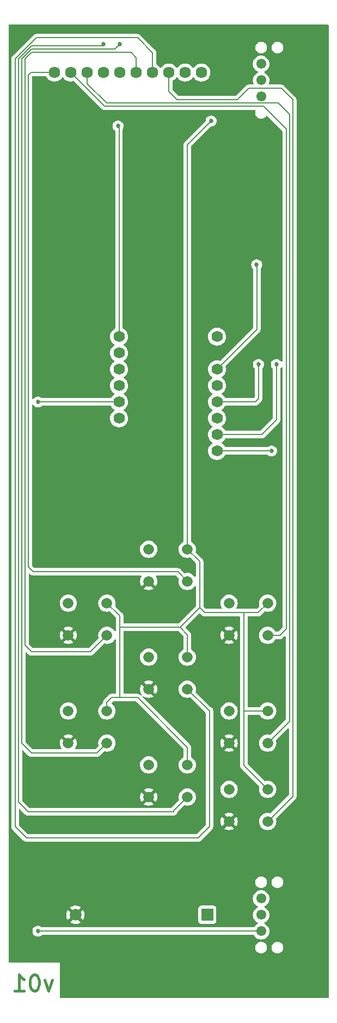
<source format=gbl>
%TF.GenerationSoftware,KiCad,Pcbnew,(6.0.0)*%
%TF.CreationDate,2022-06-12T01:08:41-04:00*%
%TF.ProjectId,8 Seg Design Tool,38205365-6720-4446-9573-69676e20546f,v01*%
%TF.SameCoordinates,Original*%
%TF.FileFunction,Copper,L2,Bot*%
%TF.FilePolarity,Positive*%
%FSLAX46Y46*%
G04 Gerber Fmt 4.6, Leading zero omitted, Abs format (unit mm)*
G04 Created by KiCad (PCBNEW (6.0.0)) date 2022-06-12 01:08:41*
%MOMM*%
%LPD*%
G01*
G04 APERTURE LIST*
%ADD10C,0.400000*%
%TA.AperFunction,NonConductor*%
%ADD11C,0.400000*%
%TD*%
%TA.AperFunction,ComponentPad*%
%ADD12C,1.782000*%
%TD*%
%TA.AperFunction,ComponentPad*%
%ADD13C,1.662000*%
%TD*%
%TA.AperFunction,ComponentPad*%
%ADD14R,1.828800X1.828800*%
%TD*%
%TA.AperFunction,ComponentPad*%
%ADD15C,1.828800*%
%TD*%
%TA.AperFunction,ComponentPad*%
%ADD16C,1.760220*%
%TD*%
%TA.AperFunction,ComponentPad*%
%ADD17C,1.549400*%
%TD*%
%TA.AperFunction,ViaPad*%
%ADD18C,0.685800*%
%TD*%
%TA.AperFunction,Conductor*%
%ADD19C,0.152400*%
%TD*%
G04 APERTURE END LIST*
D10*
D11*
X103814190Y-172692285D02*
X103218952Y-174358952D01*
X102623714Y-172692285D01*
X101195142Y-171858952D02*
X100957047Y-171858952D01*
X100718952Y-171978000D01*
X100599904Y-172097047D01*
X100480857Y-172335142D01*
X100361809Y-172811333D01*
X100361809Y-173406571D01*
X100480857Y-173882761D01*
X100599904Y-174120857D01*
X100718952Y-174239904D01*
X100957047Y-174358952D01*
X101195142Y-174358952D01*
X101433238Y-174239904D01*
X101552285Y-174120857D01*
X101671333Y-173882761D01*
X101790380Y-173406571D01*
X101790380Y-172811333D01*
X101671333Y-172335142D01*
X101552285Y-172097047D01*
X101433238Y-171978000D01*
X101195142Y-171858952D01*
X97980857Y-174358952D02*
X99409428Y-174358952D01*
X98695142Y-174358952D02*
X98695142Y-171858952D01*
X98933238Y-172216095D01*
X99171333Y-172454190D01*
X99409428Y-172573238D01*
D12*
X104161389Y-31559500D03*
X106701389Y-31559500D03*
X109241389Y-31559500D03*
X111781389Y-31559500D03*
X114321389Y-31559500D03*
X116861389Y-31559500D03*
X119401389Y-31559500D03*
X121941389Y-31559500D03*
X124481389Y-31559500D03*
X127021389Y-31559500D03*
D13*
X106327914Y-119080500D03*
X106327914Y-114080500D03*
X112327914Y-119080500D03*
X112327914Y-114080500D03*
X118827952Y-127462500D03*
X118827952Y-122462500D03*
X124827952Y-127462500D03*
X124827952Y-122462500D03*
D14*
X127931799Y-162554488D03*
D15*
X107433999Y-162554488D03*
D16*
X114207889Y-72638500D03*
X114207889Y-75178500D03*
X114207889Y-77718500D03*
X114207889Y-80258500D03*
X114207889Y-82798500D03*
X114207889Y-85338500D03*
X129447889Y-90418500D03*
X129447889Y-87878500D03*
X129447889Y-85338500D03*
X129447889Y-82798500D03*
X129447889Y-80258500D03*
X129447889Y-77718500D03*
X129447889Y-72638500D03*
D13*
X118827952Y-144226500D03*
X118827952Y-139226500D03*
X124827952Y-144226500D03*
X124827952Y-139226500D03*
X131327864Y-135844500D03*
X131327864Y-130844500D03*
X137327864Y-135844500D03*
X137327864Y-130844500D03*
X131327864Y-148036500D03*
X131327864Y-143036500D03*
X137327864Y-148036500D03*
X137327864Y-143036500D03*
D17*
X136313788Y-160020000D03*
X136313788Y-162560000D03*
X136313788Y-165100000D03*
D13*
X131327864Y-119080500D03*
X131327864Y-114080500D03*
X137327864Y-119080500D03*
X137327864Y-114080500D03*
D17*
X136313788Y-30220500D03*
X136313788Y-32760500D03*
X136313788Y-35300500D03*
D13*
X106327914Y-135844500D03*
X106327914Y-130844500D03*
X112327914Y-135844500D03*
X112327914Y-130844500D03*
X118827940Y-110698500D03*
X118827940Y-105698500D03*
X124827940Y-110698500D03*
X124827940Y-105698500D03*
D18*
X114046000Y-39878000D03*
X135618500Y-61468000D03*
X135890000Y-76962000D03*
X138684000Y-76962000D03*
X137922000Y-90424000D03*
X111760000Y-27178000D03*
X114300000Y-27178000D03*
X128524000Y-39116000D03*
X101600000Y-165100000D03*
X101600000Y-82804000D03*
D19*
X114207889Y-40039889D02*
X114207889Y-72638500D01*
X114046000Y-39878000D02*
X114207889Y-40039889D01*
X135636000Y-71530389D02*
X129447889Y-77718500D01*
X135636000Y-61214000D02*
X135636000Y-71530389D01*
X135382000Y-82804000D02*
X135376500Y-82798500D01*
X135376500Y-82798500D02*
X129447889Y-82798500D01*
X135890000Y-76962000D02*
X135890000Y-82296000D01*
X135890000Y-82296000D02*
X135382000Y-82804000D01*
X138684000Y-85587000D02*
X138170500Y-86100500D01*
X138684000Y-85598000D02*
X138181500Y-86100500D01*
X136392500Y-87878500D02*
X129447889Y-87878500D01*
X138170500Y-86100500D02*
X136392500Y-87878500D01*
X138684000Y-76962000D02*
X138684000Y-85598000D01*
X138181500Y-86100500D02*
X138170500Y-86100500D01*
X137916500Y-90418500D02*
X129447889Y-90418500D01*
X123349440Y-109220000D02*
X100838000Y-109220000D01*
X124827940Y-110698500D02*
X123349440Y-109220000D01*
X100520500Y-31559500D02*
X104161389Y-31559500D01*
X100076000Y-108458000D02*
X100076000Y-32004000D01*
X100076000Y-32004000D02*
X100520500Y-31559500D01*
X100838000Y-109220000D02*
X100076000Y-108458000D01*
X111971889Y-36830000D02*
X106701389Y-31559500D01*
X140208000Y-40386000D02*
X136652000Y-36830000D01*
X140208000Y-118110000D02*
X140208000Y-40386000D01*
X139237500Y-119080500D02*
X140208000Y-118110000D01*
X137327864Y-119080500D02*
X139237500Y-119080500D01*
X136652000Y-36830000D02*
X111971889Y-36830000D01*
X140716000Y-38100000D02*
X138938000Y-36322000D01*
X138938000Y-36322000D02*
X112268000Y-36322000D01*
X112268000Y-36322000D02*
X109241389Y-33295389D01*
X140716000Y-132456364D02*
X140716000Y-38100000D01*
X137327864Y-135844500D02*
X140716000Y-132456364D01*
X109241389Y-33295389D02*
X109241389Y-31559500D01*
X98552000Y-145034000D02*
X98552000Y-29464000D01*
X122682000Y-146558000D02*
X100076000Y-146558000D01*
X111506000Y-27432000D02*
X111760000Y-27178000D01*
X100076000Y-146558000D02*
X98552000Y-145034000D01*
X100584000Y-27432000D02*
X111506000Y-27432000D01*
X122682000Y-146372452D02*
X122682000Y-146558000D01*
X124827952Y-144226500D02*
X122682000Y-146372452D01*
X98552000Y-29464000D02*
X100584000Y-27432000D01*
X99060000Y-135890000D02*
X99060000Y-29464000D01*
X100584000Y-137414000D02*
X99060000Y-135890000D01*
X99060000Y-29464000D02*
X100584000Y-27940000D01*
X110758414Y-137414000D02*
X100584000Y-137414000D01*
X100584000Y-27940000D02*
X113538000Y-27940000D01*
X113538000Y-27940000D02*
X114300000Y-27178000D01*
X112327914Y-135844500D02*
X110758414Y-137414000D01*
X111254389Y-120139611D02*
X109728000Y-121666000D01*
X109728000Y-121666000D02*
X100584000Y-121666000D01*
X100584000Y-121666000D02*
X99568000Y-120650000D01*
X111268803Y-120139611D02*
X111254389Y-120139611D01*
X99568000Y-120650000D02*
X99568000Y-29464000D01*
X116861389Y-29231389D02*
X116861389Y-31559500D01*
X100584000Y-28448000D02*
X116078000Y-28448000D01*
X116078000Y-28448000D02*
X116861389Y-29231389D01*
X112327914Y-119080500D02*
X111268803Y-120139611D01*
X99568000Y-29464000D02*
X100584000Y-28448000D01*
X98044000Y-148844000D02*
X98044000Y-29464000D01*
X128270000Y-148844000D02*
X126492000Y-150622000D01*
X126492000Y-150622000D02*
X99822000Y-150622000D01*
X124827952Y-127462500D02*
X128175452Y-130810000D01*
X128270000Y-130810000D02*
X128270000Y-148844000D01*
X98044000Y-29464000D02*
X101346000Y-26162000D01*
X117094000Y-26162000D02*
X119401389Y-28469389D01*
X101346000Y-26162000D02*
X117094000Y-26162000D01*
X99822000Y-150622000D02*
X98044000Y-148844000D01*
X128175452Y-130810000D02*
X128270000Y-130810000D01*
X119401389Y-28469389D02*
X119401389Y-31559500D01*
X139446000Y-34036000D02*
X141224000Y-35814000D01*
X123232778Y-35814000D02*
X132588000Y-35814000D01*
X141224000Y-144140364D02*
X137327864Y-148036500D01*
X132588000Y-35814000D02*
X134366000Y-34036000D01*
X134366000Y-34036000D02*
X139446000Y-34036000D01*
X121941389Y-34522611D02*
X123232778Y-35814000D01*
X121941389Y-34522611D02*
X121941389Y-31559500D01*
X141224000Y-35814000D02*
X141224000Y-144140364D01*
X133604000Y-115570000D02*
X133604000Y-130810000D01*
X137327864Y-130844500D02*
X133638500Y-130844500D01*
X128270000Y-39370000D02*
X128524000Y-39116000D01*
X133604000Y-115570000D02*
X127508000Y-115570000D01*
X114300000Y-116052586D02*
X112327914Y-114080500D01*
X127508000Y-115570000D02*
X126746000Y-114808000D01*
X123698000Y-117856000D02*
X126746000Y-114808000D01*
X137327864Y-114080500D02*
X135838364Y-115570000D01*
X114300000Y-128778000D02*
X114300000Y-119126000D01*
X133638500Y-130844500D02*
X133604000Y-130810000D01*
X113030000Y-128778000D02*
X112327914Y-129480086D01*
X126746000Y-114808000D02*
X126746000Y-107616560D01*
X114300000Y-117856000D02*
X123698000Y-117856000D01*
X114300000Y-128778000D02*
X113030000Y-128778000D01*
X117094000Y-128778000D02*
X114300000Y-128778000D01*
X112327914Y-129480086D02*
X112327914Y-130844500D01*
X114300000Y-119126000D02*
X114300000Y-117856000D01*
X124827952Y-136511952D02*
X117094000Y-128778000D01*
X124827952Y-139226500D02*
X124827952Y-136511952D01*
X124827952Y-118985952D02*
X124827952Y-122462500D01*
X114300000Y-117856000D02*
X114300000Y-116052586D01*
X124827940Y-42812060D02*
X128270000Y-39370000D01*
X124827940Y-105698500D02*
X124827940Y-42812060D01*
X126746000Y-107616560D02*
X124827940Y-105698500D01*
X133604000Y-130810000D02*
X133604000Y-139312636D01*
X135838364Y-115570000D02*
X133604000Y-115570000D01*
X123698000Y-117856000D02*
X124827952Y-118985952D01*
X133604000Y-139312636D02*
X137327864Y-143036500D01*
X101605500Y-82798500D02*
X114207889Y-82798500D01*
X136313788Y-165100000D02*
X101600000Y-165100000D01*
X101600000Y-82804000D02*
X101605500Y-82798500D01*
%TA.AperFunction,Conductor*%
G36*
X146754121Y-24150002D02*
G01*
X146800614Y-24203658D01*
X146812000Y-24256000D01*
X146812000Y-175388000D01*
X146791998Y-175456121D01*
X146738342Y-175502614D01*
X146686000Y-175514000D01*
X105155334Y-175514000D01*
X105087213Y-175493998D01*
X105040720Y-175440342D01*
X105029334Y-175388000D01*
X105029334Y-169957500D01*
X97154000Y-169957500D01*
X97085879Y-169937498D01*
X97039386Y-169883842D01*
X97028000Y-169831500D01*
X97028000Y-167734825D01*
X135411588Y-167734825D01*
X135451018Y-167920331D01*
X135528156Y-168093585D01*
X135639629Y-168247015D01*
X135780567Y-168373916D01*
X135944809Y-168468741D01*
X135951095Y-168470783D01*
X135951094Y-168470783D01*
X136118898Y-168525306D01*
X136118899Y-168525306D01*
X136125177Y-168527346D01*
X136131740Y-168528036D01*
X136131741Y-168528036D01*
X136155175Y-168530499D01*
X136266502Y-168542200D01*
X136361074Y-168542200D01*
X136472401Y-168530499D01*
X136495835Y-168528036D01*
X136495836Y-168528036D01*
X136502399Y-168527346D01*
X136508677Y-168525306D01*
X136508678Y-168525306D01*
X136676482Y-168470783D01*
X136676481Y-168470783D01*
X136682767Y-168468741D01*
X136847009Y-168373916D01*
X136987947Y-168247015D01*
X137099420Y-168093585D01*
X137176558Y-167920331D01*
X137215988Y-167734825D01*
X137951588Y-167734825D01*
X137991018Y-167920331D01*
X138068156Y-168093585D01*
X138179629Y-168247015D01*
X138320567Y-168373916D01*
X138484809Y-168468741D01*
X138491095Y-168470783D01*
X138491094Y-168470783D01*
X138658898Y-168525306D01*
X138658899Y-168525306D01*
X138665177Y-168527346D01*
X138671740Y-168528036D01*
X138671741Y-168528036D01*
X138695175Y-168530499D01*
X138806502Y-168542200D01*
X138901074Y-168542200D01*
X139012401Y-168530499D01*
X139035835Y-168528036D01*
X139035836Y-168528036D01*
X139042399Y-168527346D01*
X139048677Y-168525306D01*
X139048678Y-168525306D01*
X139216482Y-168470783D01*
X139216481Y-168470783D01*
X139222767Y-168468741D01*
X139387009Y-168373916D01*
X139527947Y-168247015D01*
X139639420Y-168093585D01*
X139716558Y-167920331D01*
X139755988Y-167734825D01*
X139755988Y-167545175D01*
X139716558Y-167359669D01*
X139639420Y-167186415D01*
X139527947Y-167032985D01*
X139387009Y-166906084D01*
X139222767Y-166811259D01*
X139147548Y-166786819D01*
X139048678Y-166754694D01*
X139048677Y-166754694D01*
X139042399Y-166752654D01*
X139035836Y-166751964D01*
X139035835Y-166751964D01*
X139012401Y-166749501D01*
X138901074Y-166737800D01*
X138806502Y-166737800D01*
X138695175Y-166749501D01*
X138671741Y-166751964D01*
X138671740Y-166751964D01*
X138665177Y-166752654D01*
X138658899Y-166754694D01*
X138658898Y-166754694D01*
X138560028Y-166786819D01*
X138484809Y-166811259D01*
X138320567Y-166906084D01*
X138179629Y-167032985D01*
X138068156Y-167186415D01*
X137991018Y-167359669D01*
X137951588Y-167545175D01*
X137951588Y-167734825D01*
X137215988Y-167734825D01*
X137215988Y-167545175D01*
X137176558Y-167359669D01*
X137099420Y-167186415D01*
X136987947Y-167032985D01*
X136847009Y-166906084D01*
X136682767Y-166811259D01*
X136607548Y-166786819D01*
X136508678Y-166754694D01*
X136508677Y-166754694D01*
X136502399Y-166752654D01*
X136495836Y-166751964D01*
X136495835Y-166751964D01*
X136472401Y-166749501D01*
X136361074Y-166737800D01*
X136266502Y-166737800D01*
X136155175Y-166749501D01*
X136131741Y-166751964D01*
X136131740Y-166751964D01*
X136125177Y-166752654D01*
X136118899Y-166754694D01*
X136118898Y-166754694D01*
X136020028Y-166786819D01*
X135944809Y-166811259D01*
X135780567Y-166906084D01*
X135639629Y-167032985D01*
X135528156Y-167186415D01*
X135451018Y-167359669D01*
X135411588Y-167545175D01*
X135411588Y-167734825D01*
X97028000Y-167734825D01*
X97028000Y-165100000D01*
X100743910Y-165100000D01*
X100762618Y-165277991D01*
X100817923Y-165448203D01*
X100907409Y-165603197D01*
X101027164Y-165736199D01*
X101032506Y-165740080D01*
X101032508Y-165740082D01*
X101044176Y-165748559D01*
X101171955Y-165841396D01*
X101177983Y-165844080D01*
X101177985Y-165844081D01*
X101329423Y-165911505D01*
X101335454Y-165914190D01*
X101418646Y-165931873D01*
X101504057Y-165950028D01*
X101504061Y-165950028D01*
X101510514Y-165951400D01*
X101689486Y-165951400D01*
X101695939Y-165950028D01*
X101695943Y-165950028D01*
X101781354Y-165931873D01*
X101864546Y-165914190D01*
X101870577Y-165911505D01*
X102022015Y-165844081D01*
X102022017Y-165844080D01*
X102028045Y-165841396D01*
X102172836Y-165736199D01*
X102181669Y-165726389D01*
X102242115Y-165689150D01*
X102275305Y-165684700D01*
X135091800Y-165684700D01*
X135159921Y-165704702D01*
X135197768Y-165744395D01*
X135198259Y-165744051D01*
X135201411Y-165748552D01*
X135201413Y-165748556D01*
X135323886Y-165923465D01*
X135327045Y-165927976D01*
X135485812Y-166086743D01*
X135490320Y-166089900D01*
X135490323Y-166089902D01*
X135566940Y-166143549D01*
X135669737Y-166215529D01*
X135674719Y-166217852D01*
X135674724Y-166217855D01*
X135868249Y-166308097D01*
X135873231Y-166310420D01*
X135878539Y-166311842D01*
X135878541Y-166311843D01*
X136084796Y-166367109D01*
X136084798Y-166367109D01*
X136090111Y-166368533D01*
X136313788Y-166388102D01*
X136537465Y-166368533D01*
X136542778Y-166367109D01*
X136542780Y-166367109D01*
X136749035Y-166311843D01*
X136749037Y-166311842D01*
X136754345Y-166310420D01*
X136759327Y-166308097D01*
X136952852Y-166217855D01*
X136952857Y-166217852D01*
X136957839Y-166215529D01*
X137060636Y-166143549D01*
X137137253Y-166089902D01*
X137137256Y-166089900D01*
X137141764Y-166086743D01*
X137300531Y-165927976D01*
X137309224Y-165915562D01*
X137426160Y-165748559D01*
X137429317Y-165744051D01*
X137431640Y-165739069D01*
X137431643Y-165739064D01*
X137521885Y-165545539D01*
X137521886Y-165545538D01*
X137524208Y-165540557D01*
X137582321Y-165323677D01*
X137601890Y-165100000D01*
X137582321Y-164876323D01*
X137524208Y-164659443D01*
X137497665Y-164602521D01*
X137431643Y-164460936D01*
X137431640Y-164460931D01*
X137429317Y-164455949D01*
X137310184Y-164285810D01*
X137303690Y-164276535D01*
X137303688Y-164276532D01*
X137300531Y-164272024D01*
X137141764Y-164113257D01*
X137137256Y-164110100D01*
X137137253Y-164110098D01*
X137060636Y-164056451D01*
X136957839Y-163984471D01*
X136952857Y-163982148D01*
X136952852Y-163982145D01*
X136871467Y-163944195D01*
X136818182Y-163897278D01*
X136798721Y-163829000D01*
X136819263Y-163761040D01*
X136871467Y-163715805D01*
X136952852Y-163677855D01*
X136952857Y-163677852D01*
X136957839Y-163675529D01*
X137106625Y-163571348D01*
X137137253Y-163549902D01*
X137137256Y-163549900D01*
X137141764Y-163546743D01*
X137300531Y-163387976D01*
X137325793Y-163351899D01*
X137426160Y-163208559D01*
X137429317Y-163204051D01*
X137431640Y-163199069D01*
X137431643Y-163199064D01*
X137521885Y-163005539D01*
X137521886Y-163005538D01*
X137524208Y-163000557D01*
X137582321Y-162783677D01*
X137601890Y-162560000D01*
X137582321Y-162336323D01*
X137580897Y-162331008D01*
X137525631Y-162124753D01*
X137525630Y-162124751D01*
X137524208Y-162119443D01*
X137495073Y-162056962D01*
X137431643Y-161920936D01*
X137431640Y-161920931D01*
X137429317Y-161915949D01*
X137313749Y-161750901D01*
X137303690Y-161736535D01*
X137303688Y-161736532D01*
X137300531Y-161732024D01*
X137141764Y-161573257D01*
X137137256Y-161570100D01*
X137137253Y-161570098D01*
X137060636Y-161516451D01*
X136957839Y-161444471D01*
X136952857Y-161442148D01*
X136952852Y-161442145D01*
X136871467Y-161404195D01*
X136818182Y-161357278D01*
X136798721Y-161289000D01*
X136819263Y-161221040D01*
X136871467Y-161175805D01*
X136952852Y-161137855D01*
X136952857Y-161137852D01*
X136957839Y-161135529D01*
X137060636Y-161063549D01*
X137137253Y-161009902D01*
X137137256Y-161009900D01*
X137141764Y-161006743D01*
X137300531Y-160847976D01*
X137429317Y-160664051D01*
X137431640Y-160659069D01*
X137431643Y-160659064D01*
X137521885Y-160465539D01*
X137521886Y-160465538D01*
X137524208Y-160460557D01*
X137582321Y-160243677D01*
X137601890Y-160020000D01*
X137582321Y-159796323D01*
X137524208Y-159579443D01*
X137521885Y-159574461D01*
X137431643Y-159380936D01*
X137431640Y-159380931D01*
X137429317Y-159375949D01*
X137300531Y-159192024D01*
X137141764Y-159033257D01*
X137137256Y-159030100D01*
X137137253Y-159030098D01*
X137060636Y-158976451D01*
X136957839Y-158904471D01*
X136952857Y-158902148D01*
X136952852Y-158902145D01*
X136759327Y-158811903D01*
X136759326Y-158811902D01*
X136754345Y-158809580D01*
X136749037Y-158808158D01*
X136749035Y-158808157D01*
X136542780Y-158752891D01*
X136542778Y-158752891D01*
X136537465Y-158751467D01*
X136313788Y-158731898D01*
X136090111Y-158751467D01*
X136084798Y-158752891D01*
X136084796Y-158752891D01*
X135878541Y-158808157D01*
X135878539Y-158808158D01*
X135873231Y-158809580D01*
X135868250Y-158811902D01*
X135868249Y-158811903D01*
X135674724Y-158902145D01*
X135674719Y-158902148D01*
X135669737Y-158904471D01*
X135566940Y-158976451D01*
X135490323Y-159030098D01*
X135490320Y-159030100D01*
X135485812Y-159033257D01*
X135327045Y-159192024D01*
X135198259Y-159375949D01*
X135195936Y-159380931D01*
X135195933Y-159380936D01*
X135105691Y-159574461D01*
X135103368Y-159579443D01*
X135045255Y-159796323D01*
X135025686Y-160020000D01*
X135045255Y-160243677D01*
X135103368Y-160460557D01*
X135105690Y-160465538D01*
X135105691Y-160465539D01*
X135195933Y-160659064D01*
X135195936Y-160659069D01*
X135198259Y-160664051D01*
X135327045Y-160847976D01*
X135485812Y-161006743D01*
X135490320Y-161009900D01*
X135490323Y-161009902D01*
X135566940Y-161063549D01*
X135669737Y-161135529D01*
X135674719Y-161137852D01*
X135674724Y-161137855D01*
X135756109Y-161175805D01*
X135809394Y-161222722D01*
X135828855Y-161291000D01*
X135808313Y-161358960D01*
X135756109Y-161404195D01*
X135674724Y-161442145D01*
X135674719Y-161442148D01*
X135669737Y-161444471D01*
X135566940Y-161516451D01*
X135490323Y-161570098D01*
X135490320Y-161570100D01*
X135485812Y-161573257D01*
X135327045Y-161732024D01*
X135323888Y-161736532D01*
X135323886Y-161736535D01*
X135313827Y-161750901D01*
X135198259Y-161915949D01*
X135195936Y-161920931D01*
X135195933Y-161920936D01*
X135132503Y-162056962D01*
X135103368Y-162119443D01*
X135101946Y-162124751D01*
X135101945Y-162124753D01*
X135046679Y-162331008D01*
X135045255Y-162336323D01*
X135025686Y-162560000D01*
X135045255Y-162783677D01*
X135103368Y-163000557D01*
X135105690Y-163005538D01*
X135105691Y-163005539D01*
X135195933Y-163199064D01*
X135195936Y-163199069D01*
X135198259Y-163204051D01*
X135201416Y-163208559D01*
X135301784Y-163351899D01*
X135327045Y-163387976D01*
X135485812Y-163546743D01*
X135490320Y-163549900D01*
X135490323Y-163549902D01*
X135520951Y-163571348D01*
X135669737Y-163675529D01*
X135674719Y-163677852D01*
X135674724Y-163677855D01*
X135756109Y-163715805D01*
X135809394Y-163762722D01*
X135828855Y-163831000D01*
X135808313Y-163898960D01*
X135756109Y-163944195D01*
X135674724Y-163982145D01*
X135674719Y-163982148D01*
X135669737Y-163984471D01*
X135566940Y-164056451D01*
X135490323Y-164110098D01*
X135490320Y-164110100D01*
X135485812Y-164113257D01*
X135327045Y-164272024D01*
X135323888Y-164276532D01*
X135323886Y-164276535D01*
X135201416Y-164451441D01*
X135198259Y-164455949D01*
X135197587Y-164455478D01*
X135149534Y-164501294D01*
X135091800Y-164515300D01*
X102275305Y-164515300D01*
X102207184Y-164495298D01*
X102181669Y-164473611D01*
X102177251Y-164468704D01*
X102177249Y-164468703D01*
X102172836Y-164463801D01*
X102028045Y-164358604D01*
X102022017Y-164355920D01*
X102022015Y-164355919D01*
X101870577Y-164288495D01*
X101870576Y-164288495D01*
X101864546Y-164285810D01*
X101777016Y-164267205D01*
X101695943Y-164249972D01*
X101695939Y-164249972D01*
X101689486Y-164248600D01*
X101510514Y-164248600D01*
X101504061Y-164249972D01*
X101504057Y-164249972D01*
X101422984Y-164267205D01*
X101335454Y-164285810D01*
X101329424Y-164288495D01*
X101329423Y-164288495D01*
X101177985Y-164355919D01*
X101177983Y-164355920D01*
X101171955Y-164358604D01*
X101166614Y-164362484D01*
X101166613Y-164362485D01*
X101038620Y-164455478D01*
X101027164Y-164463801D01*
X100907409Y-164596803D01*
X100817923Y-164751797D01*
X100762618Y-164922009D01*
X100743910Y-165100000D01*
X97028000Y-165100000D01*
X97028000Y-163726422D01*
X106626895Y-163726422D01*
X106632176Y-163733476D01*
X106812836Y-163839046D01*
X106822119Y-163843493D01*
X107030971Y-163923246D01*
X107040873Y-163926123D01*
X107259928Y-163970690D01*
X107270181Y-163971913D01*
X107493580Y-163980105D01*
X107503866Y-163979638D01*
X107725615Y-163951231D01*
X107735701Y-163949088D01*
X107949828Y-163884846D01*
X107959423Y-163881086D01*
X108160183Y-163782734D01*
X108169033Y-163777459D01*
X108229420Y-163734385D01*
X108237820Y-163723685D01*
X108230833Y-163710532D01*
X108037323Y-163517022D01*
X126508899Y-163517022D01*
X126515654Y-163579204D01*
X126566784Y-163715593D01*
X126654138Y-163832149D01*
X126770694Y-163919503D01*
X126907083Y-163970633D01*
X126969265Y-163977388D01*
X128894333Y-163977388D01*
X128956515Y-163970633D01*
X129092904Y-163919503D01*
X129209460Y-163832149D01*
X129296814Y-163715593D01*
X129347944Y-163579204D01*
X129354699Y-163517022D01*
X129354699Y-161591954D01*
X129347944Y-161529772D01*
X129296814Y-161393383D01*
X129209460Y-161276827D01*
X129092904Y-161189473D01*
X128956515Y-161138343D01*
X128894333Y-161131588D01*
X126969265Y-161131588D01*
X126907083Y-161138343D01*
X126770694Y-161189473D01*
X126654138Y-161276827D01*
X126566784Y-161393383D01*
X126515654Y-161529772D01*
X126508899Y-161591954D01*
X126508899Y-163517022D01*
X108037323Y-163517022D01*
X107446811Y-162926510D01*
X107432867Y-162918896D01*
X107431034Y-162919027D01*
X107424419Y-162923278D01*
X106633655Y-163714042D01*
X106626895Y-163726422D01*
X97028000Y-163726422D01*
X97028000Y-162524773D01*
X106007447Y-162524773D01*
X106020316Y-162747957D01*
X106021752Y-162758178D01*
X106070900Y-162976258D01*
X106073979Y-162986087D01*
X106158090Y-163193227D01*
X106162733Y-163202418D01*
X106253625Y-163350742D01*
X106264081Y-163360202D01*
X106272859Y-163356418D01*
X107061977Y-162567300D01*
X107068355Y-162555620D01*
X107798407Y-162555620D01*
X107798538Y-162557453D01*
X107802789Y-162564068D01*
X108590620Y-163351899D01*
X108602630Y-163358458D01*
X108614369Y-163349490D01*
X108654394Y-163293789D01*
X108659705Y-163284950D01*
X108758752Y-163084545D01*
X108762550Y-163074952D01*
X108827538Y-162861051D01*
X108829715Y-162850981D01*
X108859133Y-162627532D01*
X108859652Y-162620858D01*
X108861192Y-162557853D01*
X108860998Y-162551134D01*
X108842533Y-162326528D01*
X108840850Y-162316366D01*
X108786387Y-162099539D01*
X108783066Y-162089784D01*
X108693926Y-161884778D01*
X108689048Y-161875680D01*
X108613637Y-161759113D01*
X108602951Y-161749909D01*
X108593384Y-161754313D01*
X107806021Y-162541676D01*
X107798407Y-162555620D01*
X107068355Y-162555620D01*
X107069591Y-162553356D01*
X107069460Y-162551523D01*
X107065209Y-162544908D01*
X106277502Y-161757201D01*
X106265966Y-161750901D01*
X106253684Y-161760524D01*
X106195901Y-161845231D01*
X106190815Y-161854184D01*
X106096688Y-162056962D01*
X106093129Y-162066637D01*
X106033387Y-162282060D01*
X106031456Y-162292180D01*
X106007699Y-162514484D01*
X106007447Y-162524773D01*
X97028000Y-162524773D01*
X97028000Y-161384915D01*
X106629222Y-161384915D01*
X106635967Y-161397246D01*
X107421187Y-162182466D01*
X107435131Y-162190080D01*
X107436964Y-162189949D01*
X107443579Y-162185698D01*
X108233242Y-161396035D01*
X108240263Y-161383178D01*
X108232490Y-161372511D01*
X108227900Y-161368886D01*
X108219314Y-161363181D01*
X108023598Y-161255141D01*
X108014199Y-161250916D01*
X107803465Y-161176291D01*
X107793494Y-161173657D01*
X107573406Y-161134453D01*
X107563154Y-161133484D01*
X107339607Y-161130753D01*
X107329323Y-161131473D01*
X107108340Y-161165287D01*
X107098321Y-161167674D01*
X106885821Y-161237130D01*
X106876319Y-161241125D01*
X106678027Y-161344349D01*
X106669302Y-161349843D01*
X106637675Y-161373590D01*
X106629222Y-161384915D01*
X97028000Y-161384915D01*
X97028000Y-157574825D01*
X135411588Y-157574825D01*
X135451018Y-157760331D01*
X135528156Y-157933585D01*
X135639629Y-158087015D01*
X135780567Y-158213916D01*
X135944809Y-158308741D01*
X135951095Y-158310783D01*
X135951094Y-158310783D01*
X136118898Y-158365306D01*
X136118899Y-158365306D01*
X136125177Y-158367346D01*
X136131740Y-158368036D01*
X136131741Y-158368036D01*
X136155175Y-158370499D01*
X136266502Y-158382200D01*
X136361074Y-158382200D01*
X136472401Y-158370499D01*
X136495835Y-158368036D01*
X136495836Y-158368036D01*
X136502399Y-158367346D01*
X136508677Y-158365306D01*
X136508678Y-158365306D01*
X136676482Y-158310783D01*
X136676481Y-158310783D01*
X136682767Y-158308741D01*
X136847009Y-158213916D01*
X136987947Y-158087015D01*
X137099420Y-157933585D01*
X137176558Y-157760331D01*
X137215988Y-157574825D01*
X137951588Y-157574825D01*
X137991018Y-157760331D01*
X138068156Y-157933585D01*
X138179629Y-158087015D01*
X138320567Y-158213916D01*
X138484809Y-158308741D01*
X138491095Y-158310783D01*
X138491094Y-158310783D01*
X138658898Y-158365306D01*
X138658899Y-158365306D01*
X138665177Y-158367346D01*
X138671740Y-158368036D01*
X138671741Y-158368036D01*
X138695175Y-158370499D01*
X138806502Y-158382200D01*
X138901074Y-158382200D01*
X139012401Y-158370499D01*
X139035835Y-158368036D01*
X139035836Y-158368036D01*
X139042399Y-158367346D01*
X139048677Y-158365306D01*
X139048678Y-158365306D01*
X139216482Y-158310783D01*
X139216481Y-158310783D01*
X139222767Y-158308741D01*
X139387009Y-158213916D01*
X139527947Y-158087015D01*
X139639420Y-157933585D01*
X139716558Y-157760331D01*
X139755988Y-157574825D01*
X139755988Y-157385175D01*
X139716558Y-157199669D01*
X139639420Y-157026415D01*
X139527947Y-156872985D01*
X139387009Y-156746084D01*
X139222767Y-156651259D01*
X139147548Y-156626819D01*
X139048678Y-156594694D01*
X139048677Y-156594694D01*
X139042399Y-156592654D01*
X139035836Y-156591964D01*
X139035835Y-156591964D01*
X139012401Y-156589501D01*
X138901074Y-156577800D01*
X138806502Y-156577800D01*
X138695175Y-156589501D01*
X138671741Y-156591964D01*
X138671740Y-156591964D01*
X138665177Y-156592654D01*
X138658899Y-156594694D01*
X138658898Y-156594694D01*
X138560028Y-156626819D01*
X138484809Y-156651259D01*
X138320567Y-156746084D01*
X138179629Y-156872985D01*
X138068156Y-157026415D01*
X137991018Y-157199669D01*
X137951588Y-157385175D01*
X137951588Y-157574825D01*
X137215988Y-157574825D01*
X137215988Y-157385175D01*
X137176558Y-157199669D01*
X137099420Y-157026415D01*
X136987947Y-156872985D01*
X136847009Y-156746084D01*
X136682767Y-156651259D01*
X136607548Y-156626819D01*
X136508678Y-156594694D01*
X136508677Y-156594694D01*
X136502399Y-156592654D01*
X136495836Y-156591964D01*
X136495835Y-156591964D01*
X136472401Y-156589501D01*
X136361074Y-156577800D01*
X136266502Y-156577800D01*
X136155175Y-156589501D01*
X136131741Y-156591964D01*
X136131740Y-156591964D01*
X136125177Y-156592654D01*
X136118899Y-156594694D01*
X136118898Y-156594694D01*
X136020028Y-156626819D01*
X135944809Y-156651259D01*
X135780567Y-156746084D01*
X135639629Y-156872985D01*
X135528156Y-157026415D01*
X135451018Y-157199669D01*
X135411588Y-157385175D01*
X135411588Y-157574825D01*
X97028000Y-157574825D01*
X97028000Y-148844000D01*
X97454255Y-148844000D01*
X97459300Y-148882319D01*
X97459300Y-148882321D01*
X97474350Y-148996637D01*
X97516010Y-149097213D01*
X97533266Y-149138873D01*
X97567423Y-149183386D01*
X97626987Y-149261013D01*
X97633537Y-149266039D01*
X97633541Y-149266043D01*
X97651109Y-149279523D01*
X97663501Y-149290391D01*
X99375616Y-151002507D01*
X99386483Y-151014898D01*
X99404987Y-151039013D01*
X99435651Y-151062542D01*
X99435652Y-151062543D01*
X99527127Y-151132734D01*
X99669363Y-151191650D01*
X99796731Y-151208419D01*
X99813805Y-151210667D01*
X99822000Y-151211746D01*
X99830196Y-151210667D01*
X99852138Y-151207778D01*
X99868585Y-151206700D01*
X126445422Y-151206700D01*
X126461869Y-151207778D01*
X126492000Y-151211745D01*
X126530319Y-151206700D01*
X126530324Y-151206700D01*
X126636449Y-151192728D01*
X126644637Y-151191650D01*
X126745213Y-151149990D01*
X126786873Y-151132734D01*
X126831386Y-151098577D01*
X126909013Y-151039013D01*
X126914039Y-151032463D01*
X126914043Y-151032459D01*
X126927523Y-151014891D01*
X126938391Y-151002499D01*
X128650507Y-149290384D01*
X128662899Y-149279516D01*
X128687013Y-149261013D01*
X128692042Y-149254460D01*
X128733084Y-149200972D01*
X128746580Y-149183384D01*
X128776170Y-149144821D01*
X130584098Y-149144821D01*
X130593394Y-149156836D01*
X130651298Y-149197381D01*
X130660793Y-149202864D01*
X130863168Y-149297232D01*
X130873460Y-149300978D01*
X131089146Y-149358771D01*
X131099941Y-149360674D01*
X131322389Y-149380136D01*
X131333339Y-149380136D01*
X131555787Y-149360674D01*
X131566582Y-149358771D01*
X131782268Y-149300978D01*
X131792560Y-149297232D01*
X131994935Y-149202864D01*
X132004430Y-149197381D01*
X132063171Y-149156250D01*
X132071547Y-149145771D01*
X132064479Y-149132325D01*
X131340676Y-148408522D01*
X131326732Y-148400908D01*
X131324899Y-148401039D01*
X131318284Y-148405290D01*
X130590528Y-149133046D01*
X130584098Y-149144821D01*
X128776170Y-149144821D01*
X128780734Y-149138873D01*
X128839650Y-148996637D01*
X128859746Y-148844000D01*
X128855778Y-148813862D01*
X128854700Y-148797415D01*
X128854700Y-148041975D01*
X129984228Y-148041975D01*
X130003690Y-148264423D01*
X130005593Y-148275218D01*
X130063386Y-148490904D01*
X130067132Y-148501196D01*
X130161500Y-148703570D01*
X130166983Y-148713066D01*
X130208115Y-148771808D01*
X130218592Y-148780183D01*
X130232040Y-148773114D01*
X130955842Y-148049312D01*
X130962220Y-148037632D01*
X131692272Y-148037632D01*
X131692403Y-148039465D01*
X131696654Y-148046080D01*
X132424410Y-148773836D01*
X132436185Y-148780266D01*
X132448200Y-148770970D01*
X132488745Y-148713066D01*
X132494228Y-148703570D01*
X132588596Y-148501196D01*
X132592342Y-148490904D01*
X132650135Y-148275218D01*
X132652038Y-148264423D01*
X132671500Y-148041975D01*
X132671500Y-148031025D01*
X132652038Y-147808577D01*
X132650135Y-147797782D01*
X132592342Y-147582096D01*
X132588596Y-147571804D01*
X132494228Y-147369430D01*
X132488745Y-147359934D01*
X132447613Y-147301192D01*
X132437136Y-147292817D01*
X132423688Y-147299886D01*
X131699886Y-148023688D01*
X131692272Y-148037632D01*
X130962220Y-148037632D01*
X130963456Y-148035368D01*
X130963325Y-148033535D01*
X130959074Y-148026920D01*
X130231318Y-147299164D01*
X130219543Y-147292734D01*
X130207528Y-147302030D01*
X130166983Y-147359934D01*
X130161500Y-147369430D01*
X130067132Y-147571804D01*
X130063386Y-147582096D01*
X130005593Y-147797782D01*
X130003690Y-147808577D01*
X129984228Y-148031025D01*
X129984228Y-148041975D01*
X128854700Y-148041975D01*
X128854700Y-146927228D01*
X130584181Y-146927228D01*
X130591250Y-146940676D01*
X131315052Y-147664478D01*
X131328996Y-147672092D01*
X131330829Y-147671961D01*
X131337444Y-147667710D01*
X132065200Y-146939954D01*
X132071630Y-146928179D01*
X132062334Y-146916164D01*
X132004430Y-146875619D01*
X131994935Y-146870136D01*
X131792560Y-146775768D01*
X131782268Y-146772022D01*
X131566582Y-146714229D01*
X131555787Y-146712326D01*
X131333339Y-146692864D01*
X131322389Y-146692864D01*
X131099941Y-146712326D01*
X131089146Y-146714229D01*
X130873460Y-146772022D01*
X130863168Y-146775768D01*
X130660794Y-146870136D01*
X130651298Y-146875619D01*
X130592556Y-146916751D01*
X130584181Y-146927228D01*
X128854700Y-146927228D01*
X128854700Y-143036500D01*
X129983247Y-143036500D01*
X130003675Y-143269990D01*
X130005099Y-143275304D01*
X130005099Y-143275305D01*
X130028382Y-143362197D01*
X130064337Y-143496386D01*
X130066659Y-143501366D01*
X130066660Y-143501368D01*
X130161066Y-143703821D01*
X130161069Y-143703826D01*
X130163392Y-143708808D01*
X130166548Y-143713315D01*
X130166549Y-143713317D01*
X130270631Y-143861961D01*
X130297828Y-143900803D01*
X130463561Y-144066536D01*
X130468069Y-144069693D01*
X130468072Y-144069695D01*
X130514270Y-144102043D01*
X130655555Y-144200972D01*
X130660537Y-144203295D01*
X130660542Y-144203298D01*
X130862996Y-144297704D01*
X130867978Y-144300027D01*
X130873286Y-144301449D01*
X130873288Y-144301450D01*
X131089059Y-144359265D01*
X131089060Y-144359265D01*
X131094374Y-144360689D01*
X131327864Y-144381117D01*
X131561354Y-144360689D01*
X131566668Y-144359265D01*
X131566669Y-144359265D01*
X131782440Y-144301450D01*
X131782442Y-144301449D01*
X131787750Y-144300027D01*
X131792732Y-144297704D01*
X131995186Y-144203298D01*
X131995191Y-144203295D01*
X132000173Y-144200972D01*
X132141458Y-144102043D01*
X132187656Y-144069695D01*
X132187659Y-144069693D01*
X132192167Y-144066536D01*
X132357900Y-143900803D01*
X132385098Y-143861961D01*
X132489179Y-143713317D01*
X132489180Y-143713315D01*
X132492336Y-143708808D01*
X132494659Y-143703826D01*
X132494662Y-143703821D01*
X132589068Y-143501368D01*
X132589069Y-143501366D01*
X132591391Y-143496386D01*
X132627347Y-143362197D01*
X132650629Y-143275305D01*
X132650629Y-143275304D01*
X132652053Y-143269990D01*
X132672481Y-143036500D01*
X132652053Y-142803010D01*
X132591391Y-142576614D01*
X132575954Y-142543510D01*
X132494662Y-142369179D01*
X132494659Y-142369174D01*
X132492336Y-142364192D01*
X132357900Y-142172197D01*
X132192167Y-142006464D01*
X132187659Y-142003307D01*
X132187656Y-142003305D01*
X132107512Y-141947188D01*
X132000173Y-141872028D01*
X131995191Y-141869705D01*
X131995186Y-141869702D01*
X131792732Y-141775296D01*
X131792730Y-141775295D01*
X131787750Y-141772973D01*
X131782442Y-141771551D01*
X131782440Y-141771550D01*
X131566669Y-141713735D01*
X131566668Y-141713735D01*
X131561354Y-141712311D01*
X131327864Y-141691883D01*
X131094374Y-141712311D01*
X131089060Y-141713735D01*
X131089059Y-141713735D01*
X130873288Y-141771550D01*
X130873286Y-141771551D01*
X130867978Y-141772973D01*
X130862998Y-141775295D01*
X130862996Y-141775296D01*
X130660543Y-141869702D01*
X130660538Y-141869705D01*
X130655556Y-141872028D01*
X130651049Y-141875184D01*
X130651047Y-141875185D01*
X130468072Y-142003305D01*
X130468069Y-142003307D01*
X130463561Y-142006464D01*
X130297828Y-142172197D01*
X130163392Y-142364192D01*
X130161069Y-142369174D01*
X130161066Y-142369179D01*
X130079774Y-142543510D01*
X130064337Y-142576614D01*
X130003675Y-142803010D01*
X129983247Y-143036500D01*
X128854700Y-143036500D01*
X128854700Y-136952821D01*
X130584098Y-136952821D01*
X130593394Y-136964836D01*
X130651298Y-137005381D01*
X130660793Y-137010864D01*
X130863168Y-137105232D01*
X130873460Y-137108978D01*
X131089146Y-137166771D01*
X131099941Y-137168674D01*
X131322389Y-137188136D01*
X131333339Y-137188136D01*
X131555787Y-137168674D01*
X131566582Y-137166771D01*
X131782268Y-137108978D01*
X131792560Y-137105232D01*
X131994935Y-137010864D01*
X132004430Y-137005381D01*
X132063171Y-136964250D01*
X132071547Y-136953771D01*
X132064479Y-136940325D01*
X131340676Y-136216522D01*
X131326732Y-136208908D01*
X131324899Y-136209039D01*
X131318284Y-136213290D01*
X130590528Y-136941046D01*
X130584098Y-136952821D01*
X128854700Y-136952821D01*
X128854700Y-135849975D01*
X129984228Y-135849975D01*
X130003690Y-136072423D01*
X130005593Y-136083218D01*
X130063386Y-136298904D01*
X130067132Y-136309196D01*
X130161500Y-136511570D01*
X130166983Y-136521066D01*
X130208115Y-136579808D01*
X130218592Y-136588183D01*
X130232040Y-136581114D01*
X130955842Y-135857312D01*
X130962220Y-135845632D01*
X131692272Y-135845632D01*
X131692403Y-135847465D01*
X131696654Y-135854080D01*
X132424410Y-136581836D01*
X132436185Y-136588266D01*
X132448200Y-136578970D01*
X132488745Y-136521066D01*
X132494228Y-136511570D01*
X132588596Y-136309196D01*
X132592342Y-136298904D01*
X132650135Y-136083218D01*
X132652038Y-136072423D01*
X132671500Y-135849975D01*
X132671500Y-135839025D01*
X132652038Y-135616577D01*
X132650135Y-135605782D01*
X132592342Y-135390096D01*
X132588596Y-135379804D01*
X132494228Y-135177430D01*
X132488745Y-135167934D01*
X132447613Y-135109192D01*
X132437136Y-135100817D01*
X132423688Y-135107886D01*
X131699886Y-135831688D01*
X131692272Y-135845632D01*
X130962220Y-135845632D01*
X130963456Y-135843368D01*
X130963325Y-135841535D01*
X130959074Y-135834920D01*
X130231318Y-135107164D01*
X130219543Y-135100734D01*
X130207528Y-135110030D01*
X130166983Y-135167934D01*
X130161500Y-135177430D01*
X130067132Y-135379804D01*
X130063386Y-135390096D01*
X130005593Y-135605782D01*
X130003690Y-135616577D01*
X129984228Y-135839025D01*
X129984228Y-135849975D01*
X128854700Y-135849975D01*
X128854700Y-134735228D01*
X130584181Y-134735228D01*
X130591250Y-134748676D01*
X131315052Y-135472478D01*
X131328996Y-135480092D01*
X131330829Y-135479961D01*
X131337444Y-135475710D01*
X132065200Y-134747954D01*
X132071630Y-134736179D01*
X132062334Y-134724164D01*
X132004430Y-134683619D01*
X131994935Y-134678136D01*
X131792560Y-134583768D01*
X131782268Y-134580022D01*
X131566582Y-134522229D01*
X131555787Y-134520326D01*
X131333339Y-134500864D01*
X131322389Y-134500864D01*
X131099941Y-134520326D01*
X131089146Y-134522229D01*
X130873460Y-134580022D01*
X130863168Y-134583768D01*
X130660794Y-134678136D01*
X130651298Y-134683619D01*
X130592556Y-134724751D01*
X130584181Y-134735228D01*
X128854700Y-134735228D01*
X128854700Y-130856579D01*
X128855492Y-130844500D01*
X129983247Y-130844500D01*
X130003675Y-131077990D01*
X130064337Y-131304386D01*
X130066659Y-131309366D01*
X130066660Y-131309368D01*
X130161066Y-131511821D01*
X130161069Y-131511826D01*
X130163392Y-131516808D01*
X130166548Y-131521315D01*
X130166549Y-131521316D01*
X130297828Y-131708803D01*
X130463561Y-131874536D01*
X130468069Y-131877693D01*
X130468072Y-131877695D01*
X130548216Y-131933812D01*
X130655555Y-132008972D01*
X130660537Y-132011295D01*
X130660542Y-132011298D01*
X130862996Y-132105704D01*
X130867978Y-132108027D01*
X130873286Y-132109449D01*
X130873288Y-132109450D01*
X131089059Y-132167265D01*
X131089060Y-132167265D01*
X131094374Y-132168689D01*
X131327864Y-132189117D01*
X131561354Y-132168689D01*
X131566668Y-132167265D01*
X131566669Y-132167265D01*
X131782440Y-132109450D01*
X131782442Y-132109449D01*
X131787750Y-132108027D01*
X131792732Y-132105704D01*
X131995186Y-132011298D01*
X131995191Y-132011295D01*
X132000173Y-132008972D01*
X132107512Y-131933812D01*
X132187656Y-131877695D01*
X132187659Y-131877693D01*
X132192167Y-131874536D01*
X132357900Y-131708803D01*
X132489180Y-131521316D01*
X132489180Y-131521315D01*
X132492336Y-131516808D01*
X132494659Y-131511826D01*
X132494662Y-131511821D01*
X132589068Y-131309368D01*
X132589069Y-131309366D01*
X132591391Y-131304386D01*
X132652053Y-131077990D01*
X132672481Y-130844500D01*
X132652053Y-130611010D01*
X132591391Y-130384614D01*
X132584324Y-130369458D01*
X132494662Y-130177179D01*
X132494659Y-130177174D01*
X132492336Y-130172192D01*
X132489180Y-130167685D01*
X132489179Y-130167683D01*
X132361059Y-129984708D01*
X132361057Y-129984705D01*
X132357900Y-129980197D01*
X132192167Y-129814464D01*
X132187659Y-129811307D01*
X132187656Y-129811305D01*
X132096497Y-129747475D01*
X132000173Y-129680028D01*
X131995191Y-129677705D01*
X131995186Y-129677702D01*
X131792732Y-129583296D01*
X131792730Y-129583295D01*
X131787750Y-129580973D01*
X131782442Y-129579551D01*
X131782440Y-129579550D01*
X131566669Y-129521735D01*
X131566668Y-129521735D01*
X131561354Y-129520311D01*
X131327864Y-129499883D01*
X131094374Y-129520311D01*
X131089060Y-129521735D01*
X131089059Y-129521735D01*
X130873288Y-129579550D01*
X130873286Y-129579551D01*
X130867978Y-129580973D01*
X130862998Y-129583295D01*
X130862996Y-129583296D01*
X130660543Y-129677702D01*
X130660538Y-129677705D01*
X130655556Y-129680028D01*
X130651049Y-129683184D01*
X130651047Y-129683185D01*
X130468072Y-129811305D01*
X130468069Y-129811307D01*
X130463561Y-129814464D01*
X130297828Y-129980197D01*
X130294671Y-129984705D01*
X130294669Y-129984708D01*
X130166549Y-130167683D01*
X130166548Y-130167685D01*
X130163392Y-130172192D01*
X130161069Y-130177174D01*
X130161066Y-130177179D01*
X130071404Y-130369458D01*
X130064337Y-130384614D01*
X130003675Y-130611010D01*
X129983247Y-130844500D01*
X128855492Y-130844500D01*
X128855778Y-130840133D01*
X128858667Y-130818188D01*
X128859745Y-130810000D01*
X128839650Y-130657363D01*
X128780734Y-130515128D01*
X128687013Y-130392987D01*
X128656349Y-130369458D01*
X128564873Y-130299266D01*
X128509725Y-130276423D01*
X128462955Y-130257050D01*
X128422078Y-130229736D01*
X126147832Y-127955490D01*
X126113806Y-127893178D01*
X126115220Y-127833784D01*
X126150717Y-127701305D01*
X126150717Y-127701304D01*
X126152141Y-127695990D01*
X126172569Y-127462500D01*
X126152141Y-127229010D01*
X126091479Y-127002614D01*
X125994867Y-126795430D01*
X125994750Y-126795179D01*
X125994747Y-126795174D01*
X125992424Y-126790192D01*
X125857988Y-126598197D01*
X125692255Y-126432464D01*
X125687747Y-126429307D01*
X125687744Y-126429305D01*
X125580453Y-126354179D01*
X125500261Y-126298028D01*
X125495279Y-126295705D01*
X125495274Y-126295702D01*
X125292820Y-126201296D01*
X125292818Y-126201295D01*
X125287838Y-126198973D01*
X125282530Y-126197551D01*
X125282528Y-126197550D01*
X125066757Y-126139735D01*
X125066756Y-126139735D01*
X125061442Y-126138311D01*
X124827952Y-126117883D01*
X124594462Y-126138311D01*
X124589148Y-126139735D01*
X124589147Y-126139735D01*
X124373376Y-126197550D01*
X124373374Y-126197551D01*
X124368066Y-126198973D01*
X124363086Y-126201295D01*
X124363084Y-126201296D01*
X124160631Y-126295702D01*
X124160626Y-126295705D01*
X124155644Y-126298028D01*
X124151137Y-126301184D01*
X124151135Y-126301185D01*
X123968160Y-126429305D01*
X123968157Y-126429307D01*
X123963649Y-126432464D01*
X123797916Y-126598197D01*
X123663480Y-126790192D01*
X123661157Y-126795174D01*
X123661154Y-126795179D01*
X123661037Y-126795430D01*
X123564425Y-127002614D01*
X123503763Y-127229010D01*
X123483335Y-127462500D01*
X123503763Y-127695990D01*
X123564425Y-127922386D01*
X123566747Y-127927366D01*
X123566748Y-127927368D01*
X123661154Y-128129821D01*
X123661157Y-128129826D01*
X123663480Y-128134808D01*
X123666636Y-128139315D01*
X123666637Y-128139317D01*
X123787003Y-128311217D01*
X123797916Y-128326803D01*
X123963649Y-128492536D01*
X123968157Y-128495693D01*
X123968160Y-128495695D01*
X124013554Y-128527480D01*
X124155643Y-128626972D01*
X124160625Y-128629295D01*
X124160630Y-128629298D01*
X124362072Y-128723232D01*
X124368066Y-128726027D01*
X124373374Y-128727449D01*
X124373376Y-128727450D01*
X124589147Y-128785265D01*
X124589148Y-128785265D01*
X124594462Y-128786689D01*
X124827952Y-128807117D01*
X125061442Y-128786689D01*
X125066756Y-128785265D01*
X125066757Y-128785265D01*
X125199236Y-128749768D01*
X125270213Y-128751458D01*
X125320942Y-128782380D01*
X127648395Y-131109833D01*
X127682421Y-131172145D01*
X127685300Y-131198928D01*
X127685300Y-148549619D01*
X127665298Y-148617740D01*
X127648395Y-148638714D01*
X126286715Y-150000395D01*
X126224403Y-150034420D01*
X126197620Y-150037300D01*
X100116381Y-150037300D01*
X100048260Y-150017298D01*
X100027286Y-150000395D01*
X98665605Y-148638715D01*
X98631580Y-148576403D01*
X98628700Y-148549620D01*
X98628700Y-146241780D01*
X98648702Y-146173659D01*
X98702358Y-146127166D01*
X98772632Y-146117062D01*
X98837212Y-146146556D01*
X98843778Y-146152669D01*
X99629624Y-146938515D01*
X99640483Y-146950898D01*
X99658987Y-146975013D01*
X99689651Y-146998542D01*
X99781127Y-147068734D01*
X99840043Y-147093138D01*
X99915733Y-147124490D01*
X99915736Y-147124491D01*
X99923363Y-147127650D01*
X99931551Y-147128728D01*
X100037676Y-147142700D01*
X100037681Y-147142700D01*
X100076000Y-147147745D01*
X100084188Y-147146667D01*
X100084189Y-147146667D01*
X100106133Y-147143778D01*
X100122579Y-147142700D01*
X122635421Y-147142700D01*
X122651868Y-147143778D01*
X122682000Y-147147745D01*
X122690188Y-147146667D01*
X122826449Y-147128728D01*
X122834637Y-147127650D01*
X122976872Y-147068734D01*
X123099013Y-146975013D01*
X123169474Y-146883186D01*
X123192734Y-146852873D01*
X123235078Y-146750646D01*
X123248490Y-146718267D01*
X123248491Y-146718264D01*
X123251650Y-146710637D01*
X123258339Y-146659825D01*
X123287061Y-146594899D01*
X123294166Y-146587176D01*
X124334962Y-145546380D01*
X124397274Y-145512354D01*
X124456668Y-145513768D01*
X124589147Y-145549265D01*
X124589148Y-145549265D01*
X124594462Y-145550689D01*
X124827952Y-145571117D01*
X125061442Y-145550689D01*
X125066756Y-145549265D01*
X125066757Y-145549265D01*
X125282528Y-145491450D01*
X125282530Y-145491449D01*
X125287838Y-145490027D01*
X125293832Y-145487232D01*
X125495274Y-145393298D01*
X125495279Y-145393295D01*
X125500261Y-145390972D01*
X125607600Y-145315812D01*
X125687744Y-145259695D01*
X125687747Y-145259693D01*
X125692255Y-145256536D01*
X125857988Y-145090803D01*
X125992424Y-144898808D01*
X125994747Y-144893826D01*
X125994750Y-144893821D01*
X126089156Y-144691368D01*
X126089157Y-144691366D01*
X126091479Y-144686386D01*
X126152141Y-144459990D01*
X126172569Y-144226500D01*
X126152141Y-143993010D01*
X126136618Y-143935078D01*
X126092902Y-143771924D01*
X126092901Y-143771922D01*
X126091479Y-143766614D01*
X126066626Y-143713317D01*
X125994750Y-143559179D01*
X125994747Y-143559174D01*
X125992424Y-143554192D01*
X125989267Y-143549683D01*
X125861147Y-143366708D01*
X125861145Y-143366705D01*
X125857988Y-143362197D01*
X125692255Y-143196464D01*
X125687747Y-143193307D01*
X125687744Y-143193305D01*
X125580453Y-143118179D01*
X125500261Y-143062028D01*
X125495279Y-143059705D01*
X125495274Y-143059702D01*
X125292820Y-142965296D01*
X125292818Y-142965295D01*
X125287838Y-142962973D01*
X125282530Y-142961551D01*
X125282528Y-142961550D01*
X125066757Y-142903735D01*
X125066756Y-142903735D01*
X125061442Y-142902311D01*
X124827952Y-142881883D01*
X124594462Y-142902311D01*
X124589148Y-142903735D01*
X124589147Y-142903735D01*
X124373376Y-142961550D01*
X124373374Y-142961551D01*
X124368066Y-142962973D01*
X124363086Y-142965295D01*
X124363084Y-142965296D01*
X124160631Y-143059702D01*
X124160626Y-143059705D01*
X124155644Y-143062028D01*
X124151137Y-143065184D01*
X124151135Y-143065185D01*
X123968160Y-143193305D01*
X123968157Y-143193307D01*
X123963649Y-143196464D01*
X123797916Y-143362197D01*
X123794759Y-143366705D01*
X123794757Y-143366708D01*
X123666637Y-143549683D01*
X123663480Y-143554192D01*
X123661157Y-143559174D01*
X123661154Y-143559179D01*
X123589278Y-143713317D01*
X123564425Y-143766614D01*
X123563003Y-143771922D01*
X123563002Y-143771924D01*
X123519286Y-143935078D01*
X123503763Y-143993010D01*
X123483335Y-144226500D01*
X123503763Y-144459990D01*
X123505187Y-144465304D01*
X123505187Y-144465305D01*
X123540684Y-144597784D01*
X123538994Y-144668761D01*
X123508072Y-144719490D01*
X122301497Y-145926065D01*
X122289103Y-145936934D01*
X122275640Y-145947264D01*
X122209420Y-145972863D01*
X122198939Y-145973300D01*
X100370381Y-145973300D01*
X100302260Y-145953298D01*
X100281286Y-145936395D01*
X99679711Y-145334821D01*
X118084186Y-145334821D01*
X118093482Y-145346836D01*
X118151386Y-145387381D01*
X118160881Y-145392864D01*
X118363256Y-145487232D01*
X118373548Y-145490978D01*
X118589234Y-145548771D01*
X118600029Y-145550674D01*
X118822477Y-145570136D01*
X118833427Y-145570136D01*
X119055875Y-145550674D01*
X119066670Y-145548771D01*
X119282356Y-145490978D01*
X119292648Y-145487232D01*
X119495023Y-145392864D01*
X119504518Y-145387381D01*
X119563259Y-145346250D01*
X119571635Y-145335771D01*
X119564567Y-145322325D01*
X118840764Y-144598522D01*
X118826820Y-144590908D01*
X118824987Y-144591039D01*
X118818372Y-144595290D01*
X118090616Y-145323046D01*
X118084186Y-145334821D01*
X99679711Y-145334821D01*
X99173605Y-144828715D01*
X99139580Y-144766403D01*
X99136700Y-144739620D01*
X99136700Y-144231975D01*
X117484316Y-144231975D01*
X117503778Y-144454423D01*
X117505681Y-144465218D01*
X117563474Y-144680904D01*
X117567220Y-144691196D01*
X117661588Y-144893570D01*
X117667071Y-144903066D01*
X117708203Y-144961808D01*
X117718680Y-144970183D01*
X117732128Y-144963114D01*
X118455930Y-144239312D01*
X118462308Y-144227632D01*
X119192360Y-144227632D01*
X119192491Y-144229465D01*
X119196742Y-144236080D01*
X119924498Y-144963836D01*
X119936273Y-144970266D01*
X119948288Y-144960970D01*
X119988833Y-144903066D01*
X119994316Y-144893570D01*
X120088684Y-144691196D01*
X120092430Y-144680904D01*
X120150223Y-144465218D01*
X120152126Y-144454423D01*
X120171588Y-144231975D01*
X120171588Y-144221025D01*
X120152126Y-143998577D01*
X120150223Y-143987782D01*
X120092430Y-143772096D01*
X120088684Y-143761804D01*
X119994316Y-143559430D01*
X119988833Y-143549934D01*
X119947701Y-143491192D01*
X119937224Y-143482817D01*
X119923776Y-143489886D01*
X119199974Y-144213688D01*
X119192360Y-144227632D01*
X118462308Y-144227632D01*
X118463544Y-144225368D01*
X118463413Y-144223535D01*
X118459162Y-144216920D01*
X117731406Y-143489164D01*
X117719631Y-143482734D01*
X117707616Y-143492030D01*
X117667071Y-143549934D01*
X117661588Y-143559430D01*
X117567220Y-143761804D01*
X117563474Y-143772096D01*
X117505681Y-143987782D01*
X117503778Y-143998577D01*
X117484316Y-144221025D01*
X117484316Y-144231975D01*
X99136700Y-144231975D01*
X99136700Y-143117228D01*
X118084269Y-143117228D01*
X118091338Y-143130676D01*
X118815140Y-143854478D01*
X118829084Y-143862092D01*
X118830917Y-143861961D01*
X118837532Y-143857710D01*
X119565288Y-143129954D01*
X119571718Y-143118179D01*
X119562422Y-143106164D01*
X119504518Y-143065619D01*
X119495023Y-143060136D01*
X119292648Y-142965768D01*
X119282356Y-142962022D01*
X119066670Y-142904229D01*
X119055875Y-142902326D01*
X118833427Y-142882864D01*
X118822477Y-142882864D01*
X118600029Y-142902326D01*
X118589234Y-142904229D01*
X118373548Y-142962022D01*
X118363256Y-142965768D01*
X118160882Y-143060136D01*
X118151386Y-143065619D01*
X118092644Y-143106751D01*
X118084269Y-143117228D01*
X99136700Y-143117228D01*
X99136700Y-139226500D01*
X117483335Y-139226500D01*
X117503763Y-139459990D01*
X117505187Y-139465304D01*
X117505187Y-139465305D01*
X117532128Y-139565849D01*
X117564425Y-139686386D01*
X117566747Y-139691366D01*
X117566748Y-139691368D01*
X117661154Y-139893821D01*
X117661157Y-139893826D01*
X117663480Y-139898808D01*
X117797916Y-140090803D01*
X117963649Y-140256536D01*
X117968157Y-140259693D01*
X117968160Y-140259695D01*
X118048304Y-140315812D01*
X118155643Y-140390972D01*
X118160625Y-140393295D01*
X118160630Y-140393298D01*
X118363084Y-140487704D01*
X118368066Y-140490027D01*
X118373374Y-140491449D01*
X118373376Y-140491450D01*
X118589147Y-140549265D01*
X118589148Y-140549265D01*
X118594462Y-140550689D01*
X118827952Y-140571117D01*
X119061442Y-140550689D01*
X119066756Y-140549265D01*
X119066757Y-140549265D01*
X119282528Y-140491450D01*
X119282530Y-140491449D01*
X119287838Y-140490027D01*
X119292820Y-140487704D01*
X119495274Y-140393298D01*
X119495279Y-140393295D01*
X119500261Y-140390972D01*
X119607600Y-140315812D01*
X119687744Y-140259695D01*
X119687747Y-140259693D01*
X119692255Y-140256536D01*
X119857988Y-140090803D01*
X119992424Y-139898808D01*
X119994747Y-139893826D01*
X119994750Y-139893821D01*
X120089156Y-139691368D01*
X120089157Y-139691366D01*
X120091479Y-139686386D01*
X120123777Y-139565849D01*
X120150717Y-139465305D01*
X120150717Y-139465304D01*
X120152141Y-139459990D01*
X120172569Y-139226500D01*
X120152141Y-138993010D01*
X120091479Y-138766614D01*
X120089156Y-138761632D01*
X119994750Y-138559179D01*
X119994747Y-138559174D01*
X119992424Y-138554192D01*
X119857988Y-138362197D01*
X119692255Y-138196464D01*
X119687747Y-138193307D01*
X119687744Y-138193305D01*
X119607600Y-138137188D01*
X119500261Y-138062028D01*
X119495279Y-138059705D01*
X119495274Y-138059702D01*
X119292820Y-137965296D01*
X119292818Y-137965295D01*
X119287838Y-137962973D01*
X119282530Y-137961551D01*
X119282528Y-137961550D01*
X119066757Y-137903735D01*
X119066756Y-137903735D01*
X119061442Y-137902311D01*
X118827952Y-137881883D01*
X118594462Y-137902311D01*
X118589148Y-137903735D01*
X118589147Y-137903735D01*
X118373376Y-137961550D01*
X118373374Y-137961551D01*
X118368066Y-137962973D01*
X118363086Y-137965295D01*
X118363084Y-137965296D01*
X118160631Y-138059702D01*
X118160626Y-138059705D01*
X118155644Y-138062028D01*
X118151137Y-138065184D01*
X118151135Y-138065185D01*
X117968160Y-138193305D01*
X117968157Y-138193307D01*
X117963649Y-138196464D01*
X117797916Y-138362197D01*
X117663480Y-138554192D01*
X117661157Y-138559174D01*
X117661154Y-138559179D01*
X117566748Y-138761632D01*
X117564425Y-138766614D01*
X117503763Y-138993010D01*
X117483335Y-139226500D01*
X99136700Y-139226500D01*
X99136700Y-137097780D01*
X99156702Y-137029659D01*
X99210358Y-136983166D01*
X99280632Y-136973062D01*
X99345212Y-137002556D01*
X99351778Y-137008669D01*
X100137624Y-137794515D01*
X100148483Y-137806898D01*
X100166987Y-137831013D01*
X100173537Y-137836039D01*
X100197651Y-137854542D01*
X100259281Y-137901832D01*
X100289127Y-137924734D01*
X100348043Y-137949138D01*
X100423733Y-137980490D01*
X100423736Y-137980491D01*
X100431363Y-137983650D01*
X100439551Y-137984728D01*
X100545676Y-137998700D01*
X100545681Y-137998700D01*
X100584000Y-138003745D01*
X100592188Y-138002667D01*
X100592189Y-138002667D01*
X100614133Y-137999778D01*
X100630579Y-137998700D01*
X110711836Y-137998700D01*
X110728283Y-137999778D01*
X110758414Y-138003745D01*
X110796733Y-137998700D01*
X110796738Y-137998700D01*
X110902863Y-137984728D01*
X110911051Y-137983650D01*
X111011627Y-137941990D01*
X111053287Y-137924734D01*
X111109131Y-137881883D01*
X111175427Y-137831013D01*
X111180453Y-137824463D01*
X111180457Y-137824459D01*
X111193937Y-137806891D01*
X111204805Y-137794499D01*
X111834924Y-137164380D01*
X111897236Y-137130354D01*
X111956630Y-137131768D01*
X112089109Y-137167265D01*
X112089110Y-137167265D01*
X112094424Y-137168689D01*
X112327914Y-137189117D01*
X112561404Y-137168689D01*
X112566718Y-137167265D01*
X112566719Y-137167265D01*
X112782490Y-137109450D01*
X112782492Y-137109449D01*
X112787800Y-137108027D01*
X112809775Y-137097780D01*
X112995236Y-137011298D01*
X112995241Y-137011295D01*
X113000223Y-137008972D01*
X113107562Y-136933812D01*
X113187706Y-136877695D01*
X113187709Y-136877693D01*
X113192217Y-136874536D01*
X113357950Y-136708803D01*
X113365303Y-136698303D01*
X113489229Y-136521317D01*
X113489230Y-136521315D01*
X113492386Y-136516808D01*
X113494709Y-136511826D01*
X113494712Y-136511821D01*
X113589118Y-136309368D01*
X113589119Y-136309366D01*
X113591441Y-136304386D01*
X113634530Y-136143576D01*
X113650679Y-136083305D01*
X113650679Y-136083304D01*
X113652103Y-136077990D01*
X113672531Y-135844500D01*
X113652103Y-135611010D01*
X113591441Y-135384614D01*
X113494829Y-135177430D01*
X113494712Y-135177179D01*
X113494709Y-135177174D01*
X113492386Y-135172192D01*
X113357950Y-134980197D01*
X113192217Y-134814464D01*
X113187709Y-134811307D01*
X113187706Y-134811305D01*
X113080415Y-134736179D01*
X113000223Y-134680028D01*
X112995241Y-134677705D01*
X112995236Y-134677702D01*
X112792782Y-134583296D01*
X112792780Y-134583295D01*
X112787800Y-134580973D01*
X112782492Y-134579551D01*
X112782490Y-134579550D01*
X112566719Y-134521735D01*
X112566718Y-134521735D01*
X112561404Y-134520311D01*
X112327914Y-134499883D01*
X112094424Y-134520311D01*
X112089110Y-134521735D01*
X112089109Y-134521735D01*
X111873338Y-134579550D01*
X111873336Y-134579551D01*
X111868028Y-134580973D01*
X111863048Y-134583295D01*
X111863046Y-134583296D01*
X111660593Y-134677702D01*
X111660588Y-134677705D01*
X111655606Y-134680028D01*
X111651099Y-134683184D01*
X111651097Y-134683185D01*
X111468122Y-134811305D01*
X111468119Y-134811307D01*
X111463611Y-134814464D01*
X111297878Y-134980197D01*
X111163442Y-135172192D01*
X111161119Y-135177174D01*
X111161116Y-135177179D01*
X111160999Y-135177430D01*
X111064387Y-135384614D01*
X111003725Y-135611010D01*
X110983297Y-135844500D01*
X111003725Y-136077990D01*
X111005149Y-136083304D01*
X111005149Y-136083305D01*
X111040646Y-136215784D01*
X111038956Y-136286761D01*
X111008034Y-136337490D01*
X110553129Y-136792395D01*
X110490817Y-136826421D01*
X110464034Y-136829300D01*
X107515011Y-136829300D01*
X107446890Y-136809298D01*
X107400397Y-136755642D01*
X107390293Y-136685368D01*
X107411798Y-136631029D01*
X107488795Y-136521066D01*
X107494278Y-136511570D01*
X107588646Y-136309196D01*
X107592392Y-136298904D01*
X107650185Y-136083218D01*
X107652088Y-136072423D01*
X107671550Y-135849975D01*
X107671550Y-135839025D01*
X107652088Y-135616577D01*
X107650185Y-135605782D01*
X107592392Y-135390096D01*
X107588646Y-135379804D01*
X107494278Y-135177430D01*
X107488795Y-135167934D01*
X107447663Y-135109192D01*
X107437186Y-135100817D01*
X107423738Y-135107886D01*
X106417009Y-136114615D01*
X106354697Y-136148641D01*
X106283882Y-136143576D01*
X106238819Y-136114615D01*
X105231368Y-135107164D01*
X105219593Y-135100734D01*
X105207578Y-135110030D01*
X105167033Y-135167934D01*
X105161550Y-135177430D01*
X105067182Y-135379804D01*
X105063436Y-135390096D01*
X105005643Y-135605782D01*
X105003740Y-135616577D01*
X104984278Y-135839025D01*
X104984278Y-135849975D01*
X105003740Y-136072423D01*
X105005643Y-136083218D01*
X105063436Y-136298904D01*
X105067182Y-136309196D01*
X105161550Y-136511570D01*
X105167033Y-136521066D01*
X105244030Y-136631029D01*
X105266718Y-136698303D01*
X105249433Y-136767164D01*
X105197663Y-136815748D01*
X105140817Y-136829300D01*
X100878381Y-136829300D01*
X100810260Y-136809298D01*
X100789286Y-136792395D01*
X99681605Y-135684715D01*
X99647580Y-135622403D01*
X99644700Y-135595620D01*
X99644700Y-134735228D01*
X105584231Y-134735228D01*
X105591300Y-134748676D01*
X106315102Y-135472478D01*
X106329046Y-135480092D01*
X106330879Y-135479961D01*
X106337494Y-135475710D01*
X107065250Y-134747954D01*
X107071680Y-134736179D01*
X107062384Y-134724164D01*
X107004480Y-134683619D01*
X106994985Y-134678136D01*
X106792610Y-134583768D01*
X106782318Y-134580022D01*
X106566632Y-134522229D01*
X106555837Y-134520326D01*
X106333389Y-134500864D01*
X106322439Y-134500864D01*
X106099991Y-134520326D01*
X106089196Y-134522229D01*
X105873510Y-134580022D01*
X105863218Y-134583768D01*
X105660844Y-134678136D01*
X105651348Y-134683619D01*
X105592606Y-134724751D01*
X105584231Y-134735228D01*
X99644700Y-134735228D01*
X99644700Y-130844500D01*
X104983297Y-130844500D01*
X105003725Y-131077990D01*
X105064387Y-131304386D01*
X105066709Y-131309366D01*
X105066710Y-131309368D01*
X105161116Y-131511821D01*
X105161119Y-131511826D01*
X105163442Y-131516808D01*
X105166598Y-131521315D01*
X105166599Y-131521316D01*
X105297878Y-131708803D01*
X105463611Y-131874536D01*
X105468119Y-131877693D01*
X105468122Y-131877695D01*
X105548266Y-131933812D01*
X105655605Y-132008972D01*
X105660587Y-132011295D01*
X105660592Y-132011298D01*
X105863046Y-132105704D01*
X105868028Y-132108027D01*
X105873336Y-132109449D01*
X105873338Y-132109450D01*
X106089109Y-132167265D01*
X106089110Y-132167265D01*
X106094424Y-132168689D01*
X106327914Y-132189117D01*
X106561404Y-132168689D01*
X106566718Y-132167265D01*
X106566719Y-132167265D01*
X106782490Y-132109450D01*
X106782492Y-132109449D01*
X106787800Y-132108027D01*
X106792782Y-132105704D01*
X106995236Y-132011298D01*
X106995241Y-132011295D01*
X107000223Y-132008972D01*
X107107562Y-131933812D01*
X107187706Y-131877695D01*
X107187709Y-131877693D01*
X107192217Y-131874536D01*
X107357950Y-131708803D01*
X107489230Y-131521316D01*
X107489230Y-131521315D01*
X107492386Y-131516808D01*
X107494709Y-131511826D01*
X107494712Y-131511821D01*
X107589118Y-131309368D01*
X107589119Y-131309366D01*
X107591441Y-131304386D01*
X107652103Y-131077990D01*
X107672531Y-130844500D01*
X107652103Y-130611010D01*
X107591441Y-130384614D01*
X107584374Y-130369458D01*
X107494712Y-130177179D01*
X107494709Y-130177174D01*
X107492386Y-130172192D01*
X107489230Y-130167685D01*
X107489229Y-130167683D01*
X107361109Y-129984708D01*
X107361107Y-129984705D01*
X107357950Y-129980197D01*
X107192217Y-129814464D01*
X107187709Y-129811307D01*
X107187706Y-129811305D01*
X107096547Y-129747475D01*
X107000223Y-129680028D01*
X106995241Y-129677705D01*
X106995236Y-129677702D01*
X106792782Y-129583296D01*
X106792780Y-129583295D01*
X106787800Y-129580973D01*
X106782492Y-129579551D01*
X106782490Y-129579550D01*
X106566719Y-129521735D01*
X106566718Y-129521735D01*
X106561404Y-129520311D01*
X106327914Y-129499883D01*
X106094424Y-129520311D01*
X106089110Y-129521735D01*
X106089109Y-129521735D01*
X105873338Y-129579550D01*
X105873336Y-129579551D01*
X105868028Y-129580973D01*
X105863048Y-129583295D01*
X105863046Y-129583296D01*
X105660593Y-129677702D01*
X105660588Y-129677705D01*
X105655606Y-129680028D01*
X105651099Y-129683184D01*
X105651097Y-129683185D01*
X105468122Y-129811305D01*
X105468119Y-129811307D01*
X105463611Y-129814464D01*
X105297878Y-129980197D01*
X105294721Y-129984705D01*
X105294719Y-129984708D01*
X105166599Y-130167683D01*
X105166598Y-130167685D01*
X105163442Y-130172192D01*
X105161119Y-130177174D01*
X105161116Y-130177179D01*
X105071454Y-130369458D01*
X105064387Y-130384614D01*
X105003725Y-130611010D01*
X104983297Y-130844500D01*
X99644700Y-130844500D01*
X99644700Y-121857780D01*
X99664702Y-121789659D01*
X99718358Y-121743166D01*
X99788632Y-121733062D01*
X99853212Y-121762556D01*
X99859795Y-121768685D01*
X100137613Y-122046503D01*
X100148480Y-122058894D01*
X100166987Y-122083013D01*
X100244614Y-122142577D01*
X100289127Y-122176734D01*
X100330787Y-122193990D01*
X100431363Y-122235650D01*
X100439551Y-122236728D01*
X100545676Y-122250700D01*
X100545681Y-122250700D01*
X100584000Y-122255745D01*
X100592188Y-122254667D01*
X100614133Y-122251778D01*
X100630579Y-122250700D01*
X109681422Y-122250700D01*
X109697869Y-122251778D01*
X109728000Y-122255745D01*
X109766319Y-122250700D01*
X109766324Y-122250700D01*
X109872449Y-122236728D01*
X109880637Y-122235650D01*
X109981213Y-122193990D01*
X110022873Y-122176734D01*
X110067386Y-122142577D01*
X110145013Y-122083013D01*
X110150039Y-122076463D01*
X110150043Y-122076459D01*
X110163523Y-122058891D01*
X110174391Y-122046499D01*
X111587358Y-120633532D01*
X111599738Y-120622673D01*
X111608189Y-120616188D01*
X111685816Y-120556624D01*
X111690842Y-120550074D01*
X111690846Y-120550070D01*
X111704326Y-120532502D01*
X111715194Y-120520110D01*
X111834924Y-120400380D01*
X111897236Y-120366354D01*
X111956630Y-120367768D01*
X112089109Y-120403265D01*
X112089110Y-120403265D01*
X112094424Y-120404689D01*
X112327914Y-120425117D01*
X112561404Y-120404689D01*
X112566718Y-120403265D01*
X112566719Y-120403265D01*
X112782490Y-120345450D01*
X112782492Y-120345449D01*
X112787800Y-120344027D01*
X112793794Y-120341232D01*
X112995236Y-120247298D01*
X112995241Y-120247295D01*
X113000223Y-120244972D01*
X113107562Y-120169812D01*
X113187706Y-120113695D01*
X113187709Y-120113693D01*
X113192217Y-120110536D01*
X113357950Y-119944803D01*
X113435483Y-119834075D01*
X113486087Y-119761804D01*
X113541544Y-119717476D01*
X113612163Y-119710167D01*
X113675524Y-119742197D01*
X113711509Y-119803399D01*
X113715300Y-119834075D01*
X113715300Y-128067300D01*
X113695298Y-128135421D01*
X113641642Y-128181914D01*
X113589300Y-128193300D01*
X113076586Y-128193300D01*
X113060139Y-128192222D01*
X113038188Y-128189332D01*
X113030000Y-128188254D01*
X113021812Y-128189332D01*
X113004731Y-128191581D01*
X112877363Y-128208350D01*
X112735128Y-128267266D01*
X112612987Y-128360987D01*
X112607961Y-128367537D01*
X112607960Y-128367538D01*
X112594483Y-128385102D01*
X112583616Y-128397493D01*
X111947408Y-129033702D01*
X111935015Y-129044570D01*
X111910901Y-129063073D01*
X111851337Y-129140700D01*
X111828210Y-129170838D01*
X111828209Y-129170840D01*
X111817180Y-129185213D01*
X111817180Y-129185214D01*
X111758264Y-129327449D01*
X111743214Y-129441765D01*
X111738169Y-129480086D01*
X111739247Y-129488274D01*
X111742136Y-129510219D01*
X111743214Y-129526665D01*
X111743214Y-129558905D01*
X111723212Y-129627026D01*
X111670465Y-129673099D01*
X111660595Y-129677701D01*
X111660590Y-129677704D01*
X111655606Y-129680028D01*
X111548709Y-129754878D01*
X111468122Y-129811305D01*
X111468119Y-129811307D01*
X111463611Y-129814464D01*
X111297878Y-129980197D01*
X111294721Y-129984705D01*
X111294719Y-129984708D01*
X111166599Y-130167683D01*
X111166598Y-130167685D01*
X111163442Y-130172192D01*
X111161119Y-130177174D01*
X111161116Y-130177179D01*
X111071454Y-130369458D01*
X111064387Y-130384614D01*
X111003725Y-130611010D01*
X110983297Y-130844500D01*
X111003725Y-131077990D01*
X111064387Y-131304386D01*
X111066709Y-131309366D01*
X111066710Y-131309368D01*
X111161116Y-131511821D01*
X111161119Y-131511826D01*
X111163442Y-131516808D01*
X111166598Y-131521315D01*
X111166599Y-131521316D01*
X111297878Y-131708803D01*
X111463611Y-131874536D01*
X111468119Y-131877693D01*
X111468122Y-131877695D01*
X111548266Y-131933812D01*
X111655605Y-132008972D01*
X111660587Y-132011295D01*
X111660592Y-132011298D01*
X111863046Y-132105704D01*
X111868028Y-132108027D01*
X111873336Y-132109449D01*
X111873338Y-132109450D01*
X112089109Y-132167265D01*
X112089110Y-132167265D01*
X112094424Y-132168689D01*
X112327914Y-132189117D01*
X112561404Y-132168689D01*
X112566718Y-132167265D01*
X112566719Y-132167265D01*
X112782490Y-132109450D01*
X112782492Y-132109449D01*
X112787800Y-132108027D01*
X112792782Y-132105704D01*
X112995236Y-132011298D01*
X112995241Y-132011295D01*
X113000223Y-132008972D01*
X113107562Y-131933812D01*
X113187706Y-131877695D01*
X113187709Y-131877693D01*
X113192217Y-131874536D01*
X113357950Y-131708803D01*
X113489230Y-131521316D01*
X113489230Y-131521315D01*
X113492386Y-131516808D01*
X113494709Y-131511826D01*
X113494712Y-131511821D01*
X113589118Y-131309368D01*
X113589119Y-131309366D01*
X113591441Y-131304386D01*
X113652103Y-131077990D01*
X113672531Y-130844500D01*
X113652103Y-130611010D01*
X113591441Y-130384614D01*
X113584374Y-130369458D01*
X113494712Y-130177179D01*
X113494709Y-130177174D01*
X113492386Y-130172192D01*
X113489230Y-130167685D01*
X113489229Y-130167683D01*
X113361109Y-129984708D01*
X113361107Y-129984705D01*
X113357950Y-129980197D01*
X113192217Y-129814464D01*
X113187709Y-129811307D01*
X113187706Y-129811305D01*
X113096548Y-129747475D01*
X113052220Y-129692017D01*
X113044911Y-129621398D01*
X113079724Y-129555167D01*
X113235286Y-129399605D01*
X113297598Y-129365579D01*
X113324381Y-129362700D01*
X114253421Y-129362700D01*
X114269868Y-129363778D01*
X114300000Y-129367745D01*
X114308188Y-129366667D01*
X114330133Y-129363778D01*
X114346579Y-129362700D01*
X116799620Y-129362700D01*
X116867741Y-129382702D01*
X116888715Y-129399605D01*
X124206347Y-136717238D01*
X124240373Y-136779550D01*
X124243252Y-136806333D01*
X124243252Y-137940905D01*
X124223250Y-138009026D01*
X124170503Y-138055099D01*
X124160633Y-138059701D01*
X124160628Y-138059704D01*
X124155644Y-138062028D01*
X124048747Y-138136878D01*
X123968160Y-138193305D01*
X123968157Y-138193307D01*
X123963649Y-138196464D01*
X123797916Y-138362197D01*
X123663480Y-138554192D01*
X123661157Y-138559174D01*
X123661154Y-138559179D01*
X123566748Y-138761632D01*
X123564425Y-138766614D01*
X123503763Y-138993010D01*
X123483335Y-139226500D01*
X123503763Y-139459990D01*
X123505187Y-139465304D01*
X123505187Y-139465305D01*
X123532128Y-139565849D01*
X123564425Y-139686386D01*
X123566747Y-139691366D01*
X123566748Y-139691368D01*
X123661154Y-139893821D01*
X123661157Y-139893826D01*
X123663480Y-139898808D01*
X123797916Y-140090803D01*
X123963649Y-140256536D01*
X123968157Y-140259693D01*
X123968160Y-140259695D01*
X124048304Y-140315812D01*
X124155643Y-140390972D01*
X124160625Y-140393295D01*
X124160630Y-140393298D01*
X124363084Y-140487704D01*
X124368066Y-140490027D01*
X124373374Y-140491449D01*
X124373376Y-140491450D01*
X124589147Y-140549265D01*
X124589148Y-140549265D01*
X124594462Y-140550689D01*
X124827952Y-140571117D01*
X125061442Y-140550689D01*
X125066756Y-140549265D01*
X125066757Y-140549265D01*
X125282528Y-140491450D01*
X125282530Y-140491449D01*
X125287838Y-140490027D01*
X125292820Y-140487704D01*
X125495274Y-140393298D01*
X125495279Y-140393295D01*
X125500261Y-140390972D01*
X125607600Y-140315812D01*
X125687744Y-140259695D01*
X125687747Y-140259693D01*
X125692255Y-140256536D01*
X125857988Y-140090803D01*
X125992424Y-139898808D01*
X125994747Y-139893826D01*
X125994750Y-139893821D01*
X126089156Y-139691368D01*
X126089157Y-139691366D01*
X126091479Y-139686386D01*
X126123777Y-139565849D01*
X126150717Y-139465305D01*
X126150717Y-139465304D01*
X126152141Y-139459990D01*
X126172569Y-139226500D01*
X126152141Y-138993010D01*
X126091479Y-138766614D01*
X126089156Y-138761632D01*
X125994750Y-138559179D01*
X125994747Y-138559174D01*
X125992424Y-138554192D01*
X125857988Y-138362197D01*
X125692255Y-138196464D01*
X125687747Y-138193307D01*
X125687744Y-138193305D01*
X125607600Y-138137188D01*
X125500261Y-138062028D01*
X125495280Y-138059705D01*
X125495269Y-138059699D01*
X125485401Y-138055098D01*
X125432116Y-138008181D01*
X125412652Y-137940904D01*
X125412652Y-136558538D01*
X125413730Y-136542091D01*
X125416620Y-136520140D01*
X125417698Y-136511952D01*
X125397602Y-136359315D01*
X125338686Y-136217079D01*
X125268495Y-136125604D01*
X125268494Y-136125603D01*
X125244965Y-136094939D01*
X125220845Y-136076431D01*
X125208455Y-136065564D01*
X122502845Y-133359954D01*
X117885144Y-128742254D01*
X117851118Y-128679942D01*
X117856183Y-128609127D01*
X117898730Y-128552291D01*
X117965250Y-128527480D01*
X118034624Y-128542571D01*
X118046510Y-128549946D01*
X118151386Y-128623381D01*
X118160881Y-128628864D01*
X118363256Y-128723232D01*
X118373548Y-128726978D01*
X118589234Y-128784771D01*
X118600029Y-128786674D01*
X118822477Y-128806136D01*
X118833427Y-128806136D01*
X119055875Y-128786674D01*
X119066670Y-128784771D01*
X119282356Y-128726978D01*
X119292648Y-128723232D01*
X119495023Y-128628864D01*
X119504518Y-128623381D01*
X119563259Y-128582250D01*
X119571635Y-128571771D01*
X119564567Y-128558325D01*
X118469874Y-127463632D01*
X119192360Y-127463632D01*
X119192491Y-127465465D01*
X119196742Y-127472080D01*
X119924498Y-128199836D01*
X119936273Y-128206266D01*
X119948288Y-128196970D01*
X119988833Y-128139066D01*
X119994316Y-128129570D01*
X120088684Y-127927196D01*
X120092430Y-127916904D01*
X120150223Y-127701218D01*
X120152126Y-127690423D01*
X120171588Y-127467975D01*
X120171588Y-127457025D01*
X120152126Y-127234577D01*
X120150223Y-127223782D01*
X120092430Y-127008096D01*
X120088684Y-126997804D01*
X119994316Y-126795430D01*
X119988833Y-126785934D01*
X119947701Y-126727192D01*
X119937224Y-126718817D01*
X119923776Y-126725886D01*
X119199974Y-127449688D01*
X119192360Y-127463632D01*
X118469874Y-127463632D01*
X117731406Y-126725164D01*
X117719631Y-126718734D01*
X117707616Y-126728030D01*
X117667071Y-126785934D01*
X117661588Y-126795430D01*
X117567220Y-126997804D01*
X117563474Y-127008096D01*
X117505681Y-127223782D01*
X117503778Y-127234577D01*
X117484316Y-127457025D01*
X117484316Y-127467975D01*
X117503778Y-127690423D01*
X117505681Y-127701218D01*
X117563474Y-127916904D01*
X117567220Y-127927196D01*
X117661588Y-128129570D01*
X117667071Y-128139066D01*
X117740507Y-128243943D01*
X117763195Y-128311217D01*
X117745910Y-128380078D01*
X117694140Y-128428662D01*
X117624322Y-128441545D01*
X117558623Y-128414636D01*
X117548199Y-128405309D01*
X117540387Y-128397497D01*
X117529519Y-128385105D01*
X117516039Y-128367537D01*
X117511013Y-128360987D01*
X117433386Y-128301423D01*
X117388873Y-128267266D01*
X117347213Y-128250010D01*
X117246637Y-128208350D01*
X117238449Y-128207272D01*
X117132324Y-128193300D01*
X117132319Y-128193300D01*
X117094000Y-128188255D01*
X117085812Y-128189333D01*
X117063867Y-128192222D01*
X117047421Y-128193300D01*
X115010700Y-128193300D01*
X114942579Y-128173298D01*
X114896086Y-128119642D01*
X114884700Y-128067300D01*
X114884700Y-126353228D01*
X118084269Y-126353228D01*
X118091338Y-126366676D01*
X118815140Y-127090478D01*
X118829084Y-127098092D01*
X118830917Y-127097961D01*
X118837532Y-127093710D01*
X119565288Y-126365954D01*
X119571718Y-126354179D01*
X119562422Y-126342164D01*
X119504518Y-126301619D01*
X119495023Y-126296136D01*
X119292648Y-126201768D01*
X119282356Y-126198022D01*
X119066670Y-126140229D01*
X119055875Y-126138326D01*
X118833427Y-126118864D01*
X118822477Y-126118864D01*
X118600029Y-126138326D01*
X118589234Y-126140229D01*
X118373548Y-126198022D01*
X118363256Y-126201768D01*
X118160882Y-126296136D01*
X118151386Y-126301619D01*
X118092644Y-126342751D01*
X118084269Y-126353228D01*
X114884700Y-126353228D01*
X114884700Y-122462500D01*
X117483335Y-122462500D01*
X117503763Y-122695990D01*
X117564425Y-122922386D01*
X117566747Y-122927366D01*
X117566748Y-122927368D01*
X117661154Y-123129821D01*
X117661157Y-123129826D01*
X117663480Y-123134808D01*
X117797916Y-123326803D01*
X117963649Y-123492536D01*
X117968157Y-123495693D01*
X117968160Y-123495695D01*
X118048304Y-123551812D01*
X118155643Y-123626972D01*
X118160625Y-123629295D01*
X118160630Y-123629298D01*
X118363084Y-123723704D01*
X118368066Y-123726027D01*
X118373374Y-123727449D01*
X118373376Y-123727450D01*
X118589147Y-123785265D01*
X118589148Y-123785265D01*
X118594462Y-123786689D01*
X118827952Y-123807117D01*
X119061442Y-123786689D01*
X119066756Y-123785265D01*
X119066757Y-123785265D01*
X119282528Y-123727450D01*
X119282530Y-123727449D01*
X119287838Y-123726027D01*
X119292820Y-123723704D01*
X119495274Y-123629298D01*
X119495279Y-123629295D01*
X119500261Y-123626972D01*
X119607600Y-123551812D01*
X119687744Y-123495695D01*
X119687747Y-123495693D01*
X119692255Y-123492536D01*
X119857988Y-123326803D01*
X119992424Y-123134808D01*
X119994747Y-123129826D01*
X119994750Y-123129821D01*
X120089156Y-122927368D01*
X120089157Y-122927366D01*
X120091479Y-122922386D01*
X120152141Y-122695990D01*
X120172569Y-122462500D01*
X120152141Y-122229010D01*
X120091479Y-122002614D01*
X120089156Y-121997632D01*
X119994750Y-121795179D01*
X119994747Y-121795174D01*
X119992424Y-121790192D01*
X119959496Y-121743166D01*
X119861147Y-121602708D01*
X119861145Y-121602705D01*
X119857988Y-121598197D01*
X119692255Y-121432464D01*
X119687747Y-121429307D01*
X119687744Y-121429305D01*
X119607600Y-121373188D01*
X119500261Y-121298028D01*
X119495279Y-121295705D01*
X119495274Y-121295702D01*
X119292820Y-121201296D01*
X119292818Y-121201295D01*
X119287838Y-121198973D01*
X119282530Y-121197551D01*
X119282528Y-121197550D01*
X119066757Y-121139735D01*
X119066756Y-121139735D01*
X119061442Y-121138311D01*
X118827952Y-121117883D01*
X118594462Y-121138311D01*
X118589148Y-121139735D01*
X118589147Y-121139735D01*
X118373376Y-121197550D01*
X118373374Y-121197551D01*
X118368066Y-121198973D01*
X118363086Y-121201295D01*
X118363084Y-121201296D01*
X118160631Y-121295702D01*
X118160626Y-121295705D01*
X118155644Y-121298028D01*
X118151137Y-121301184D01*
X118151135Y-121301185D01*
X117968160Y-121429305D01*
X117968157Y-121429307D01*
X117963649Y-121432464D01*
X117797916Y-121598197D01*
X117794759Y-121602705D01*
X117794757Y-121602708D01*
X117696408Y-121743166D01*
X117663480Y-121790192D01*
X117661157Y-121795174D01*
X117661154Y-121795179D01*
X117566748Y-121997632D01*
X117564425Y-122002614D01*
X117503763Y-122229010D01*
X117483335Y-122462500D01*
X114884700Y-122462500D01*
X114884700Y-118566700D01*
X114904702Y-118498579D01*
X114958358Y-118452086D01*
X115010700Y-118440700D01*
X123403619Y-118440700D01*
X123471740Y-118460702D01*
X123492715Y-118477605D01*
X124206348Y-119191239D01*
X124240373Y-119253551D01*
X124243252Y-119280334D01*
X124243252Y-121176905D01*
X124223250Y-121245026D01*
X124170503Y-121291099D01*
X124160633Y-121295701D01*
X124160628Y-121295704D01*
X124155644Y-121298028D01*
X124048747Y-121372878D01*
X123968160Y-121429305D01*
X123968157Y-121429307D01*
X123963649Y-121432464D01*
X123797916Y-121598197D01*
X123794759Y-121602705D01*
X123794757Y-121602708D01*
X123696408Y-121743166D01*
X123663480Y-121790192D01*
X123661157Y-121795174D01*
X123661154Y-121795179D01*
X123566748Y-121997632D01*
X123564425Y-122002614D01*
X123503763Y-122229010D01*
X123483335Y-122462500D01*
X123503763Y-122695990D01*
X123564425Y-122922386D01*
X123566747Y-122927366D01*
X123566748Y-122927368D01*
X123661154Y-123129821D01*
X123661157Y-123129826D01*
X123663480Y-123134808D01*
X123797916Y-123326803D01*
X123963649Y-123492536D01*
X123968157Y-123495693D01*
X123968160Y-123495695D01*
X124048304Y-123551812D01*
X124155643Y-123626972D01*
X124160625Y-123629295D01*
X124160630Y-123629298D01*
X124363084Y-123723704D01*
X124368066Y-123726027D01*
X124373374Y-123727449D01*
X124373376Y-123727450D01*
X124589147Y-123785265D01*
X124589148Y-123785265D01*
X124594462Y-123786689D01*
X124827952Y-123807117D01*
X125061442Y-123786689D01*
X125066756Y-123785265D01*
X125066757Y-123785265D01*
X125282528Y-123727450D01*
X125282530Y-123727449D01*
X125287838Y-123726027D01*
X125292820Y-123723704D01*
X125495274Y-123629298D01*
X125495279Y-123629295D01*
X125500261Y-123626972D01*
X125607600Y-123551812D01*
X125687744Y-123495695D01*
X125687747Y-123495693D01*
X125692255Y-123492536D01*
X125857988Y-123326803D01*
X125992424Y-123134808D01*
X125994747Y-123129826D01*
X125994750Y-123129821D01*
X126089156Y-122927368D01*
X126089157Y-122927366D01*
X126091479Y-122922386D01*
X126152141Y-122695990D01*
X126172569Y-122462500D01*
X126152141Y-122229010D01*
X126091479Y-122002614D01*
X126089156Y-121997632D01*
X125994750Y-121795179D01*
X125994747Y-121795174D01*
X125992424Y-121790192D01*
X125959496Y-121743166D01*
X125861147Y-121602708D01*
X125861145Y-121602705D01*
X125857988Y-121598197D01*
X125692255Y-121432464D01*
X125687747Y-121429307D01*
X125687744Y-121429305D01*
X125607600Y-121373188D01*
X125500261Y-121298028D01*
X125495280Y-121295705D01*
X125495269Y-121295699D01*
X125485401Y-121291098D01*
X125432116Y-121244181D01*
X125412652Y-121176904D01*
X125412652Y-120188821D01*
X130584098Y-120188821D01*
X130593394Y-120200836D01*
X130651298Y-120241381D01*
X130660793Y-120246864D01*
X130863168Y-120341232D01*
X130873460Y-120344978D01*
X131089146Y-120402771D01*
X131099941Y-120404674D01*
X131322389Y-120424136D01*
X131333339Y-120424136D01*
X131555787Y-120404674D01*
X131566582Y-120402771D01*
X131782268Y-120344978D01*
X131792560Y-120341232D01*
X131994935Y-120246864D01*
X132004430Y-120241381D01*
X132063171Y-120200250D01*
X132071547Y-120189771D01*
X132064479Y-120176325D01*
X131340676Y-119452522D01*
X131326732Y-119444908D01*
X131324899Y-119445039D01*
X131318284Y-119449290D01*
X130590528Y-120177046D01*
X130584098Y-120188821D01*
X125412652Y-120188821D01*
X125412652Y-119085975D01*
X129984228Y-119085975D01*
X130003690Y-119308423D01*
X130005593Y-119319218D01*
X130063386Y-119534904D01*
X130067132Y-119545196D01*
X130161500Y-119747570D01*
X130166983Y-119757066D01*
X130208115Y-119815808D01*
X130218592Y-119824183D01*
X130232040Y-119817114D01*
X130955842Y-119093312D01*
X130962220Y-119081632D01*
X131692272Y-119081632D01*
X131692403Y-119083465D01*
X131696654Y-119090080D01*
X132424410Y-119817836D01*
X132436185Y-119824266D01*
X132448200Y-119814970D01*
X132488745Y-119757066D01*
X132494228Y-119747570D01*
X132588596Y-119545196D01*
X132592342Y-119534904D01*
X132650135Y-119319218D01*
X132652038Y-119308423D01*
X132671500Y-119085975D01*
X132671500Y-119075025D01*
X132652038Y-118852577D01*
X132650135Y-118841782D01*
X132592342Y-118626096D01*
X132588596Y-118615804D01*
X132494228Y-118413430D01*
X132488745Y-118403934D01*
X132447613Y-118345192D01*
X132437136Y-118336817D01*
X132423688Y-118343886D01*
X131699886Y-119067688D01*
X131692272Y-119081632D01*
X130962220Y-119081632D01*
X130963456Y-119079368D01*
X130963325Y-119077535D01*
X130959074Y-119070920D01*
X130231318Y-118343164D01*
X130219543Y-118336734D01*
X130207528Y-118346030D01*
X130166983Y-118403934D01*
X130161500Y-118413430D01*
X130067132Y-118615804D01*
X130063386Y-118626096D01*
X130005593Y-118841782D01*
X130003690Y-118852577D01*
X129984228Y-119075025D01*
X129984228Y-119085975D01*
X125412652Y-119085975D01*
X125412652Y-119032530D01*
X125413730Y-119016083D01*
X125416619Y-118994140D01*
X125417697Y-118985952D01*
X125410049Y-118927863D01*
X125397602Y-118833315D01*
X125363090Y-118749995D01*
X125338686Y-118691079D01*
X125268494Y-118599603D01*
X125244965Y-118568939D01*
X125220850Y-118550435D01*
X125208459Y-118539567D01*
X124640120Y-117971228D01*
X130584181Y-117971228D01*
X130591250Y-117984676D01*
X131315052Y-118708478D01*
X131328996Y-118716092D01*
X131330829Y-118715961D01*
X131337444Y-118711710D01*
X132065200Y-117983954D01*
X132071630Y-117972179D01*
X132062334Y-117960164D01*
X132004430Y-117919619D01*
X131994935Y-117914136D01*
X131792560Y-117819768D01*
X131782268Y-117816022D01*
X131566582Y-117758229D01*
X131555787Y-117756326D01*
X131333339Y-117736864D01*
X131322389Y-117736864D01*
X131099941Y-117756326D01*
X131089146Y-117758229D01*
X130873460Y-117816022D01*
X130863168Y-117819768D01*
X130660794Y-117914136D01*
X130651298Y-117919619D01*
X130592556Y-117960751D01*
X130584181Y-117971228D01*
X124640120Y-117971228D01*
X124613986Y-117945094D01*
X124579960Y-117882782D01*
X124585025Y-117811967D01*
X124613986Y-117766904D01*
X126656904Y-115723986D01*
X126719216Y-115689960D01*
X126790031Y-115695025D01*
X126835094Y-115723986D01*
X127061619Y-115950511D01*
X127072487Y-115962903D01*
X127090987Y-115987013D01*
X127121651Y-116010542D01*
X127121652Y-116010543D01*
X127213127Y-116080734D01*
X127355363Y-116139650D01*
X127482731Y-116156419D01*
X127499805Y-116158667D01*
X127508000Y-116159746D01*
X127516196Y-116158667D01*
X127538138Y-116155778D01*
X127554585Y-116154700D01*
X132893300Y-116154700D01*
X132961421Y-116174702D01*
X133007914Y-116228358D01*
X133019300Y-116280700D01*
X133019300Y-130763421D01*
X133018222Y-130779867D01*
X133014255Y-130810000D01*
X133015333Y-130818188D01*
X133018222Y-130840131D01*
X133019300Y-130856578D01*
X133019300Y-139266058D01*
X133018222Y-139282505D01*
X133014255Y-139312636D01*
X133019300Y-139350955D01*
X133019300Y-139350957D01*
X133034350Y-139465273D01*
X133076010Y-139565849D01*
X133093266Y-139607509D01*
X133120893Y-139643513D01*
X133186987Y-139729649D01*
X133193537Y-139734675D01*
X133193541Y-139734679D01*
X133211109Y-139748159D01*
X133223501Y-139759027D01*
X136007984Y-142543510D01*
X136042010Y-142605822D01*
X136040596Y-142665216D01*
X136003675Y-142803010D01*
X135983247Y-143036500D01*
X136003675Y-143269990D01*
X136005099Y-143275304D01*
X136005099Y-143275305D01*
X136028382Y-143362197D01*
X136064337Y-143496386D01*
X136066659Y-143501366D01*
X136066660Y-143501368D01*
X136161066Y-143703821D01*
X136161069Y-143703826D01*
X136163392Y-143708808D01*
X136166548Y-143713315D01*
X136166549Y-143713317D01*
X136270631Y-143861961D01*
X136297828Y-143900803D01*
X136463561Y-144066536D01*
X136468069Y-144069693D01*
X136468072Y-144069695D01*
X136514270Y-144102043D01*
X136655555Y-144200972D01*
X136660537Y-144203295D01*
X136660542Y-144203298D01*
X136862996Y-144297704D01*
X136867978Y-144300027D01*
X136873286Y-144301449D01*
X136873288Y-144301450D01*
X137089059Y-144359265D01*
X137089060Y-144359265D01*
X137094374Y-144360689D01*
X137327864Y-144381117D01*
X137561354Y-144360689D01*
X137566668Y-144359265D01*
X137566669Y-144359265D01*
X137782440Y-144301450D01*
X137782442Y-144301449D01*
X137787750Y-144300027D01*
X137792732Y-144297704D01*
X137995186Y-144203298D01*
X137995191Y-144203295D01*
X138000173Y-144200972D01*
X138141458Y-144102043D01*
X138187656Y-144069695D01*
X138187659Y-144069693D01*
X138192167Y-144066536D01*
X138357900Y-143900803D01*
X138385098Y-143861961D01*
X138489179Y-143713317D01*
X138489180Y-143713315D01*
X138492336Y-143708808D01*
X138494659Y-143703826D01*
X138494662Y-143703821D01*
X138589068Y-143501368D01*
X138589069Y-143501366D01*
X138591391Y-143496386D01*
X138627347Y-143362197D01*
X138650629Y-143275305D01*
X138650629Y-143275304D01*
X138652053Y-143269990D01*
X138672481Y-143036500D01*
X138652053Y-142803010D01*
X138591391Y-142576614D01*
X138575954Y-142543510D01*
X138494662Y-142369179D01*
X138494659Y-142369174D01*
X138492336Y-142364192D01*
X138357900Y-142172197D01*
X138192167Y-142006464D01*
X138187659Y-142003307D01*
X138187656Y-142003305D01*
X138107512Y-141947188D01*
X138000173Y-141872028D01*
X137995191Y-141869705D01*
X137995186Y-141869702D01*
X137792732Y-141775296D01*
X137792730Y-141775295D01*
X137787750Y-141772973D01*
X137782442Y-141771551D01*
X137782440Y-141771550D01*
X137566669Y-141713735D01*
X137566668Y-141713735D01*
X137561354Y-141712311D01*
X137327864Y-141691883D01*
X137094374Y-141712311D01*
X137089060Y-141713735D01*
X137089059Y-141713735D01*
X136956580Y-141749232D01*
X136885603Y-141747542D01*
X136834874Y-141716620D01*
X134225605Y-139107351D01*
X134191579Y-139045039D01*
X134188700Y-139018256D01*
X134188700Y-131555200D01*
X134208702Y-131487079D01*
X134262358Y-131440586D01*
X134314700Y-131429200D01*
X136042269Y-131429200D01*
X136110390Y-131449202D01*
X136156463Y-131501949D01*
X136161065Y-131511819D01*
X136161066Y-131511821D01*
X136163392Y-131516808D01*
X136297828Y-131708803D01*
X136463561Y-131874536D01*
X136468069Y-131877693D01*
X136468072Y-131877695D01*
X136548216Y-131933812D01*
X136655555Y-132008972D01*
X136660537Y-132011295D01*
X136660542Y-132011298D01*
X136862996Y-132105704D01*
X136867978Y-132108027D01*
X136873286Y-132109449D01*
X136873288Y-132109450D01*
X137089059Y-132167265D01*
X137089060Y-132167265D01*
X137094374Y-132168689D01*
X137327864Y-132189117D01*
X137561354Y-132168689D01*
X137566668Y-132167265D01*
X137566669Y-132167265D01*
X137782440Y-132109450D01*
X137782442Y-132109449D01*
X137787750Y-132108027D01*
X137792732Y-132105704D01*
X137995186Y-132011298D01*
X137995191Y-132011295D01*
X138000173Y-132008972D01*
X138107512Y-131933812D01*
X138187656Y-131877695D01*
X138187659Y-131877693D01*
X138192167Y-131874536D01*
X138357900Y-131708803D01*
X138489180Y-131521316D01*
X138489180Y-131521315D01*
X138492336Y-131516808D01*
X138494659Y-131511826D01*
X138494662Y-131511821D01*
X138589068Y-131309368D01*
X138589069Y-131309366D01*
X138591391Y-131304386D01*
X138652053Y-131077990D01*
X138672481Y-130844500D01*
X138652053Y-130611010D01*
X138591391Y-130384614D01*
X138584324Y-130369458D01*
X138494662Y-130177179D01*
X138494659Y-130177174D01*
X138492336Y-130172192D01*
X138489180Y-130167685D01*
X138489179Y-130167683D01*
X138361059Y-129984708D01*
X138361057Y-129984705D01*
X138357900Y-129980197D01*
X138192167Y-129814464D01*
X138187659Y-129811307D01*
X138187656Y-129811305D01*
X138096497Y-129747475D01*
X138000173Y-129680028D01*
X137995191Y-129677705D01*
X137995186Y-129677702D01*
X137792732Y-129583296D01*
X137792730Y-129583295D01*
X137787750Y-129580973D01*
X137782442Y-129579551D01*
X137782440Y-129579550D01*
X137566669Y-129521735D01*
X137566668Y-129521735D01*
X137561354Y-129520311D01*
X137327864Y-129499883D01*
X137094374Y-129520311D01*
X137089060Y-129521735D01*
X137089059Y-129521735D01*
X136873288Y-129579550D01*
X136873286Y-129579551D01*
X136867978Y-129580973D01*
X136862998Y-129583295D01*
X136862996Y-129583296D01*
X136660543Y-129677702D01*
X136660538Y-129677705D01*
X136655556Y-129680028D01*
X136651049Y-129683184D01*
X136651047Y-129683185D01*
X136468072Y-129811305D01*
X136468069Y-129811307D01*
X136463561Y-129814464D01*
X136297828Y-129980197D01*
X136163392Y-130172192D01*
X136161068Y-130177176D01*
X136161065Y-130177181D01*
X136156463Y-130187051D01*
X136109546Y-130240336D01*
X136042269Y-130259800D01*
X134314700Y-130259800D01*
X134246579Y-130239798D01*
X134200086Y-130186142D01*
X134188700Y-130133800D01*
X134188700Y-116280700D01*
X134208702Y-116212579D01*
X134262358Y-116166086D01*
X134314700Y-116154700D01*
X135791786Y-116154700D01*
X135808233Y-116155778D01*
X135838364Y-116159745D01*
X135876683Y-116154700D01*
X135876688Y-116154700D01*
X135982813Y-116140728D01*
X135991001Y-116139650D01*
X136091577Y-116097990D01*
X136133237Y-116080734D01*
X136177750Y-116046577D01*
X136255377Y-115987013D01*
X136260403Y-115980463D01*
X136260407Y-115980459D01*
X136273887Y-115962891D01*
X136284755Y-115950499D01*
X136834874Y-115400380D01*
X136897186Y-115366354D01*
X136956580Y-115367768D01*
X137089059Y-115403265D01*
X137089060Y-115403265D01*
X137094374Y-115404689D01*
X137327864Y-115425117D01*
X137561354Y-115404689D01*
X137566668Y-115403265D01*
X137566669Y-115403265D01*
X137782440Y-115345450D01*
X137782442Y-115345449D01*
X137787750Y-115344027D01*
X137792732Y-115341704D01*
X137995186Y-115247298D01*
X137995191Y-115247295D01*
X138000173Y-115244972D01*
X138107512Y-115169812D01*
X138187656Y-115113695D01*
X138187659Y-115113693D01*
X138192167Y-115110536D01*
X138357900Y-114944803D01*
X138373053Y-114923163D01*
X138489179Y-114757317D01*
X138489180Y-114757315D01*
X138492336Y-114752808D01*
X138494659Y-114747826D01*
X138494662Y-114747821D01*
X138589068Y-114545368D01*
X138589069Y-114545366D01*
X138591391Y-114540386D01*
X138652053Y-114313990D01*
X138672481Y-114080500D01*
X138652053Y-113847010D01*
X138591391Y-113620614D01*
X138589068Y-113615632D01*
X138494662Y-113413179D01*
X138494659Y-113413174D01*
X138492336Y-113408192D01*
X138357900Y-113216197D01*
X138192167Y-113050464D01*
X138187659Y-113047307D01*
X138187656Y-113047305D01*
X138107512Y-112991188D01*
X138000173Y-112916028D01*
X137995191Y-112913705D01*
X137995186Y-112913702D01*
X137792732Y-112819296D01*
X137792730Y-112819295D01*
X137787750Y-112816973D01*
X137782442Y-112815551D01*
X137782440Y-112815550D01*
X137566669Y-112757735D01*
X137566668Y-112757735D01*
X137561354Y-112756311D01*
X137327864Y-112735883D01*
X137094374Y-112756311D01*
X137089060Y-112757735D01*
X137089059Y-112757735D01*
X136873288Y-112815550D01*
X136873286Y-112815551D01*
X136867978Y-112816973D01*
X136862998Y-112819295D01*
X136862996Y-112819296D01*
X136660543Y-112913702D01*
X136660538Y-112913705D01*
X136655556Y-112916028D01*
X136651049Y-112919184D01*
X136651047Y-112919185D01*
X136468072Y-113047305D01*
X136468069Y-113047307D01*
X136463561Y-113050464D01*
X136297828Y-113216197D01*
X136163392Y-113408192D01*
X136161069Y-113413174D01*
X136161066Y-113413179D01*
X136066660Y-113615632D01*
X136064337Y-113620614D01*
X136003675Y-113847010D01*
X135983247Y-114080500D01*
X136003675Y-114313990D01*
X136005099Y-114319304D01*
X136005099Y-114319305D01*
X136040596Y-114451784D01*
X136038906Y-114522761D01*
X136007984Y-114573490D01*
X135633079Y-114948395D01*
X135570767Y-114982421D01*
X135543984Y-114985300D01*
X133650579Y-114985300D01*
X133634133Y-114984222D01*
X133612188Y-114981333D01*
X133604000Y-114980255D01*
X133595812Y-114981333D01*
X133573867Y-114984222D01*
X133557421Y-114985300D01*
X132571587Y-114985300D01*
X132503466Y-114965298D01*
X132456973Y-114911642D01*
X132446869Y-114841368D01*
X132468374Y-114787029D01*
X132492336Y-114752808D01*
X132494659Y-114747826D01*
X132494662Y-114747821D01*
X132589068Y-114545368D01*
X132589069Y-114545366D01*
X132591391Y-114540386D01*
X132652053Y-114313990D01*
X132672481Y-114080500D01*
X132652053Y-113847010D01*
X132591391Y-113620614D01*
X132589068Y-113615632D01*
X132494662Y-113413179D01*
X132494659Y-113413174D01*
X132492336Y-113408192D01*
X132357900Y-113216197D01*
X132192167Y-113050464D01*
X132187659Y-113047307D01*
X132187656Y-113047305D01*
X132107512Y-112991188D01*
X132000173Y-112916028D01*
X131995191Y-112913705D01*
X131995186Y-112913702D01*
X131792732Y-112819296D01*
X131792730Y-112819295D01*
X131787750Y-112816973D01*
X131782442Y-112815551D01*
X131782440Y-112815550D01*
X131566669Y-112757735D01*
X131566668Y-112757735D01*
X131561354Y-112756311D01*
X131327864Y-112735883D01*
X131094374Y-112756311D01*
X131089060Y-112757735D01*
X131089059Y-112757735D01*
X130873288Y-112815550D01*
X130873286Y-112815551D01*
X130867978Y-112816973D01*
X130862998Y-112819295D01*
X130862996Y-112819296D01*
X130660543Y-112913702D01*
X130660538Y-112913705D01*
X130655556Y-112916028D01*
X130651049Y-112919184D01*
X130651047Y-112919185D01*
X130468072Y-113047305D01*
X130468069Y-113047307D01*
X130463561Y-113050464D01*
X130297828Y-113216197D01*
X130163392Y-113408192D01*
X130161069Y-113413174D01*
X130161066Y-113413179D01*
X130066660Y-113615632D01*
X130064337Y-113620614D01*
X130003675Y-113847010D01*
X129983247Y-114080500D01*
X130003675Y-114313990D01*
X130064337Y-114540386D01*
X130066659Y-114545366D01*
X130066660Y-114545368D01*
X130161066Y-114747821D01*
X130161069Y-114747826D01*
X130163392Y-114752808D01*
X130187354Y-114787029D01*
X130210042Y-114854303D01*
X130192757Y-114923163D01*
X130140988Y-114971748D01*
X130084141Y-114985300D01*
X127802382Y-114985300D01*
X127734261Y-114965298D01*
X127713287Y-114948396D01*
X127367605Y-114602715D01*
X127333580Y-114540402D01*
X127330700Y-114513619D01*
X127330700Y-107663138D01*
X127331778Y-107646691D01*
X127334667Y-107624748D01*
X127335745Y-107616560D01*
X127330700Y-107578239D01*
X127315650Y-107463923D01*
X127256734Y-107321688D01*
X127256734Y-107321687D01*
X127186542Y-107230211D01*
X127163013Y-107199547D01*
X127138893Y-107181039D01*
X127126503Y-107170172D01*
X126147820Y-106191490D01*
X126113795Y-106129178D01*
X126115208Y-106069784D01*
X126150705Y-105937305D01*
X126150705Y-105937304D01*
X126152129Y-105931990D01*
X126172557Y-105698500D01*
X126152129Y-105465010D01*
X126091467Y-105238614D01*
X126089144Y-105233632D01*
X125994738Y-105031179D01*
X125994735Y-105031174D01*
X125992412Y-105026192D01*
X125857976Y-104834197D01*
X125692243Y-104668464D01*
X125687735Y-104665307D01*
X125687732Y-104665305D01*
X125607588Y-104609188D01*
X125500249Y-104534028D01*
X125495268Y-104531705D01*
X125495257Y-104531699D01*
X125485389Y-104527098D01*
X125432104Y-104480181D01*
X125412640Y-104412904D01*
X125412640Y-72604457D01*
X128054936Y-72604457D01*
X128068080Y-72832419D01*
X128069217Y-72837465D01*
X128069218Y-72837471D01*
X128089581Y-72927826D01*
X128118280Y-73055174D01*
X128204188Y-73266739D01*
X128323496Y-73461432D01*
X128326877Y-73465335D01*
X128469615Y-73630117D01*
X128469619Y-73630121D01*
X128473000Y-73634024D01*
X128648685Y-73779881D01*
X128845834Y-73895085D01*
X128850659Y-73896927D01*
X128850660Y-73896928D01*
X128911996Y-73920350D01*
X129059151Y-73976543D01*
X129064217Y-73977574D01*
X129064218Y-73977574D01*
X129106233Y-73986122D01*
X129282909Y-74022067D01*
X129411018Y-74026765D01*
X129505932Y-74030246D01*
X129505937Y-74030246D01*
X129511096Y-74030435D01*
X129516217Y-74029779D01*
X129732459Y-74002078D01*
X129732460Y-74002078D01*
X129737587Y-74001421D01*
X129956297Y-73935804D01*
X129960936Y-73933531D01*
X129960942Y-73933529D01*
X130156719Y-73837619D01*
X130156722Y-73837617D01*
X130161354Y-73835348D01*
X130347250Y-73702750D01*
X130508993Y-73541570D01*
X130642239Y-73356138D01*
X130684247Y-73271143D01*
X130741117Y-73156075D01*
X130741118Y-73156073D01*
X130743411Y-73151433D01*
X130809790Y-72932953D01*
X130839595Y-72706566D01*
X130841258Y-72638500D01*
X130835053Y-72563023D01*
X130822972Y-72416078D01*
X130822971Y-72416072D01*
X130822548Y-72410927D01*
X130766921Y-72189465D01*
X130675870Y-71980062D01*
X130666712Y-71965905D01*
X130554649Y-71792683D01*
X130554647Y-71792680D01*
X130551841Y-71788343D01*
X130398164Y-71619454D01*
X130394113Y-71616255D01*
X130394109Y-71616251D01*
X130223023Y-71481135D01*
X130223019Y-71481133D01*
X130218968Y-71477933D01*
X130191104Y-71462551D01*
X130100624Y-71412604D01*
X130019063Y-71367580D01*
X130014194Y-71365856D01*
X130014190Y-71365854D01*
X129808694Y-71293084D01*
X129808690Y-71293083D01*
X129803819Y-71291358D01*
X129798726Y-71290451D01*
X129798723Y-71290450D01*
X129703466Y-71273482D01*
X129579017Y-71251315D01*
X129493861Y-71250274D01*
X129355862Y-71248588D01*
X129355860Y-71248588D01*
X129350692Y-71248525D01*
X129124979Y-71283064D01*
X129018305Y-71317930D01*
X128912855Y-71352396D01*
X128912849Y-71352398D01*
X128907937Y-71354004D01*
X128903351Y-71356391D01*
X128903347Y-71356393D01*
X128795368Y-71412604D01*
X128705396Y-71459441D01*
X128701254Y-71462551D01*
X128610902Y-71530389D01*
X128522795Y-71596541D01*
X128365038Y-71761624D01*
X128236362Y-71950257D01*
X128234188Y-71954941D01*
X128234186Y-71954944D01*
X128224054Y-71976773D01*
X128140222Y-72157372D01*
X128079200Y-72377409D01*
X128054936Y-72604457D01*
X125412640Y-72604457D01*
X125412640Y-43106440D01*
X125432642Y-43038319D01*
X125449545Y-43017345D01*
X128462585Y-40004305D01*
X128524897Y-39970279D01*
X128551680Y-39967400D01*
X128613486Y-39967400D01*
X128619939Y-39966028D01*
X128619943Y-39966028D01*
X128701016Y-39948795D01*
X128788546Y-39930190D01*
X128794577Y-39927505D01*
X128946015Y-39860081D01*
X128946017Y-39860080D01*
X128952045Y-39857396D01*
X129096836Y-39752199D01*
X129143828Y-39700009D01*
X129212172Y-39624105D01*
X129212173Y-39624104D01*
X129216591Y-39619197D01*
X129306077Y-39464203D01*
X129361382Y-39293991D01*
X129380090Y-39116000D01*
X129374887Y-39066495D01*
X129362072Y-38944573D01*
X129362072Y-38944572D01*
X129361382Y-38938009D01*
X129306077Y-38767797D01*
X129216591Y-38612803D01*
X129182028Y-38574416D01*
X129101258Y-38484712D01*
X129101257Y-38484711D01*
X129096836Y-38479801D01*
X129052399Y-38447515D01*
X128957387Y-38378485D01*
X128957386Y-38378484D01*
X128952045Y-38374604D01*
X128946017Y-38371920D01*
X128946015Y-38371919D01*
X128794577Y-38304495D01*
X128794576Y-38304495D01*
X128788546Y-38301810D01*
X128701016Y-38283205D01*
X128619943Y-38265972D01*
X128619939Y-38265972D01*
X128613486Y-38264600D01*
X128434514Y-38264600D01*
X128428061Y-38265972D01*
X128428057Y-38265972D01*
X128346984Y-38283205D01*
X128259454Y-38301810D01*
X128253424Y-38304495D01*
X128253423Y-38304495D01*
X128101985Y-38371919D01*
X128101983Y-38371920D01*
X128095955Y-38374604D01*
X128090614Y-38378484D01*
X128090613Y-38378485D01*
X127995602Y-38447515D01*
X127951164Y-38479801D01*
X127946743Y-38484711D01*
X127946742Y-38484712D01*
X127865973Y-38574416D01*
X127831409Y-38612803D01*
X127741923Y-38767797D01*
X127686618Y-38938009D01*
X127685928Y-38944572D01*
X127685928Y-38944573D01*
X127669144Y-39104257D01*
X127642130Y-39169914D01*
X127632929Y-39180181D01*
X124447437Y-42365673D01*
X124435046Y-42376540D01*
X124410927Y-42395047D01*
X124351363Y-42472674D01*
X124328236Y-42502812D01*
X124328235Y-42502814D01*
X124317206Y-42517187D01*
X124317206Y-42517188D01*
X124258290Y-42659423D01*
X124243240Y-42773739D01*
X124238195Y-42812060D01*
X124239273Y-42820248D01*
X124242162Y-42842193D01*
X124243240Y-42858639D01*
X124243240Y-104412905D01*
X124223238Y-104481026D01*
X124170491Y-104527099D01*
X124160621Y-104531701D01*
X124160616Y-104531704D01*
X124155632Y-104534028D01*
X124048735Y-104608878D01*
X123968148Y-104665305D01*
X123968145Y-104665307D01*
X123963637Y-104668464D01*
X123797904Y-104834197D01*
X123663468Y-105026192D01*
X123661145Y-105031174D01*
X123661142Y-105031179D01*
X123566736Y-105233632D01*
X123564413Y-105238614D01*
X123503751Y-105465010D01*
X123483323Y-105698500D01*
X123503751Y-105931990D01*
X123564413Y-106158386D01*
X123566735Y-106163366D01*
X123566736Y-106163368D01*
X123661142Y-106365821D01*
X123661145Y-106365826D01*
X123663468Y-106370808D01*
X123797904Y-106562803D01*
X123963637Y-106728536D01*
X123968145Y-106731693D01*
X123968148Y-106731695D01*
X124048292Y-106787812D01*
X124155631Y-106862972D01*
X124160613Y-106865295D01*
X124160618Y-106865298D01*
X124363072Y-106959704D01*
X124368054Y-106962027D01*
X124373362Y-106963449D01*
X124373364Y-106963450D01*
X124589135Y-107021265D01*
X124589136Y-107021265D01*
X124594450Y-107022689D01*
X124827940Y-107043117D01*
X125061430Y-107022689D01*
X125066744Y-107021265D01*
X125066745Y-107021265D01*
X125199223Y-106985768D01*
X125270200Y-106987458D01*
X125320930Y-107018380D01*
X126124396Y-107821847D01*
X126158421Y-107884159D01*
X126161300Y-107910942D01*
X126161300Y-109867768D01*
X126141298Y-109935889D01*
X126087642Y-109982382D01*
X126017368Y-109992486D01*
X125952788Y-109962992D01*
X125932087Y-109940038D01*
X125861139Y-109838713D01*
X125861134Y-109838707D01*
X125857976Y-109834197D01*
X125692243Y-109668464D01*
X125687735Y-109665307D01*
X125687732Y-109665305D01*
X125591125Y-109597660D01*
X125500249Y-109534028D01*
X125495267Y-109531705D01*
X125495262Y-109531702D01*
X125292808Y-109437296D01*
X125292806Y-109437295D01*
X125287826Y-109434973D01*
X125282518Y-109433551D01*
X125282516Y-109433550D01*
X125066745Y-109375735D01*
X125066744Y-109375735D01*
X125061430Y-109374311D01*
X124827940Y-109353883D01*
X124594450Y-109374311D01*
X124589136Y-109375735D01*
X124589135Y-109375735D01*
X124456656Y-109411232D01*
X124385679Y-109409542D01*
X124334950Y-109378620D01*
X123795827Y-108839497D01*
X123784959Y-108827105D01*
X123771479Y-108809537D01*
X123766453Y-108802987D01*
X123688826Y-108743423D01*
X123644313Y-108709266D01*
X123602653Y-108692010D01*
X123502077Y-108650350D01*
X123493889Y-108649272D01*
X123387764Y-108635300D01*
X123387759Y-108635300D01*
X123349440Y-108630255D01*
X123341252Y-108631333D01*
X123319307Y-108634222D01*
X123302861Y-108635300D01*
X101132382Y-108635300D01*
X101064261Y-108615298D01*
X101043287Y-108598396D01*
X100697605Y-108252715D01*
X100663580Y-108190402D01*
X100660700Y-108163619D01*
X100660700Y-105698500D01*
X117483323Y-105698500D01*
X117503751Y-105931990D01*
X117564413Y-106158386D01*
X117566735Y-106163366D01*
X117566736Y-106163368D01*
X117661142Y-106365821D01*
X117661145Y-106365826D01*
X117663468Y-106370808D01*
X117797904Y-106562803D01*
X117963637Y-106728536D01*
X117968145Y-106731693D01*
X117968148Y-106731695D01*
X118048292Y-106787812D01*
X118155631Y-106862972D01*
X118160613Y-106865295D01*
X118160618Y-106865298D01*
X118363072Y-106959704D01*
X118368054Y-106962027D01*
X118373362Y-106963449D01*
X118373364Y-106963450D01*
X118589135Y-107021265D01*
X118589136Y-107021265D01*
X118594450Y-107022689D01*
X118827940Y-107043117D01*
X119061430Y-107022689D01*
X119066744Y-107021265D01*
X119066745Y-107021265D01*
X119282516Y-106963450D01*
X119282518Y-106963449D01*
X119287826Y-106962027D01*
X119292808Y-106959704D01*
X119495262Y-106865298D01*
X119495267Y-106865295D01*
X119500249Y-106862972D01*
X119607588Y-106787812D01*
X119687732Y-106731695D01*
X119687735Y-106731693D01*
X119692243Y-106728536D01*
X119857976Y-106562803D01*
X119992412Y-106370808D01*
X119994735Y-106365826D01*
X119994738Y-106365821D01*
X120089144Y-106163368D01*
X120089145Y-106163366D01*
X120091467Y-106158386D01*
X120152129Y-105931990D01*
X120172557Y-105698500D01*
X120152129Y-105465010D01*
X120091467Y-105238614D01*
X120089144Y-105233632D01*
X119994738Y-105031179D01*
X119994735Y-105031174D01*
X119992412Y-105026192D01*
X119857976Y-104834197D01*
X119692243Y-104668464D01*
X119687735Y-104665307D01*
X119687732Y-104665305D01*
X119607588Y-104609188D01*
X119500249Y-104534028D01*
X119495267Y-104531705D01*
X119495262Y-104531702D01*
X119292808Y-104437296D01*
X119292806Y-104437295D01*
X119287826Y-104434973D01*
X119282518Y-104433551D01*
X119282516Y-104433550D01*
X119066745Y-104375735D01*
X119066744Y-104375735D01*
X119061430Y-104374311D01*
X118827940Y-104353883D01*
X118594450Y-104374311D01*
X118589136Y-104375735D01*
X118589135Y-104375735D01*
X118373364Y-104433550D01*
X118373362Y-104433551D01*
X118368054Y-104434973D01*
X118363074Y-104437295D01*
X118363072Y-104437296D01*
X118160619Y-104531702D01*
X118160614Y-104531705D01*
X118155632Y-104534028D01*
X118151125Y-104537184D01*
X118151123Y-104537185D01*
X117968148Y-104665305D01*
X117968145Y-104665307D01*
X117963637Y-104668464D01*
X117797904Y-104834197D01*
X117663468Y-105026192D01*
X117661145Y-105031174D01*
X117661142Y-105031179D01*
X117566736Y-105233632D01*
X117564413Y-105238614D01*
X117503751Y-105465010D01*
X117483323Y-105698500D01*
X100660700Y-105698500D01*
X100660700Y-83350123D01*
X100680702Y-83282002D01*
X100734358Y-83235509D01*
X100804632Y-83225405D01*
X100869212Y-83254899D01*
X100895818Y-83287121D01*
X100907409Y-83307197D01*
X100911827Y-83312104D01*
X100911828Y-83312105D01*
X101019010Y-83431143D01*
X101027164Y-83440199D01*
X101032506Y-83444080D01*
X101032508Y-83444082D01*
X101166613Y-83541515D01*
X101171955Y-83545396D01*
X101177983Y-83548080D01*
X101177985Y-83548081D01*
X101329423Y-83615505D01*
X101335454Y-83618190D01*
X101422984Y-83636795D01*
X101504057Y-83654028D01*
X101504061Y-83654028D01*
X101510514Y-83655400D01*
X101689486Y-83655400D01*
X101695939Y-83654028D01*
X101695943Y-83654028D01*
X101777016Y-83636795D01*
X101864546Y-83618190D01*
X101870577Y-83615505D01*
X102022015Y-83548081D01*
X102022017Y-83548080D01*
X102028045Y-83545396D01*
X102033387Y-83541515D01*
X102167492Y-83444082D01*
X102167494Y-83444080D01*
X102172836Y-83440199D01*
X102186620Y-83424891D01*
X102247065Y-83387650D01*
X102280256Y-83383200D01*
X112866943Y-83383200D01*
X112935064Y-83403202D01*
X112974376Y-83443365D01*
X113034523Y-83541515D01*
X113083496Y-83621432D01*
X113086877Y-83625335D01*
X113229615Y-83790117D01*
X113229619Y-83790121D01*
X113233000Y-83794024D01*
X113408685Y-83939881D01*
X113441282Y-83958929D01*
X113490004Y-84010567D01*
X113503075Y-84080350D01*
X113476343Y-84146122D01*
X113453369Y-84168471D01*
X113282795Y-84296541D01*
X113125038Y-84461624D01*
X112996362Y-84650257D01*
X112994188Y-84654941D01*
X112994186Y-84654944D01*
X112984541Y-84675724D01*
X112900222Y-84857372D01*
X112839200Y-85077409D01*
X112814936Y-85304457D01*
X112815233Y-85309609D01*
X112815233Y-85309613D01*
X112818181Y-85360739D01*
X112828080Y-85532419D01*
X112829217Y-85537465D01*
X112829218Y-85537471D01*
X112849581Y-85627826D01*
X112878280Y-85755174D01*
X112964188Y-85966739D01*
X113083496Y-86161432D01*
X113086877Y-86165335D01*
X113229615Y-86330117D01*
X113229619Y-86330121D01*
X113233000Y-86334024D01*
X113408685Y-86479881D01*
X113605834Y-86595085D01*
X113610659Y-86596927D01*
X113610660Y-86596928D01*
X113671996Y-86620350D01*
X113819151Y-86676543D01*
X113824217Y-86677574D01*
X113824218Y-86677574D01*
X113866233Y-86686122D01*
X114042909Y-86722067D01*
X114171018Y-86726765D01*
X114265932Y-86730246D01*
X114265937Y-86730246D01*
X114271096Y-86730435D01*
X114276217Y-86729779D01*
X114492459Y-86702078D01*
X114492460Y-86702078D01*
X114497587Y-86701421D01*
X114716297Y-86635804D01*
X114720936Y-86633531D01*
X114720942Y-86633529D01*
X114916719Y-86537619D01*
X114916722Y-86537617D01*
X114921354Y-86535348D01*
X114972413Y-86498928D01*
X115103046Y-86405749D01*
X115103048Y-86405747D01*
X115107250Y-86402750D01*
X115268993Y-86241570D01*
X115402239Y-86056138D01*
X115422565Y-86015013D01*
X115501117Y-85856075D01*
X115501118Y-85856073D01*
X115503411Y-85851433D01*
X115569790Y-85632953D01*
X115599595Y-85406566D01*
X115601258Y-85338500D01*
X115595053Y-85263023D01*
X115582972Y-85116078D01*
X115582971Y-85116072D01*
X115582548Y-85110927D01*
X115526921Y-84889465D01*
X115435870Y-84680062D01*
X115419621Y-84654944D01*
X115314649Y-84492683D01*
X115314647Y-84492680D01*
X115311841Y-84488343D01*
X115158164Y-84319454D01*
X115154113Y-84316255D01*
X115154109Y-84316251D01*
X114983023Y-84181135D01*
X114983019Y-84181133D01*
X114978968Y-84177933D01*
X114974446Y-84175437D01*
X114970134Y-84172572D01*
X114971253Y-84170888D01*
X114927380Y-84126599D01*
X114912616Y-84057154D01*
X114937740Y-83990752D01*
X114965081Y-83964158D01*
X115107250Y-83862750D01*
X115268993Y-83701570D01*
X115302170Y-83655400D01*
X115399221Y-83520338D01*
X115402239Y-83516138D01*
X115437852Y-83444082D01*
X115501117Y-83316075D01*
X115501118Y-83316073D01*
X115503411Y-83311433D01*
X115569790Y-83092953D01*
X115599595Y-82866566D01*
X115601258Y-82798500D01*
X115584188Y-82590873D01*
X115582972Y-82576078D01*
X115582971Y-82576072D01*
X115582548Y-82570927D01*
X115532047Y-82369871D01*
X115528180Y-82354476D01*
X115528179Y-82354472D01*
X115526921Y-82349465D01*
X115520336Y-82334321D01*
X115437930Y-82144799D01*
X115437928Y-82144796D01*
X115435870Y-82140062D01*
X115433061Y-82135719D01*
X115314649Y-81952683D01*
X115314647Y-81952680D01*
X115311841Y-81948343D01*
X115158164Y-81779454D01*
X115154113Y-81776255D01*
X115154109Y-81776251D01*
X114983023Y-81641135D01*
X114983019Y-81641133D01*
X114978968Y-81637933D01*
X114974446Y-81635437D01*
X114970134Y-81632572D01*
X114971253Y-81630888D01*
X114927380Y-81586599D01*
X114912616Y-81517154D01*
X114937740Y-81450752D01*
X114965081Y-81424158D01*
X115107250Y-81322750D01*
X115268993Y-81161570D01*
X115402239Y-80976138D01*
X115444247Y-80891143D01*
X115501117Y-80776075D01*
X115501118Y-80776073D01*
X115503411Y-80771433D01*
X115569790Y-80552953D01*
X115599595Y-80326566D01*
X115601258Y-80258500D01*
X115595053Y-80183023D01*
X115582972Y-80036078D01*
X115582971Y-80036072D01*
X115582548Y-80030927D01*
X115526921Y-79809465D01*
X115435870Y-79600062D01*
X115419621Y-79574944D01*
X115314649Y-79412683D01*
X115314647Y-79412680D01*
X115311841Y-79408343D01*
X115158164Y-79239454D01*
X115154113Y-79236255D01*
X115154109Y-79236251D01*
X114983023Y-79101135D01*
X114983019Y-79101133D01*
X114978968Y-79097933D01*
X114974446Y-79095437D01*
X114970134Y-79092572D01*
X114971253Y-79090888D01*
X114927380Y-79046599D01*
X114912616Y-78977154D01*
X114937740Y-78910752D01*
X114965081Y-78884158D01*
X115107250Y-78782750D01*
X115268993Y-78621570D01*
X115402239Y-78436138D01*
X115444247Y-78351143D01*
X115501117Y-78236075D01*
X115501118Y-78236073D01*
X115503411Y-78231433D01*
X115569790Y-78012953D01*
X115599595Y-77786566D01*
X115601258Y-77718500D01*
X115583962Y-77508123D01*
X115582972Y-77496078D01*
X115582971Y-77496072D01*
X115582548Y-77490927D01*
X115526921Y-77269465D01*
X115515134Y-77242356D01*
X115437930Y-77064799D01*
X115437928Y-77064796D01*
X115435870Y-77060062D01*
X115419621Y-77034944D01*
X115314649Y-76872683D01*
X115314647Y-76872680D01*
X115311841Y-76868343D01*
X115158164Y-76699454D01*
X115154113Y-76696255D01*
X115154109Y-76696251D01*
X114983023Y-76561135D01*
X114983019Y-76561133D01*
X114978968Y-76557933D01*
X114974446Y-76555437D01*
X114970134Y-76552572D01*
X114971253Y-76550888D01*
X114927380Y-76506599D01*
X114912616Y-76437154D01*
X114937740Y-76370752D01*
X114965081Y-76344158D01*
X115107250Y-76242750D01*
X115268993Y-76081570D01*
X115402239Y-75896138D01*
X115444247Y-75811143D01*
X115501117Y-75696075D01*
X115501118Y-75696073D01*
X115503411Y-75691433D01*
X115569790Y-75472953D01*
X115599595Y-75246566D01*
X115601258Y-75178500D01*
X115595053Y-75103023D01*
X115582972Y-74956078D01*
X115582971Y-74956072D01*
X115582548Y-74950927D01*
X115526921Y-74729465D01*
X115435870Y-74520062D01*
X115419621Y-74494944D01*
X115314649Y-74332683D01*
X115314647Y-74332680D01*
X115311841Y-74328343D01*
X115158164Y-74159454D01*
X115154113Y-74156255D01*
X115154109Y-74156251D01*
X114983023Y-74021135D01*
X114983019Y-74021133D01*
X114978968Y-74017933D01*
X114974446Y-74015437D01*
X114970134Y-74012572D01*
X114971253Y-74010888D01*
X114927380Y-73966599D01*
X114912616Y-73897154D01*
X114937740Y-73830752D01*
X114965081Y-73804158D01*
X115107250Y-73702750D01*
X115268993Y-73541570D01*
X115402239Y-73356138D01*
X115444247Y-73271143D01*
X115501117Y-73156075D01*
X115501118Y-73156073D01*
X115503411Y-73151433D01*
X115569790Y-72932953D01*
X115599595Y-72706566D01*
X115601258Y-72638500D01*
X115595053Y-72563023D01*
X115582972Y-72416078D01*
X115582971Y-72416072D01*
X115582548Y-72410927D01*
X115526921Y-72189465D01*
X115435870Y-71980062D01*
X115426712Y-71965905D01*
X115314649Y-71792683D01*
X115314647Y-71792680D01*
X115311841Y-71788343D01*
X115158164Y-71619454D01*
X115154113Y-71616255D01*
X115154109Y-71616251D01*
X114983023Y-71481135D01*
X114983019Y-71481133D01*
X114978968Y-71477933D01*
X114951104Y-71462551D01*
X114925717Y-71448537D01*
X114857695Y-71410987D01*
X114807725Y-71360555D01*
X114792589Y-71300679D01*
X114792589Y-40321431D01*
X114809470Y-40258431D01*
X114824773Y-40231926D01*
X114824774Y-40231925D01*
X114828077Y-40226203D01*
X114883382Y-40055991D01*
X114892694Y-39967400D01*
X114901400Y-39884565D01*
X114902090Y-39878000D01*
X114883382Y-39700009D01*
X114828077Y-39529797D01*
X114800718Y-39482409D01*
X114741892Y-39380521D01*
X114738591Y-39374803D01*
X114671482Y-39300270D01*
X114623258Y-39246712D01*
X114623257Y-39246711D01*
X114618836Y-39241801D01*
X114534024Y-39180181D01*
X114479387Y-39140485D01*
X114479386Y-39140484D01*
X114474045Y-39136604D01*
X114468017Y-39133920D01*
X114468015Y-39133919D01*
X114316577Y-39066495D01*
X114316576Y-39066495D01*
X114310546Y-39063810D01*
X114223016Y-39045205D01*
X114141943Y-39027972D01*
X114141939Y-39027972D01*
X114135486Y-39026600D01*
X113956514Y-39026600D01*
X113950061Y-39027972D01*
X113950057Y-39027972D01*
X113868984Y-39045205D01*
X113781454Y-39063810D01*
X113775424Y-39066495D01*
X113775423Y-39066495D01*
X113623985Y-39133919D01*
X113623983Y-39133920D01*
X113617955Y-39136604D01*
X113612614Y-39140484D01*
X113612613Y-39140485D01*
X113557977Y-39180181D01*
X113473164Y-39241801D01*
X113468743Y-39246711D01*
X113468742Y-39246712D01*
X113420519Y-39300270D01*
X113353409Y-39374803D01*
X113350108Y-39380521D01*
X113291283Y-39482409D01*
X113263923Y-39529797D01*
X113208618Y-39700009D01*
X113189910Y-39878000D01*
X113190600Y-39884565D01*
X113199307Y-39967400D01*
X113208618Y-40055991D01*
X113263923Y-40226203D01*
X113353409Y-40381197D01*
X113473164Y-40514199D01*
X113536356Y-40560111D01*
X113571250Y-40585463D01*
X113614604Y-40641686D01*
X113623189Y-40687399D01*
X113623189Y-71300841D01*
X113603187Y-71368962D01*
X113555369Y-71412604D01*
X113465396Y-71459441D01*
X113461263Y-71462544D01*
X113461260Y-71462546D01*
X113359996Y-71538577D01*
X113282795Y-71596541D01*
X113125038Y-71761624D01*
X112996362Y-71950257D01*
X112994188Y-71954941D01*
X112994186Y-71954944D01*
X112984054Y-71976773D01*
X112900222Y-72157372D01*
X112839200Y-72377409D01*
X112814936Y-72604457D01*
X112828080Y-72832419D01*
X112829217Y-72837465D01*
X112829218Y-72837471D01*
X112849581Y-72927826D01*
X112878280Y-73055174D01*
X112964188Y-73266739D01*
X113083496Y-73461432D01*
X113086877Y-73465335D01*
X113229615Y-73630117D01*
X113229619Y-73630121D01*
X113233000Y-73634024D01*
X113408685Y-73779881D01*
X113441282Y-73798929D01*
X113490004Y-73850567D01*
X113503075Y-73920350D01*
X113476343Y-73986122D01*
X113453369Y-74008471D01*
X113282795Y-74136541D01*
X113125038Y-74301624D01*
X112996362Y-74490257D01*
X112994188Y-74494941D01*
X112994186Y-74494944D01*
X112984541Y-74515724D01*
X112900222Y-74697372D01*
X112839200Y-74917409D01*
X112814936Y-75144457D01*
X112828080Y-75372419D01*
X112829217Y-75377465D01*
X112829218Y-75377471D01*
X112849581Y-75467826D01*
X112878280Y-75595174D01*
X112964188Y-75806739D01*
X113083496Y-76001432D01*
X113086877Y-76005335D01*
X113229615Y-76170117D01*
X113229619Y-76170121D01*
X113233000Y-76174024D01*
X113408685Y-76319881D01*
X113441282Y-76338929D01*
X113490004Y-76390567D01*
X113503075Y-76460350D01*
X113476343Y-76526122D01*
X113453369Y-76548471D01*
X113282795Y-76676541D01*
X113279223Y-76680279D01*
X113186097Y-76777730D01*
X113125038Y-76841624D01*
X112996362Y-77030257D01*
X112994188Y-77034941D01*
X112994186Y-77034944D01*
X112948472Y-77133427D01*
X112900222Y-77237372D01*
X112839200Y-77457409D01*
X112814936Y-77684457D01*
X112828080Y-77912419D01*
X112829217Y-77917465D01*
X112829218Y-77917471D01*
X112849581Y-78007826D01*
X112878280Y-78135174D01*
X112964188Y-78346739D01*
X113083496Y-78541432D01*
X113086877Y-78545335D01*
X113229615Y-78710117D01*
X113229619Y-78710121D01*
X113233000Y-78714024D01*
X113408685Y-78859881D01*
X113441282Y-78878929D01*
X113490004Y-78930567D01*
X113503075Y-79000350D01*
X113476343Y-79066122D01*
X113453369Y-79088471D01*
X113282795Y-79216541D01*
X113125038Y-79381624D01*
X112996362Y-79570257D01*
X112994188Y-79574941D01*
X112994186Y-79574944D01*
X112984541Y-79595724D01*
X112900222Y-79777372D01*
X112839200Y-79997409D01*
X112814936Y-80224457D01*
X112828080Y-80452419D01*
X112829217Y-80457465D01*
X112829218Y-80457471D01*
X112849581Y-80547826D01*
X112878280Y-80675174D01*
X112964188Y-80886739D01*
X113083496Y-81081432D01*
X113086877Y-81085335D01*
X113229615Y-81250117D01*
X113229619Y-81250121D01*
X113233000Y-81254024D01*
X113408685Y-81399881D01*
X113441282Y-81418929D01*
X113490004Y-81470567D01*
X113503075Y-81540350D01*
X113476343Y-81606122D01*
X113453369Y-81628471D01*
X113282795Y-81756541D01*
X113125038Y-81921624D01*
X112996362Y-82110257D01*
X112994189Y-82114938D01*
X112994184Y-82114947D01*
X112982160Y-82140851D01*
X112935336Y-82194218D01*
X112867873Y-82213800D01*
X102270353Y-82213800D01*
X102202232Y-82193798D01*
X102182361Y-82176908D01*
X102182163Y-82177128D01*
X102177254Y-82172708D01*
X102172836Y-82167801D01*
X102144680Y-82147344D01*
X102033387Y-82066485D01*
X102033386Y-82066484D01*
X102028045Y-82062604D01*
X102022017Y-82059920D01*
X102022015Y-82059919D01*
X101870577Y-81992495D01*
X101870576Y-81992495D01*
X101864546Y-81989810D01*
X101777016Y-81971205D01*
X101695943Y-81953972D01*
X101695939Y-81953972D01*
X101689486Y-81952600D01*
X101510514Y-81952600D01*
X101504061Y-81953972D01*
X101504057Y-81953972D01*
X101422984Y-81971205D01*
X101335454Y-81989810D01*
X101329424Y-81992495D01*
X101329423Y-81992495D01*
X101177985Y-82059919D01*
X101177983Y-82059920D01*
X101171955Y-82062604D01*
X101166614Y-82066484D01*
X101166613Y-82066485D01*
X101055321Y-82147344D01*
X101027164Y-82167801D01*
X101022743Y-82172711D01*
X101022742Y-82172712D01*
X100946060Y-82257877D01*
X100907409Y-82300803D01*
X100897843Y-82317372D01*
X100895819Y-82320878D01*
X100844435Y-82369871D01*
X100774722Y-82383306D01*
X100708811Y-82356919D01*
X100667629Y-82299086D01*
X100660700Y-82257877D01*
X100660700Y-32298380D01*
X100680702Y-32230259D01*
X100697605Y-32209285D01*
X100725785Y-32181105D01*
X100788097Y-32147079D01*
X100814880Y-32144200D01*
X102807671Y-32144200D01*
X102875792Y-32164202D01*
X102915103Y-32204365D01*
X103028178Y-32388885D01*
X103178855Y-32562831D01*
X103182830Y-32566131D01*
X103182834Y-32566135D01*
X103256258Y-32627092D01*
X103355918Y-32709832D01*
X103554613Y-32825940D01*
X103769603Y-32908037D01*
X103774665Y-32909067D01*
X103774669Y-32909068D01*
X103924392Y-32939529D01*
X103995115Y-32953917D01*
X104124727Y-32958670D01*
X104219928Y-32962161D01*
X104219932Y-32962161D01*
X104225092Y-32962350D01*
X104230212Y-32961694D01*
X104230214Y-32961694D01*
X104448232Y-32933766D01*
X104448235Y-32933765D01*
X104453359Y-32933109D01*
X104533492Y-32909068D01*
X104668831Y-32868464D01*
X104673784Y-32866978D01*
X104678423Y-32864705D01*
X104678429Y-32864703D01*
X104875814Y-32768005D01*
X104875817Y-32768003D01*
X104880449Y-32765734D01*
X104958821Y-32709832D01*
X105063599Y-32635095D01*
X105063601Y-32635093D01*
X105067803Y-32632096D01*
X105230814Y-32469652D01*
X105328945Y-32333089D01*
X105384939Y-32289441D01*
X105455643Y-32282995D01*
X105518607Y-32315798D01*
X105538699Y-32340780D01*
X105568178Y-32388885D01*
X105718855Y-32562831D01*
X105722830Y-32566131D01*
X105722834Y-32566135D01*
X105796258Y-32627092D01*
X105895918Y-32709832D01*
X106094613Y-32825940D01*
X106309603Y-32908037D01*
X106314665Y-32909067D01*
X106314669Y-32909068D01*
X106464392Y-32939529D01*
X106535115Y-32953917D01*
X106664727Y-32958670D01*
X106759928Y-32962161D01*
X106759932Y-32962161D01*
X106765092Y-32962350D01*
X106770212Y-32961694D01*
X106770214Y-32961694D01*
X106988232Y-32933766D01*
X106988235Y-32933765D01*
X106993359Y-32933109D01*
X107011935Y-32927536D01*
X107117232Y-32895945D01*
X107188228Y-32895528D01*
X107242535Y-32927536D01*
X111525501Y-37210503D01*
X111536369Y-37222894D01*
X111541103Y-37229063D01*
X111554876Y-37247013D01*
X111585540Y-37270542D01*
X111585541Y-37270543D01*
X111677017Y-37340734D01*
X111819252Y-37399650D01*
X111971889Y-37419746D01*
X112002027Y-37415778D01*
X112018474Y-37414700D01*
X135326341Y-37414700D01*
X135394462Y-37434702D01*
X135440955Y-37488358D01*
X135451059Y-37558632D01*
X135449588Y-37566895D01*
X135411588Y-37745675D01*
X135411588Y-37935325D01*
X135451018Y-38120831D01*
X135453702Y-38126860D01*
X135453703Y-38126862D01*
X135525468Y-38288047D01*
X135528156Y-38294085D01*
X135532036Y-38299426D01*
X135532037Y-38299427D01*
X135533769Y-38301810D01*
X135639629Y-38447515D01*
X135644539Y-38451936D01*
X135644540Y-38451937D01*
X135680941Y-38484712D01*
X135780567Y-38574416D01*
X135944809Y-38669241D01*
X135951095Y-38671283D01*
X135951094Y-38671283D01*
X136118898Y-38725806D01*
X136118899Y-38725806D01*
X136125177Y-38727846D01*
X136131740Y-38728536D01*
X136131741Y-38728536D01*
X136155175Y-38730999D01*
X136266502Y-38742700D01*
X136361074Y-38742700D01*
X136472401Y-38730999D01*
X136495835Y-38728536D01*
X136495836Y-38728536D01*
X136502399Y-38727846D01*
X136508677Y-38725806D01*
X136508678Y-38725806D01*
X136676482Y-38671283D01*
X136676481Y-38671283D01*
X136682767Y-38669241D01*
X136847009Y-38574416D01*
X136946636Y-38484712D01*
X136983036Y-38451937D01*
X136983037Y-38451936D01*
X136987947Y-38447515D01*
X137092565Y-38303520D01*
X137148787Y-38260166D01*
X137219523Y-38254091D01*
X137283596Y-38288486D01*
X139586395Y-40591286D01*
X139620421Y-40653598D01*
X139623300Y-40680381D01*
X139623300Y-76415877D01*
X139603298Y-76483998D01*
X139549642Y-76530491D01*
X139479368Y-76540595D01*
X139414788Y-76511101D01*
X139388181Y-76478878D01*
X139379892Y-76464521D01*
X139376591Y-76458803D01*
X139337941Y-76415877D01*
X139261258Y-76330712D01*
X139261257Y-76330711D01*
X139256836Y-76325801D01*
X139142527Y-76242750D01*
X139117387Y-76224485D01*
X139117386Y-76224484D01*
X139112045Y-76220604D01*
X139106017Y-76217920D01*
X139106015Y-76217919D01*
X138954577Y-76150495D01*
X138954576Y-76150495D01*
X138948546Y-76147810D01*
X138861016Y-76129205D01*
X138779943Y-76111972D01*
X138779939Y-76111972D01*
X138773486Y-76110600D01*
X138594514Y-76110600D01*
X138588061Y-76111972D01*
X138588057Y-76111972D01*
X138506984Y-76129205D01*
X138419454Y-76147810D01*
X138413424Y-76150495D01*
X138413423Y-76150495D01*
X138261985Y-76217919D01*
X138261983Y-76217920D01*
X138255955Y-76220604D01*
X138250614Y-76224484D01*
X138250613Y-76224485D01*
X138225474Y-76242750D01*
X138111164Y-76325801D01*
X138106743Y-76330711D01*
X138106742Y-76330712D01*
X138030060Y-76415877D01*
X137991409Y-76458803D01*
X137901923Y-76613797D01*
X137846618Y-76784009D01*
X137827910Y-76962000D01*
X137846618Y-77139991D01*
X137901923Y-77310203D01*
X137905226Y-77315925D01*
X137905227Y-77315926D01*
X137986913Y-77457409D01*
X137991409Y-77465197D01*
X137995829Y-77470106D01*
X138066937Y-77549080D01*
X138097654Y-77613088D01*
X138099300Y-77633390D01*
X138099300Y-85292618D01*
X138079298Y-85360739D01*
X138062396Y-85381713D01*
X137789998Y-85654112D01*
X137777607Y-85664979D01*
X137753487Y-85683487D01*
X137748465Y-85690032D01*
X137734980Y-85707606D01*
X137724112Y-85719997D01*
X136945182Y-86498928D01*
X136187215Y-87256895D01*
X136124903Y-87290920D01*
X136098120Y-87293800D01*
X130790337Y-87293800D01*
X130722216Y-87273798D01*
X130679294Y-87227344D01*
X130677931Y-87224801D01*
X130675870Y-87220062D01*
X130673064Y-87215725D01*
X130673061Y-87215719D01*
X130554649Y-87032683D01*
X130554647Y-87032680D01*
X130551841Y-87028343D01*
X130398164Y-86859454D01*
X130394113Y-86856255D01*
X130394109Y-86856251D01*
X130223023Y-86721135D01*
X130223019Y-86721133D01*
X130218968Y-86717933D01*
X130214446Y-86715437D01*
X130210134Y-86712572D01*
X130211253Y-86710888D01*
X130167380Y-86666599D01*
X130152616Y-86597154D01*
X130177740Y-86530752D01*
X130205081Y-86504158D01*
X130347250Y-86402750D01*
X130508993Y-86241570D01*
X130642239Y-86056138D01*
X130662565Y-86015013D01*
X130741117Y-85856075D01*
X130741118Y-85856073D01*
X130743411Y-85851433D01*
X130809790Y-85632953D01*
X130839595Y-85406566D01*
X130841258Y-85338500D01*
X130835053Y-85263023D01*
X130822972Y-85116078D01*
X130822971Y-85116072D01*
X130822548Y-85110927D01*
X130766921Y-84889465D01*
X130675870Y-84680062D01*
X130659621Y-84654944D01*
X130554649Y-84492683D01*
X130554647Y-84492680D01*
X130551841Y-84488343D01*
X130398164Y-84319454D01*
X130394113Y-84316255D01*
X130394109Y-84316251D01*
X130223023Y-84181135D01*
X130223019Y-84181133D01*
X130218968Y-84177933D01*
X130214446Y-84175437D01*
X130210134Y-84172572D01*
X130211253Y-84170888D01*
X130167380Y-84126599D01*
X130152616Y-84057154D01*
X130177740Y-83990752D01*
X130205081Y-83964158D01*
X130347250Y-83862750D01*
X130508993Y-83701570D01*
X130542170Y-83655400D01*
X130639221Y-83520338D01*
X130642239Y-83516138D01*
X130673260Y-83453372D01*
X130721372Y-83401166D01*
X130786216Y-83383200D01*
X135293647Y-83383200D01*
X135310094Y-83384278D01*
X135382000Y-83393745D01*
X135390188Y-83392667D01*
X135526449Y-83374728D01*
X135534637Y-83373650D01*
X135542264Y-83370491D01*
X135542267Y-83370490D01*
X135605755Y-83344192D01*
X135676873Y-83314734D01*
X135799013Y-83221013D01*
X135804036Y-83214467D01*
X135804039Y-83214464D01*
X135817523Y-83196891D01*
X135828391Y-83184499D01*
X136270504Y-82742386D01*
X136282897Y-82731517D01*
X136300464Y-82718038D01*
X136307013Y-82713013D01*
X136354319Y-82651362D01*
X136400734Y-82590873D01*
X136415872Y-82554327D01*
X136436872Y-82503628D01*
X136456490Y-82456266D01*
X136456490Y-82456265D01*
X136459650Y-82448637D01*
X136474700Y-82334321D01*
X136474700Y-82334319D01*
X136479745Y-82296000D01*
X136475778Y-82265867D01*
X136474700Y-82249421D01*
X136474700Y-77633390D01*
X136494702Y-77565269D01*
X136507063Y-77549080D01*
X136578171Y-77470106D01*
X136582591Y-77465197D01*
X136587088Y-77457409D01*
X136668773Y-77315926D01*
X136668774Y-77315925D01*
X136672077Y-77310203D01*
X136727382Y-77139991D01*
X136746090Y-76962000D01*
X136727382Y-76784009D01*
X136672077Y-76613797D01*
X136582591Y-76458803D01*
X136543941Y-76415877D01*
X136467258Y-76330712D01*
X136467257Y-76330711D01*
X136462836Y-76325801D01*
X136348527Y-76242750D01*
X136323387Y-76224485D01*
X136323386Y-76224484D01*
X136318045Y-76220604D01*
X136312017Y-76217920D01*
X136312015Y-76217919D01*
X136160577Y-76150495D01*
X136160576Y-76150495D01*
X136154546Y-76147810D01*
X136067016Y-76129205D01*
X135985943Y-76111972D01*
X135985939Y-76111972D01*
X135979486Y-76110600D01*
X135800514Y-76110600D01*
X135794061Y-76111972D01*
X135794057Y-76111972D01*
X135712984Y-76129205D01*
X135625454Y-76147810D01*
X135619424Y-76150495D01*
X135619423Y-76150495D01*
X135467985Y-76217919D01*
X135467983Y-76217920D01*
X135461955Y-76220604D01*
X135456614Y-76224484D01*
X135456613Y-76224485D01*
X135431474Y-76242750D01*
X135317164Y-76325801D01*
X135312743Y-76330711D01*
X135312742Y-76330712D01*
X135236060Y-76415877D01*
X135197409Y-76458803D01*
X135107923Y-76613797D01*
X135052618Y-76784009D01*
X135033910Y-76962000D01*
X135052618Y-77139991D01*
X135107923Y-77310203D01*
X135111226Y-77315925D01*
X135111227Y-77315926D01*
X135192913Y-77457409D01*
X135197409Y-77465197D01*
X135201829Y-77470106D01*
X135272937Y-77549080D01*
X135303654Y-77613088D01*
X135305300Y-77633390D01*
X135305300Y-82001618D01*
X135285298Y-82069739D01*
X135268396Y-82090713D01*
X135182215Y-82176895D01*
X135119903Y-82210920D01*
X135093119Y-82213800D01*
X130790337Y-82213800D01*
X130722216Y-82193798D01*
X130679294Y-82147344D01*
X130677931Y-82144801D01*
X130675870Y-82140062D01*
X130673064Y-82135724D01*
X130673061Y-82135719D01*
X130554649Y-81952683D01*
X130554647Y-81952680D01*
X130551841Y-81948343D01*
X130398164Y-81779454D01*
X130394113Y-81776255D01*
X130394109Y-81776251D01*
X130223023Y-81641135D01*
X130223019Y-81641133D01*
X130218968Y-81637933D01*
X130214446Y-81635437D01*
X130210134Y-81632572D01*
X130211253Y-81630888D01*
X130167380Y-81586599D01*
X130152616Y-81517154D01*
X130177740Y-81450752D01*
X130205081Y-81424158D01*
X130347250Y-81322750D01*
X130508993Y-81161570D01*
X130642239Y-80976138D01*
X130684247Y-80891143D01*
X130741117Y-80776075D01*
X130741118Y-80776073D01*
X130743411Y-80771433D01*
X130809790Y-80552953D01*
X130839595Y-80326566D01*
X130841258Y-80258500D01*
X130835053Y-80183023D01*
X130822972Y-80036078D01*
X130822971Y-80036072D01*
X130822548Y-80030927D01*
X130766921Y-79809465D01*
X130675870Y-79600062D01*
X130659621Y-79574944D01*
X130554649Y-79412683D01*
X130554647Y-79412680D01*
X130551841Y-79408343D01*
X130398164Y-79239454D01*
X130394113Y-79236255D01*
X130394109Y-79236251D01*
X130223023Y-79101135D01*
X130223019Y-79101133D01*
X130218968Y-79097933D01*
X130214446Y-79095437D01*
X130210134Y-79092572D01*
X130211253Y-79090888D01*
X130167380Y-79046599D01*
X130152616Y-78977154D01*
X130177740Y-78910752D01*
X130205081Y-78884158D01*
X130347250Y-78782750D01*
X130508993Y-78621570D01*
X130642239Y-78436138D01*
X130684247Y-78351143D01*
X130741117Y-78236075D01*
X130741118Y-78236073D01*
X130743411Y-78231433D01*
X130809790Y-78012953D01*
X130839595Y-77786566D01*
X130841258Y-77718500D01*
X130823962Y-77508123D01*
X130822972Y-77496078D01*
X130822971Y-77496072D01*
X130822548Y-77490927D01*
X130775669Y-77304291D01*
X130778473Y-77233350D01*
X130808778Y-77184501D01*
X136016507Y-71976773D01*
X136028899Y-71965905D01*
X136046463Y-71952428D01*
X136053013Y-71947402D01*
X136146734Y-71825261D01*
X136205650Y-71683026D01*
X136225746Y-71530389D01*
X136221778Y-71500249D01*
X136220700Y-71483803D01*
X136220700Y-62119954D01*
X136240702Y-62051833D01*
X136253064Y-62035644D01*
X136306667Y-61976111D01*
X136306669Y-61976108D01*
X136311091Y-61971197D01*
X136400577Y-61816203D01*
X136455882Y-61645991D01*
X136474590Y-61468000D01*
X136455882Y-61290009D01*
X136400577Y-61119797D01*
X136311091Y-60964803D01*
X136191336Y-60831801D01*
X136046545Y-60726604D01*
X136040517Y-60723920D01*
X136040515Y-60723919D01*
X135889077Y-60656495D01*
X135889076Y-60656495D01*
X135883046Y-60653810D01*
X135795516Y-60635205D01*
X135714443Y-60617972D01*
X135714439Y-60617972D01*
X135707986Y-60616600D01*
X135529014Y-60616600D01*
X135522561Y-60617972D01*
X135522557Y-60617972D01*
X135441484Y-60635205D01*
X135353954Y-60653810D01*
X135347924Y-60656495D01*
X135347923Y-60656495D01*
X135196485Y-60723919D01*
X135196483Y-60723920D01*
X135190455Y-60726604D01*
X135045664Y-60831801D01*
X134925909Y-60964803D01*
X134836423Y-61119797D01*
X134781118Y-61290009D01*
X134762410Y-61468000D01*
X134781118Y-61645991D01*
X134836423Y-61816203D01*
X134925909Y-61971197D01*
X134930327Y-61976104D01*
X134930328Y-61976105D01*
X134957252Y-62006008D01*
X135016301Y-62071587D01*
X135018936Y-62074514D01*
X135049654Y-62138521D01*
X135051300Y-62158824D01*
X135051300Y-71236008D01*
X135031298Y-71304129D01*
X135014395Y-71325103D01*
X132488932Y-73850567D01*
X129981384Y-76358115D01*
X129919072Y-76392141D01*
X129850231Y-76387793D01*
X129803819Y-76371358D01*
X129798730Y-76370451D01*
X129798728Y-76370451D01*
X129729429Y-76358107D01*
X129579017Y-76331315D01*
X129493861Y-76330274D01*
X129355862Y-76328588D01*
X129355860Y-76328588D01*
X129350692Y-76328525D01*
X129124979Y-76363064D01*
X129018305Y-76397930D01*
X128912855Y-76432396D01*
X128912849Y-76432398D01*
X128907937Y-76434004D01*
X128903351Y-76436391D01*
X128903347Y-76436393D01*
X128811900Y-76483998D01*
X128705396Y-76539441D01*
X128701254Y-76542551D01*
X128597992Y-76620082D01*
X128522795Y-76676541D01*
X128519223Y-76680279D01*
X128426097Y-76777730D01*
X128365038Y-76841624D01*
X128236362Y-77030257D01*
X128234188Y-77034941D01*
X128234186Y-77034944D01*
X128188472Y-77133427D01*
X128140222Y-77237372D01*
X128079200Y-77457409D01*
X128054936Y-77684457D01*
X128068080Y-77912419D01*
X128069217Y-77917465D01*
X128069218Y-77917471D01*
X128089581Y-78007826D01*
X128118280Y-78135174D01*
X128204188Y-78346739D01*
X128323496Y-78541432D01*
X128326877Y-78545335D01*
X128469615Y-78710117D01*
X128469619Y-78710121D01*
X128473000Y-78714024D01*
X128648685Y-78859881D01*
X128681282Y-78878929D01*
X128730004Y-78930567D01*
X128743075Y-79000350D01*
X128716343Y-79066122D01*
X128693369Y-79088471D01*
X128522795Y-79216541D01*
X128365038Y-79381624D01*
X128236362Y-79570257D01*
X128234188Y-79574941D01*
X128234186Y-79574944D01*
X128224541Y-79595724D01*
X128140222Y-79777372D01*
X128079200Y-79997409D01*
X128054936Y-80224457D01*
X128068080Y-80452419D01*
X128069217Y-80457465D01*
X128069218Y-80457471D01*
X128089581Y-80547826D01*
X128118280Y-80675174D01*
X128204188Y-80886739D01*
X128323496Y-81081432D01*
X128326877Y-81085335D01*
X128469615Y-81250117D01*
X128469619Y-81250121D01*
X128473000Y-81254024D01*
X128648685Y-81399881D01*
X128681282Y-81418929D01*
X128730004Y-81470567D01*
X128743075Y-81540350D01*
X128716343Y-81606122D01*
X128693369Y-81628471D01*
X128522795Y-81756541D01*
X128365038Y-81921624D01*
X128236362Y-82110257D01*
X128234188Y-82114941D01*
X128234186Y-82114944D01*
X128146342Y-82304188D01*
X128140222Y-82317372D01*
X128079200Y-82537409D01*
X128054936Y-82764457D01*
X128068080Y-82992419D01*
X128069217Y-82997465D01*
X128069218Y-82997471D01*
X128089581Y-83087826D01*
X128118280Y-83215174D01*
X128120222Y-83219956D01*
X128120223Y-83219960D01*
X128202244Y-83421952D01*
X128204188Y-83426739D01*
X128323496Y-83621432D01*
X128326877Y-83625335D01*
X128469615Y-83790117D01*
X128469619Y-83790121D01*
X128473000Y-83794024D01*
X128648685Y-83939881D01*
X128681282Y-83958929D01*
X128730004Y-84010567D01*
X128743075Y-84080350D01*
X128716343Y-84146122D01*
X128693369Y-84168471D01*
X128522795Y-84296541D01*
X128365038Y-84461624D01*
X128236362Y-84650257D01*
X128234188Y-84654941D01*
X128234186Y-84654944D01*
X128224541Y-84675724D01*
X128140222Y-84857372D01*
X128079200Y-85077409D01*
X128054936Y-85304457D01*
X128055233Y-85309609D01*
X128055233Y-85309613D01*
X128058181Y-85360739D01*
X128068080Y-85532419D01*
X128069217Y-85537465D01*
X128069218Y-85537471D01*
X128089581Y-85627826D01*
X128118280Y-85755174D01*
X128204188Y-85966739D01*
X128323496Y-86161432D01*
X128326877Y-86165335D01*
X128469615Y-86330117D01*
X128469619Y-86330121D01*
X128473000Y-86334024D01*
X128648685Y-86479881D01*
X128681282Y-86498929D01*
X128730004Y-86550567D01*
X128743075Y-86620350D01*
X128716343Y-86686122D01*
X128693369Y-86708471D01*
X128522795Y-86836541D01*
X128365038Y-87001624D01*
X128236362Y-87190257D01*
X128234188Y-87194941D01*
X128234186Y-87194944D01*
X128188299Y-87293800D01*
X128140222Y-87397372D01*
X128079200Y-87617409D01*
X128054936Y-87844457D01*
X128068080Y-88072419D01*
X128069217Y-88077465D01*
X128069218Y-88077471D01*
X128100964Y-88218336D01*
X128118280Y-88295174D01*
X128120222Y-88299956D01*
X128120223Y-88299960D01*
X128186946Y-88464278D01*
X128204188Y-88506739D01*
X128323496Y-88701432D01*
X128326877Y-88705335D01*
X128469615Y-88870117D01*
X128469619Y-88870121D01*
X128473000Y-88874024D01*
X128648685Y-89019881D01*
X128681282Y-89038929D01*
X128730004Y-89090567D01*
X128743075Y-89160350D01*
X128716343Y-89226122D01*
X128693369Y-89248471D01*
X128522795Y-89376541D01*
X128365038Y-89541624D01*
X128236362Y-89730257D01*
X128234188Y-89734941D01*
X128234186Y-89734944D01*
X128145259Y-89926521D01*
X128140222Y-89937372D01*
X128079200Y-90157409D01*
X128054936Y-90384457D01*
X128055233Y-90389609D01*
X128055233Y-90389613D01*
X128066322Y-90581921D01*
X128068080Y-90612419D01*
X128069217Y-90617465D01*
X128069218Y-90617471D01*
X128100964Y-90758336D01*
X128118280Y-90835174D01*
X128120222Y-90839956D01*
X128120223Y-90839960D01*
X128202244Y-91041952D01*
X128204188Y-91046739D01*
X128323496Y-91241432D01*
X128326877Y-91245335D01*
X128469615Y-91410117D01*
X128469619Y-91410121D01*
X128473000Y-91414024D01*
X128648685Y-91559881D01*
X128845834Y-91675085D01*
X129059151Y-91756543D01*
X129064217Y-91757574D01*
X129064218Y-91757574D01*
X129163196Y-91777711D01*
X129282909Y-91802067D01*
X129411018Y-91806765D01*
X129505932Y-91810246D01*
X129505937Y-91810246D01*
X129511096Y-91810435D01*
X129516217Y-91809779D01*
X129732459Y-91782078D01*
X129732460Y-91782078D01*
X129737587Y-91781421D01*
X129956297Y-91715804D01*
X129960936Y-91713531D01*
X129960942Y-91713529D01*
X130156719Y-91617619D01*
X130156722Y-91617617D01*
X130161354Y-91615348D01*
X130347250Y-91482750D01*
X130508993Y-91321570D01*
X130542170Y-91275400D01*
X130639221Y-91140338D01*
X130642239Y-91136138D01*
X130673260Y-91073372D01*
X130721372Y-91021166D01*
X130786216Y-91003200D01*
X137241744Y-91003200D01*
X137309865Y-91023202D01*
X137335380Y-91044890D01*
X137349164Y-91060199D01*
X137354506Y-91064080D01*
X137354508Y-91064082D01*
X137488613Y-91161515D01*
X137493955Y-91165396D01*
X137499983Y-91168080D01*
X137499985Y-91168081D01*
X137651423Y-91235505D01*
X137657454Y-91238190D01*
X137744984Y-91256795D01*
X137826057Y-91274028D01*
X137826061Y-91274028D01*
X137832514Y-91275400D01*
X138011486Y-91275400D01*
X138017939Y-91274028D01*
X138017943Y-91274028D01*
X138099016Y-91256795D01*
X138186546Y-91238190D01*
X138192577Y-91235505D01*
X138344015Y-91168081D01*
X138344017Y-91168080D01*
X138350045Y-91165396D01*
X138355387Y-91161515D01*
X138489492Y-91064082D01*
X138489494Y-91064080D01*
X138494836Y-91060199D01*
X138502990Y-91051143D01*
X138610172Y-90932105D01*
X138610173Y-90932104D01*
X138614591Y-90927197D01*
X138704077Y-90772203D01*
X138759382Y-90601991D01*
X138778090Y-90424000D01*
X138759382Y-90246009D01*
X138704077Y-90075797D01*
X138614591Y-89920803D01*
X138536254Y-89833800D01*
X138499258Y-89792712D01*
X138499257Y-89792711D01*
X138494836Y-89787801D01*
X138466680Y-89767344D01*
X138355387Y-89686485D01*
X138355386Y-89686484D01*
X138350045Y-89682604D01*
X138344017Y-89679920D01*
X138344015Y-89679919D01*
X138192577Y-89612495D01*
X138192576Y-89612495D01*
X138186546Y-89609810D01*
X138099016Y-89591205D01*
X138017943Y-89573972D01*
X138017939Y-89573972D01*
X138011486Y-89572600D01*
X137832514Y-89572600D01*
X137826061Y-89573972D01*
X137826057Y-89573972D01*
X137744984Y-89591205D01*
X137657454Y-89609810D01*
X137651424Y-89612495D01*
X137651423Y-89612495D01*
X137499985Y-89679919D01*
X137499983Y-89679920D01*
X137493955Y-89682604D01*
X137488614Y-89686484D01*
X137488613Y-89686485D01*
X137377321Y-89767344D01*
X137349164Y-89787801D01*
X137344746Y-89792708D01*
X137339837Y-89797128D01*
X137338875Y-89796059D01*
X137284835Y-89829351D01*
X137251647Y-89833800D01*
X130790337Y-89833800D01*
X130722216Y-89813798D01*
X130679294Y-89767344D01*
X130677931Y-89764801D01*
X130675870Y-89760062D01*
X130673064Y-89755725D01*
X130673061Y-89755719D01*
X130554649Y-89572683D01*
X130554647Y-89572680D01*
X130551841Y-89568343D01*
X130398164Y-89399454D01*
X130394113Y-89396255D01*
X130394109Y-89396251D01*
X130223023Y-89261135D01*
X130223019Y-89261133D01*
X130218968Y-89257933D01*
X130214446Y-89255437D01*
X130210134Y-89252572D01*
X130211253Y-89250888D01*
X130167380Y-89206599D01*
X130152616Y-89137154D01*
X130177740Y-89070752D01*
X130205081Y-89044158D01*
X130347250Y-88942750D01*
X130508993Y-88781570D01*
X130642239Y-88596138D01*
X130673260Y-88533372D01*
X130721372Y-88481166D01*
X130786216Y-88463200D01*
X136345922Y-88463200D01*
X136362369Y-88464278D01*
X136392500Y-88468245D01*
X136430819Y-88463200D01*
X136430824Y-88463200D01*
X136536949Y-88449228D01*
X136545137Y-88448150D01*
X136645713Y-88406490D01*
X136687373Y-88389234D01*
X136731886Y-88355077D01*
X136809513Y-88295513D01*
X136814539Y-88288963D01*
X136814543Y-88288959D01*
X136828023Y-88271391D01*
X136838891Y-88258999D01*
X138514734Y-86583157D01*
X138527126Y-86572289D01*
X138575269Y-86535348D01*
X138598513Y-86517513D01*
X138617020Y-86493394D01*
X138627888Y-86481002D01*
X139064507Y-86044384D01*
X139076898Y-86033517D01*
X139094462Y-86020040D01*
X139094463Y-86020039D01*
X139101013Y-86015013D01*
X139138055Y-85966739D01*
X139194734Y-85892873D01*
X139223016Y-85824593D01*
X139253650Y-85750637D01*
X139258454Y-85714152D01*
X139268700Y-85636321D01*
X139268700Y-85636319D01*
X139272667Y-85606188D01*
X139273745Y-85598000D01*
X139273021Y-85592504D01*
X139273746Y-85587000D01*
X139269778Y-85556862D01*
X139268700Y-85540415D01*
X139268700Y-77633390D01*
X139288702Y-77565269D01*
X139301063Y-77549080D01*
X139372171Y-77470106D01*
X139376591Y-77465197D01*
X139388182Y-77445121D01*
X139439565Y-77396129D01*
X139509278Y-77382694D01*
X139575189Y-77409081D01*
X139616371Y-77466914D01*
X139623300Y-77508123D01*
X139623300Y-117815620D01*
X139603298Y-117883741D01*
X139586395Y-117904715D01*
X139032215Y-118458895D01*
X138969903Y-118492921D01*
X138943120Y-118495800D01*
X138613459Y-118495800D01*
X138545338Y-118475798D01*
X138499265Y-118423051D01*
X138494663Y-118413181D01*
X138494660Y-118413176D01*
X138492336Y-118408192D01*
X138357900Y-118216197D01*
X138192167Y-118050464D01*
X138187659Y-118047307D01*
X138187656Y-118047305D01*
X138080365Y-117972179D01*
X138000173Y-117916028D01*
X137995191Y-117913705D01*
X137995186Y-117913702D01*
X137792732Y-117819296D01*
X137792730Y-117819295D01*
X137787750Y-117816973D01*
X137782442Y-117815551D01*
X137782440Y-117815550D01*
X137566669Y-117757735D01*
X137566668Y-117757735D01*
X137561354Y-117756311D01*
X137327864Y-117735883D01*
X137094374Y-117756311D01*
X137089060Y-117757735D01*
X137089059Y-117757735D01*
X136873288Y-117815550D01*
X136873286Y-117815551D01*
X136867978Y-117816973D01*
X136862998Y-117819295D01*
X136862996Y-117819296D01*
X136660543Y-117913702D01*
X136660538Y-117913705D01*
X136655556Y-117916028D01*
X136651049Y-117919184D01*
X136651047Y-117919185D01*
X136468072Y-118047305D01*
X136468069Y-118047307D01*
X136463561Y-118050464D01*
X136297828Y-118216197D01*
X136294671Y-118220705D01*
X136294669Y-118220708D01*
X136166549Y-118403683D01*
X136166548Y-118403685D01*
X136163392Y-118408192D01*
X136161069Y-118413174D01*
X136161066Y-118413179D01*
X136066660Y-118615632D01*
X136064337Y-118620614D01*
X136062915Y-118625922D01*
X136062914Y-118625924D01*
X136005099Y-118841695D01*
X136003675Y-118847010D01*
X135983247Y-119080500D01*
X136003675Y-119313990D01*
X136005099Y-119319304D01*
X136005099Y-119319305D01*
X136043066Y-119460999D01*
X136064337Y-119540386D01*
X136066659Y-119545366D01*
X136066660Y-119545368D01*
X136161066Y-119747821D01*
X136161069Y-119747826D01*
X136163392Y-119752808D01*
X136166548Y-119757315D01*
X136166549Y-119757317D01*
X136220296Y-119834075D01*
X136297828Y-119944803D01*
X136463561Y-120110536D01*
X136468069Y-120113693D01*
X136468072Y-120113695D01*
X136548216Y-120169812D01*
X136655555Y-120244972D01*
X136660537Y-120247295D01*
X136660542Y-120247298D01*
X136861984Y-120341232D01*
X136867978Y-120344027D01*
X136873286Y-120345449D01*
X136873288Y-120345450D01*
X137089059Y-120403265D01*
X137089060Y-120403265D01*
X137094374Y-120404689D01*
X137327864Y-120425117D01*
X137561354Y-120404689D01*
X137566668Y-120403265D01*
X137566669Y-120403265D01*
X137782440Y-120345450D01*
X137782442Y-120345449D01*
X137787750Y-120344027D01*
X137793744Y-120341232D01*
X137995186Y-120247298D01*
X137995191Y-120247295D01*
X138000173Y-120244972D01*
X138107512Y-120169812D01*
X138187656Y-120113695D01*
X138187659Y-120113693D01*
X138192167Y-120110536D01*
X138357900Y-119944803D01*
X138492336Y-119752808D01*
X138494662Y-119747821D01*
X138494663Y-119747819D01*
X138499265Y-119737949D01*
X138546182Y-119684664D01*
X138613459Y-119665200D01*
X139190922Y-119665200D01*
X139207369Y-119666278D01*
X139237500Y-119670245D01*
X139275819Y-119665200D01*
X139275824Y-119665200D01*
X139381949Y-119651228D01*
X139390137Y-119650150D01*
X139490713Y-119608490D01*
X139524745Y-119594394D01*
X139524747Y-119594393D01*
X139532373Y-119591234D01*
X139586284Y-119549866D01*
X139654513Y-119497513D01*
X139659539Y-119490963D01*
X139659543Y-119490959D01*
X139673023Y-119473391D01*
X139683891Y-119460999D01*
X139916205Y-119228685D01*
X139978517Y-119194659D01*
X140049332Y-119199724D01*
X140106168Y-119242271D01*
X140130979Y-119308791D01*
X140131300Y-119317780D01*
X140131300Y-132161984D01*
X140111298Y-132230105D01*
X140094395Y-132251079D01*
X137820854Y-134524620D01*
X137758542Y-134558646D01*
X137699148Y-134557232D01*
X137566669Y-134521735D01*
X137566668Y-134521735D01*
X137561354Y-134520311D01*
X137327864Y-134499883D01*
X137094374Y-134520311D01*
X137089060Y-134521735D01*
X137089059Y-134521735D01*
X136873288Y-134579550D01*
X136873286Y-134579551D01*
X136867978Y-134580973D01*
X136862998Y-134583295D01*
X136862996Y-134583296D01*
X136660543Y-134677702D01*
X136660538Y-134677705D01*
X136655556Y-134680028D01*
X136651049Y-134683184D01*
X136651047Y-134683185D01*
X136468072Y-134811305D01*
X136468069Y-134811307D01*
X136463561Y-134814464D01*
X136297828Y-134980197D01*
X136163392Y-135172192D01*
X136161069Y-135177174D01*
X136161066Y-135177179D01*
X136160949Y-135177430D01*
X136064337Y-135384614D01*
X136003675Y-135611010D01*
X135983247Y-135844500D01*
X136003675Y-136077990D01*
X136005099Y-136083304D01*
X136005099Y-136083305D01*
X136021249Y-136143576D01*
X136064337Y-136304386D01*
X136066659Y-136309366D01*
X136066660Y-136309368D01*
X136161066Y-136511821D01*
X136161069Y-136511826D01*
X136163392Y-136516808D01*
X136166548Y-136521315D01*
X136166549Y-136521317D01*
X136290476Y-136698303D01*
X136297828Y-136708803D01*
X136463561Y-136874536D01*
X136468069Y-136877693D01*
X136468072Y-136877695D01*
X136548216Y-136933812D01*
X136655555Y-137008972D01*
X136660537Y-137011295D01*
X136660542Y-137011298D01*
X136846003Y-137097780D01*
X136867978Y-137108027D01*
X136873286Y-137109449D01*
X136873288Y-137109450D01*
X137089059Y-137167265D01*
X137089060Y-137167265D01*
X137094374Y-137168689D01*
X137327864Y-137189117D01*
X137561354Y-137168689D01*
X137566668Y-137167265D01*
X137566669Y-137167265D01*
X137782440Y-137109450D01*
X137782442Y-137109449D01*
X137787750Y-137108027D01*
X137809725Y-137097780D01*
X137995186Y-137011298D01*
X137995191Y-137011295D01*
X138000173Y-137008972D01*
X138107512Y-136933812D01*
X138187656Y-136877695D01*
X138187659Y-136877693D01*
X138192167Y-136874536D01*
X138357900Y-136708803D01*
X138365253Y-136698303D01*
X138489179Y-136521317D01*
X138489180Y-136521315D01*
X138492336Y-136516808D01*
X138494659Y-136511826D01*
X138494662Y-136511821D01*
X138589068Y-136309368D01*
X138589069Y-136309366D01*
X138591391Y-136304386D01*
X138634480Y-136143576D01*
X138650629Y-136083305D01*
X138650629Y-136083304D01*
X138652053Y-136077990D01*
X138672481Y-135844500D01*
X138652053Y-135611010D01*
X138615132Y-135473216D01*
X138616822Y-135402239D01*
X138647744Y-135351510D01*
X140424205Y-133575049D01*
X140486517Y-133541023D01*
X140557332Y-133546088D01*
X140614168Y-133588635D01*
X140638979Y-133655155D01*
X140639300Y-133664144D01*
X140639300Y-143845983D01*
X140619298Y-143914104D01*
X140602395Y-143935078D01*
X137820854Y-146716620D01*
X137758542Y-146750646D01*
X137699148Y-146749232D01*
X137566669Y-146713735D01*
X137566668Y-146713735D01*
X137561354Y-146712311D01*
X137327864Y-146691883D01*
X137094374Y-146712311D01*
X137089060Y-146713735D01*
X137089059Y-146713735D01*
X136873288Y-146771550D01*
X136873286Y-146771551D01*
X136867978Y-146772973D01*
X136862998Y-146775295D01*
X136862996Y-146775296D01*
X136660543Y-146869702D01*
X136660538Y-146869705D01*
X136655556Y-146872028D01*
X136651049Y-146875184D01*
X136651047Y-146875185D01*
X136468072Y-147003305D01*
X136468069Y-147003307D01*
X136463561Y-147006464D01*
X136297828Y-147172197D01*
X136163392Y-147364192D01*
X136161069Y-147369174D01*
X136161066Y-147369179D01*
X136160949Y-147369430D01*
X136064337Y-147576614D01*
X136003675Y-147803010D01*
X135983247Y-148036500D01*
X136003675Y-148269990D01*
X136064337Y-148496386D01*
X136066659Y-148501366D01*
X136066660Y-148501368D01*
X136161066Y-148703821D01*
X136161069Y-148703826D01*
X136163392Y-148708808D01*
X136166548Y-148713315D01*
X136166549Y-148713317D01*
X136284887Y-148882321D01*
X136297828Y-148900803D01*
X136463561Y-149066536D01*
X136468069Y-149069693D01*
X136468072Y-149069695D01*
X136507372Y-149097213D01*
X136655555Y-149200972D01*
X136660537Y-149203295D01*
X136660542Y-149203298D01*
X136861984Y-149297232D01*
X136867978Y-149300027D01*
X136873286Y-149301449D01*
X136873288Y-149301450D01*
X137089059Y-149359265D01*
X137089060Y-149359265D01*
X137094374Y-149360689D01*
X137327864Y-149381117D01*
X137561354Y-149360689D01*
X137566668Y-149359265D01*
X137566669Y-149359265D01*
X137782440Y-149301450D01*
X137782442Y-149301449D01*
X137787750Y-149300027D01*
X137793744Y-149297232D01*
X137995186Y-149203298D01*
X137995191Y-149203295D01*
X138000173Y-149200972D01*
X138148356Y-149097213D01*
X138187656Y-149069695D01*
X138187659Y-149069693D01*
X138192167Y-149066536D01*
X138357900Y-148900803D01*
X138370842Y-148882321D01*
X138489179Y-148713317D01*
X138489180Y-148713315D01*
X138492336Y-148708808D01*
X138494659Y-148703826D01*
X138494662Y-148703821D01*
X138589068Y-148501368D01*
X138589069Y-148501366D01*
X138591391Y-148496386D01*
X138652053Y-148269990D01*
X138672481Y-148036500D01*
X138652053Y-147803010D01*
X138615132Y-147665216D01*
X138616822Y-147594239D01*
X138647744Y-147543510D01*
X141604507Y-144586748D01*
X141616899Y-144575880D01*
X141634460Y-144562405D01*
X141641013Y-144557377D01*
X141712394Y-144464351D01*
X141734734Y-144435237D01*
X141759138Y-144376321D01*
X141766203Y-144359265D01*
X141790490Y-144300631D01*
X141790491Y-144300628D01*
X141793650Y-144293001D01*
X141808700Y-144178685D01*
X141808700Y-144178683D01*
X141813745Y-144140364D01*
X141809778Y-144110231D01*
X141808700Y-144093785D01*
X141808700Y-35860586D01*
X141809778Y-35844139D01*
X141812668Y-35822188D01*
X141813746Y-35814000D01*
X141793650Y-35661363D01*
X141734734Y-35519127D01*
X141664543Y-35427652D01*
X141664542Y-35427651D01*
X141641013Y-35396987D01*
X141616893Y-35378479D01*
X141604503Y-35367612D01*
X139892387Y-33655497D01*
X139881519Y-33643105D01*
X139868039Y-33625537D01*
X139863013Y-33618987D01*
X139785386Y-33559423D01*
X139740873Y-33525266D01*
X139699213Y-33508010D01*
X139598637Y-33466350D01*
X139590449Y-33465272D01*
X139484324Y-33451300D01*
X139484319Y-33451300D01*
X139446000Y-33446255D01*
X139437812Y-33447333D01*
X139415867Y-33450222D01*
X139399421Y-33451300D01*
X137605298Y-33451300D01*
X137537177Y-33431298D01*
X137490684Y-33377642D01*
X137480580Y-33307368D01*
X137491103Y-33272050D01*
X137521885Y-33206039D01*
X137521886Y-33206038D01*
X137524208Y-33201057D01*
X137570635Y-33027792D01*
X137580897Y-32989492D01*
X137580897Y-32989490D01*
X137582321Y-32984177D01*
X137601890Y-32760500D01*
X137582321Y-32536823D01*
X137542681Y-32388885D01*
X137525631Y-32325253D01*
X137525630Y-32325251D01*
X137524208Y-32319943D01*
X137504711Y-32278131D01*
X137431643Y-32121436D01*
X137431640Y-32121431D01*
X137429317Y-32116449D01*
X137300531Y-31932524D01*
X137141764Y-31773757D01*
X137137256Y-31770600D01*
X137137253Y-31770598D01*
X137060636Y-31716951D01*
X136957839Y-31644971D01*
X136952857Y-31642648D01*
X136952852Y-31642645D01*
X136871467Y-31604695D01*
X136818182Y-31557778D01*
X136798721Y-31489500D01*
X136819263Y-31421540D01*
X136871467Y-31376305D01*
X136952852Y-31338355D01*
X136952857Y-31338352D01*
X136957839Y-31336029D01*
X137060636Y-31264049D01*
X137137253Y-31210402D01*
X137137256Y-31210400D01*
X137141764Y-31207243D01*
X137300531Y-31048476D01*
X137341582Y-30989850D01*
X137410404Y-30891561D01*
X137429317Y-30864551D01*
X137431640Y-30859569D01*
X137431643Y-30859564D01*
X137521885Y-30666039D01*
X137521886Y-30666038D01*
X137524208Y-30661057D01*
X137582321Y-30444177D01*
X137601890Y-30220500D01*
X137582321Y-29996823D01*
X137524208Y-29779943D01*
X137514153Y-29758380D01*
X137431643Y-29581436D01*
X137431640Y-29581431D01*
X137429317Y-29576449D01*
X137300531Y-29392524D01*
X137141764Y-29233757D01*
X137137256Y-29230600D01*
X137137253Y-29230598D01*
X137040104Y-29162574D01*
X136957839Y-29104971D01*
X136952857Y-29102648D01*
X136952852Y-29102645D01*
X136759327Y-29012403D01*
X136759326Y-29012402D01*
X136754345Y-29010080D01*
X136749037Y-29008658D01*
X136749035Y-29008657D01*
X136542780Y-28953391D01*
X136542778Y-28953391D01*
X136537465Y-28951967D01*
X136313788Y-28932398D01*
X136090111Y-28951967D01*
X136084798Y-28953391D01*
X136084796Y-28953391D01*
X135878541Y-29008657D01*
X135878539Y-29008658D01*
X135873231Y-29010080D01*
X135868250Y-29012402D01*
X135868249Y-29012403D01*
X135674724Y-29102645D01*
X135674719Y-29102648D01*
X135669737Y-29104971D01*
X135587472Y-29162574D01*
X135490323Y-29230598D01*
X135490320Y-29230600D01*
X135485812Y-29233757D01*
X135327045Y-29392524D01*
X135198259Y-29576449D01*
X135195936Y-29581431D01*
X135195933Y-29581436D01*
X135113423Y-29758380D01*
X135103368Y-29779943D01*
X135045255Y-29996823D01*
X135025686Y-30220500D01*
X135045255Y-30444177D01*
X135103368Y-30661057D01*
X135105690Y-30666038D01*
X135105691Y-30666039D01*
X135195933Y-30859564D01*
X135195936Y-30859569D01*
X135198259Y-30864551D01*
X135217172Y-30891561D01*
X135285995Y-30989850D01*
X135327045Y-31048476D01*
X135485812Y-31207243D01*
X135490320Y-31210400D01*
X135490323Y-31210402D01*
X135566940Y-31264049D01*
X135669737Y-31336029D01*
X135674719Y-31338352D01*
X135674724Y-31338355D01*
X135756109Y-31376305D01*
X135809394Y-31423222D01*
X135828855Y-31491500D01*
X135808313Y-31559460D01*
X135756109Y-31604695D01*
X135674724Y-31642645D01*
X135674719Y-31642648D01*
X135669737Y-31644971D01*
X135566940Y-31716951D01*
X135490323Y-31770598D01*
X135490320Y-31770600D01*
X135485812Y-31773757D01*
X135327045Y-31932524D01*
X135198259Y-32116449D01*
X135195936Y-32121431D01*
X135195933Y-32121436D01*
X135122865Y-32278131D01*
X135103368Y-32319943D01*
X135101946Y-32325251D01*
X135101945Y-32325253D01*
X135084895Y-32388885D01*
X135045255Y-32536823D01*
X135025686Y-32760500D01*
X135045255Y-32984177D01*
X135046679Y-32989490D01*
X135046679Y-32989492D01*
X135056942Y-33027792D01*
X135103368Y-33201057D01*
X135105690Y-33206038D01*
X135105691Y-33206039D01*
X135136473Y-33272050D01*
X135147134Y-33342241D01*
X135118154Y-33407054D01*
X135058735Y-33445911D01*
X135022278Y-33451300D01*
X134412586Y-33451300D01*
X134396139Y-33450222D01*
X134374188Y-33447332D01*
X134366000Y-33446254D01*
X134357812Y-33447332D01*
X134340731Y-33449581D01*
X134213363Y-33466350D01*
X134071127Y-33525266D01*
X133979652Y-33595457D01*
X133948987Y-33618987D01*
X133943965Y-33625532D01*
X133930480Y-33643106D01*
X133919612Y-33655497D01*
X132382715Y-35192395D01*
X132320403Y-35226420D01*
X132293620Y-35229300D01*
X123527158Y-35229300D01*
X123459037Y-35209298D01*
X123438063Y-35192395D01*
X122562994Y-34317326D01*
X122528968Y-34255014D01*
X122526089Y-34228231D01*
X122526089Y-32910137D01*
X122546091Y-32842016D01*
X122596657Y-32796985D01*
X122655814Y-32768005D01*
X122655817Y-32768003D01*
X122660449Y-32765734D01*
X122738821Y-32709832D01*
X122843599Y-32635095D01*
X122843601Y-32635093D01*
X122847803Y-32632096D01*
X123010814Y-32469652D01*
X123108945Y-32333089D01*
X123164939Y-32289441D01*
X123235643Y-32282995D01*
X123298607Y-32315798D01*
X123318699Y-32340780D01*
X123348178Y-32388885D01*
X123498855Y-32562831D01*
X123502830Y-32566131D01*
X123502834Y-32566135D01*
X123576258Y-32627092D01*
X123675918Y-32709832D01*
X123874613Y-32825940D01*
X124089603Y-32908037D01*
X124094665Y-32909067D01*
X124094669Y-32909068D01*
X124244392Y-32939529D01*
X124315115Y-32953917D01*
X124444727Y-32958670D01*
X124539928Y-32962161D01*
X124539932Y-32962161D01*
X124545092Y-32962350D01*
X124550212Y-32961694D01*
X124550214Y-32961694D01*
X124768232Y-32933766D01*
X124768235Y-32933765D01*
X124773359Y-32933109D01*
X124853492Y-32909068D01*
X124988831Y-32868464D01*
X124993784Y-32866978D01*
X124998423Y-32864705D01*
X124998429Y-32864703D01*
X125195814Y-32768005D01*
X125195817Y-32768003D01*
X125200449Y-32765734D01*
X125278821Y-32709832D01*
X125383599Y-32635095D01*
X125383601Y-32635093D01*
X125387803Y-32632096D01*
X125550814Y-32469652D01*
X125648945Y-32333089D01*
X125704939Y-32289441D01*
X125775643Y-32282995D01*
X125838607Y-32315798D01*
X125858699Y-32340780D01*
X125888178Y-32388885D01*
X126038855Y-32562831D01*
X126042830Y-32566131D01*
X126042834Y-32566135D01*
X126116258Y-32627092D01*
X126215918Y-32709832D01*
X126414613Y-32825940D01*
X126629603Y-32908037D01*
X126634665Y-32909067D01*
X126634669Y-32909068D01*
X126784392Y-32939529D01*
X126855115Y-32953917D01*
X126984727Y-32958670D01*
X127079928Y-32962161D01*
X127079932Y-32962161D01*
X127085092Y-32962350D01*
X127090212Y-32961694D01*
X127090214Y-32961694D01*
X127308232Y-32933766D01*
X127308235Y-32933765D01*
X127313359Y-32933109D01*
X127393492Y-32909068D01*
X127528831Y-32868464D01*
X127533784Y-32866978D01*
X127538423Y-32864705D01*
X127538429Y-32864703D01*
X127735814Y-32768005D01*
X127735817Y-32768003D01*
X127740449Y-32765734D01*
X127818821Y-32709832D01*
X127923599Y-32635095D01*
X127923601Y-32635093D01*
X127927803Y-32632096D01*
X128090814Y-32469652D01*
X128146042Y-32392795D01*
X128222088Y-32286967D01*
X128222092Y-32286961D01*
X128225106Y-32282766D01*
X128251057Y-32230259D01*
X128324776Y-32081098D01*
X128324777Y-32081096D01*
X128327070Y-32076456D01*
X128342202Y-32026650D01*
X128392466Y-31861215D01*
X128392467Y-31861209D01*
X128393970Y-31856263D01*
X128406502Y-31761076D01*
X128423571Y-31631422D01*
X128423571Y-31631416D01*
X128424008Y-31628100D01*
X128425685Y-31559500D01*
X128414481Y-31423222D01*
X128407252Y-31335293D01*
X128407251Y-31335287D01*
X128406828Y-31330142D01*
X128350765Y-31106944D01*
X128327037Y-31052373D01*
X128261060Y-30900636D01*
X128261058Y-30900633D01*
X128259000Y-30895899D01*
X128255444Y-30890401D01*
X128136808Y-30707020D01*
X128133998Y-30702676D01*
X128113377Y-30680013D01*
X127982595Y-30536285D01*
X127982593Y-30536283D01*
X127979117Y-30532463D01*
X127975066Y-30529264D01*
X127975062Y-30529260D01*
X127802569Y-30393033D01*
X127802564Y-30393030D01*
X127798515Y-30389832D01*
X127793999Y-30387339D01*
X127793996Y-30387337D01*
X127601564Y-30281109D01*
X127601561Y-30281108D01*
X127597042Y-30278613D01*
X127380110Y-30201794D01*
X127328794Y-30192653D01*
X127158633Y-30162342D01*
X127158629Y-30162342D01*
X127153545Y-30161436D01*
X127080418Y-30160543D01*
X126928600Y-30158688D01*
X126928598Y-30158688D01*
X126923430Y-30158625D01*
X126695946Y-30193435D01*
X126477202Y-30264931D01*
X126273073Y-30371194D01*
X126268940Y-30374297D01*
X126268937Y-30374299D01*
X126093175Y-30506265D01*
X126089040Y-30509370D01*
X125930046Y-30675748D01*
X125855496Y-30785035D01*
X125800587Y-30830035D01*
X125730062Y-30838206D01*
X125666315Y-30806952D01*
X125645618Y-30782468D01*
X125596809Y-30707020D01*
X125596804Y-30707014D01*
X125593998Y-30702676D01*
X125573377Y-30680013D01*
X125442595Y-30536285D01*
X125442593Y-30536283D01*
X125439117Y-30532463D01*
X125435066Y-30529264D01*
X125435062Y-30529260D01*
X125262569Y-30393033D01*
X125262564Y-30393030D01*
X125258515Y-30389832D01*
X125253999Y-30387339D01*
X125253996Y-30387337D01*
X125061564Y-30281109D01*
X125061561Y-30281108D01*
X125057042Y-30278613D01*
X124840110Y-30201794D01*
X124788794Y-30192653D01*
X124618633Y-30162342D01*
X124618629Y-30162342D01*
X124613545Y-30161436D01*
X124540418Y-30160543D01*
X124388600Y-30158688D01*
X124388598Y-30158688D01*
X124383430Y-30158625D01*
X124155946Y-30193435D01*
X123937202Y-30264931D01*
X123733073Y-30371194D01*
X123728940Y-30374297D01*
X123728937Y-30374299D01*
X123553175Y-30506265D01*
X123549040Y-30509370D01*
X123390046Y-30675748D01*
X123315496Y-30785035D01*
X123260587Y-30830035D01*
X123190062Y-30838206D01*
X123126315Y-30806952D01*
X123105618Y-30782468D01*
X123056809Y-30707020D01*
X123056804Y-30707014D01*
X123053998Y-30702676D01*
X123033377Y-30680013D01*
X122902595Y-30536285D01*
X122902593Y-30536283D01*
X122899117Y-30532463D01*
X122895066Y-30529264D01*
X122895062Y-30529260D01*
X122722569Y-30393033D01*
X122722564Y-30393030D01*
X122718515Y-30389832D01*
X122713999Y-30387339D01*
X122713996Y-30387337D01*
X122521564Y-30281109D01*
X122521561Y-30281108D01*
X122517042Y-30278613D01*
X122300110Y-30201794D01*
X122248794Y-30192653D01*
X122078633Y-30162342D01*
X122078629Y-30162342D01*
X122073545Y-30161436D01*
X122000418Y-30160543D01*
X121848600Y-30158688D01*
X121848598Y-30158688D01*
X121843430Y-30158625D01*
X121615946Y-30193435D01*
X121397202Y-30264931D01*
X121193073Y-30371194D01*
X121188940Y-30374297D01*
X121188937Y-30374299D01*
X121013175Y-30506265D01*
X121009040Y-30509370D01*
X120850046Y-30675748D01*
X120775496Y-30785035D01*
X120720587Y-30830035D01*
X120650062Y-30838206D01*
X120586315Y-30806952D01*
X120565618Y-30782468D01*
X120516809Y-30707020D01*
X120516804Y-30707014D01*
X120513998Y-30702676D01*
X120493377Y-30680013D01*
X120362595Y-30536285D01*
X120362593Y-30536283D01*
X120359117Y-30532463D01*
X120355066Y-30529264D01*
X120355062Y-30529260D01*
X120182573Y-30393037D01*
X120178515Y-30389832D01*
X120140425Y-30368805D01*
X120051195Y-30319547D01*
X120001225Y-30269114D01*
X119986089Y-30209239D01*
X119986089Y-28515975D01*
X119987167Y-28499528D01*
X119990057Y-28477577D01*
X119991135Y-28469389D01*
X119971039Y-28316752D01*
X119912123Y-28174516D01*
X119841932Y-28083041D01*
X119841931Y-28083040D01*
X119818402Y-28052376D01*
X119794282Y-28033868D01*
X119781892Y-28023001D01*
X119534216Y-27775325D01*
X135411588Y-27775325D01*
X135451018Y-27960831D01*
X135453702Y-27966860D01*
X135453703Y-27966862D01*
X135505430Y-28083041D01*
X135528156Y-28134085D01*
X135639629Y-28287515D01*
X135780567Y-28414416D01*
X135786285Y-28417717D01*
X135927986Y-28499528D01*
X135944809Y-28509241D01*
X135951095Y-28511283D01*
X135951094Y-28511283D01*
X136118898Y-28565806D01*
X136118899Y-28565806D01*
X136125177Y-28567846D01*
X136131740Y-28568536D01*
X136131741Y-28568536D01*
X136155175Y-28570999D01*
X136266502Y-28582700D01*
X136361074Y-28582700D01*
X136472401Y-28570999D01*
X136495835Y-28568536D01*
X136495836Y-28568536D01*
X136502399Y-28567846D01*
X136508677Y-28565806D01*
X136508678Y-28565806D01*
X136676482Y-28511283D01*
X136676481Y-28511283D01*
X136682767Y-28509241D01*
X136699591Y-28499528D01*
X136841291Y-28417717D01*
X136847009Y-28414416D01*
X136987947Y-28287515D01*
X137099420Y-28134085D01*
X137122147Y-28083041D01*
X137173873Y-27966862D01*
X137173874Y-27966860D01*
X137176558Y-27960831D01*
X137215988Y-27775325D01*
X137951588Y-27775325D01*
X137991018Y-27960831D01*
X137993702Y-27966860D01*
X137993703Y-27966862D01*
X138045430Y-28083041D01*
X138068156Y-28134085D01*
X138179629Y-28287515D01*
X138320567Y-28414416D01*
X138326285Y-28417717D01*
X138467986Y-28499528D01*
X138484809Y-28509241D01*
X138491095Y-28511283D01*
X138491094Y-28511283D01*
X138658898Y-28565806D01*
X138658899Y-28565806D01*
X138665177Y-28567846D01*
X138671740Y-28568536D01*
X138671741Y-28568536D01*
X138695175Y-28570999D01*
X138806502Y-28582700D01*
X138901074Y-28582700D01*
X139012401Y-28570999D01*
X139035835Y-28568536D01*
X139035836Y-28568536D01*
X139042399Y-28567846D01*
X139048677Y-28565806D01*
X139048678Y-28565806D01*
X139216482Y-28511283D01*
X139216481Y-28511283D01*
X139222767Y-28509241D01*
X139239591Y-28499528D01*
X139381291Y-28417717D01*
X139387009Y-28414416D01*
X139527947Y-28287515D01*
X139639420Y-28134085D01*
X139662147Y-28083041D01*
X139713873Y-27966862D01*
X139713874Y-27966860D01*
X139716558Y-27960831D01*
X139755988Y-27775325D01*
X139755988Y-27585675D01*
X139744564Y-27531926D01*
X139717930Y-27406626D01*
X139716558Y-27400169D01*
X139693966Y-27349427D01*
X139642105Y-27232945D01*
X139642104Y-27232943D01*
X139639420Y-27226915D01*
X139608650Y-27184563D01*
X139531830Y-27078829D01*
X139531828Y-27078827D01*
X139527947Y-27073485D01*
X139387009Y-26946584D01*
X139222767Y-26851759D01*
X139147548Y-26827319D01*
X139048678Y-26795194D01*
X139048677Y-26795194D01*
X139042399Y-26793154D01*
X139035836Y-26792464D01*
X139035835Y-26792464D01*
X139012401Y-26790001D01*
X138901074Y-26778300D01*
X138806502Y-26778300D01*
X138695175Y-26790001D01*
X138671741Y-26792464D01*
X138671740Y-26792464D01*
X138665177Y-26793154D01*
X138658899Y-26795194D01*
X138658898Y-26795194D01*
X138560028Y-26827319D01*
X138484809Y-26851759D01*
X138320567Y-26946584D01*
X138179629Y-27073485D01*
X138175748Y-27078827D01*
X138175746Y-27078829D01*
X138098926Y-27184563D01*
X138068156Y-27226915D01*
X138065472Y-27232943D01*
X138065471Y-27232945D01*
X138013610Y-27349427D01*
X137991018Y-27400169D01*
X137989646Y-27406626D01*
X137963013Y-27531926D01*
X137951588Y-27585675D01*
X137951588Y-27775325D01*
X137215988Y-27775325D01*
X137215988Y-27585675D01*
X137204564Y-27531926D01*
X137177930Y-27406626D01*
X137176558Y-27400169D01*
X137153966Y-27349427D01*
X137102105Y-27232945D01*
X137102104Y-27232943D01*
X137099420Y-27226915D01*
X137068650Y-27184563D01*
X136991830Y-27078829D01*
X136991828Y-27078827D01*
X136987947Y-27073485D01*
X136847009Y-26946584D01*
X136682767Y-26851759D01*
X136607548Y-26827319D01*
X136508678Y-26795194D01*
X136508677Y-26795194D01*
X136502399Y-26793154D01*
X136495836Y-26792464D01*
X136495835Y-26792464D01*
X136472401Y-26790001D01*
X136361074Y-26778300D01*
X136266502Y-26778300D01*
X136155175Y-26790001D01*
X136131741Y-26792464D01*
X136131740Y-26792464D01*
X136125177Y-26793154D01*
X136118899Y-26795194D01*
X136118898Y-26795194D01*
X136020028Y-26827319D01*
X135944809Y-26851759D01*
X135780567Y-26946584D01*
X135639629Y-27073485D01*
X135635748Y-27078827D01*
X135635746Y-27078829D01*
X135558926Y-27184563D01*
X135528156Y-27226915D01*
X135525472Y-27232943D01*
X135525471Y-27232945D01*
X135473610Y-27349427D01*
X135451018Y-27400169D01*
X135449646Y-27406626D01*
X135423013Y-27531926D01*
X135411588Y-27585675D01*
X135411588Y-27775325D01*
X119534216Y-27775325D01*
X117540387Y-25781497D01*
X117529519Y-25769105D01*
X117516039Y-25751537D01*
X117511013Y-25744987D01*
X117433386Y-25685423D01*
X117388873Y-25651266D01*
X117347213Y-25634010D01*
X117246637Y-25592350D01*
X117238449Y-25591272D01*
X117132324Y-25577300D01*
X117132319Y-25577300D01*
X117094000Y-25572255D01*
X117085812Y-25573333D01*
X117063867Y-25576222D01*
X117047421Y-25577300D01*
X101392578Y-25577300D01*
X101376131Y-25576222D01*
X101354188Y-25573333D01*
X101346000Y-25572255D01*
X101307681Y-25577300D01*
X101307676Y-25577300D01*
X101201551Y-25591272D01*
X101193363Y-25592350D01*
X101185736Y-25595509D01*
X101185733Y-25595510D01*
X101110043Y-25626862D01*
X101051127Y-25651266D01*
X101006614Y-25685423D01*
X100928987Y-25744987D01*
X100923961Y-25751537D01*
X100923957Y-25751541D01*
X100910477Y-25769109D01*
X100899609Y-25781501D01*
X97663497Y-29017613D01*
X97651106Y-29028480D01*
X97626987Y-29046987D01*
X97582495Y-29104971D01*
X97533266Y-29169127D01*
X97530106Y-29176757D01*
X97516010Y-29210787D01*
X97506496Y-29233757D01*
X97474350Y-29311363D01*
X97464784Y-29384026D01*
X97454255Y-29464000D01*
X97455333Y-29472188D01*
X97458222Y-29494133D01*
X97459300Y-29510579D01*
X97459300Y-148797422D01*
X97458222Y-148813869D01*
X97454255Y-148844000D01*
X97028000Y-148844000D01*
X97028000Y-24256000D01*
X97048002Y-24187879D01*
X97101658Y-24141386D01*
X97154000Y-24130000D01*
X146686000Y-24130000D01*
X146754121Y-24150002D01*
G37*
%TD.AperFunction*%
%TA.AperFunction,Conductor*%
G36*
X100361212Y-109570557D02*
G01*
X100367795Y-109576686D01*
X100391612Y-109600503D01*
X100402479Y-109612893D01*
X100420987Y-109637013D01*
X100451651Y-109660542D01*
X100451652Y-109660543D01*
X100543127Y-109730734D01*
X100685363Y-109789650D01*
X100838000Y-109809746D01*
X100868138Y-109805778D01*
X100884585Y-109804700D01*
X117577124Y-109804700D01*
X117645245Y-109824702D01*
X117691738Y-109878358D01*
X117701842Y-109948632D01*
X117680338Y-110002970D01*
X117667058Y-110021936D01*
X117661576Y-110031430D01*
X117567208Y-110233804D01*
X117563462Y-110244096D01*
X117505669Y-110459782D01*
X117503766Y-110470577D01*
X117484304Y-110693025D01*
X117484304Y-110703975D01*
X117503766Y-110926423D01*
X117505669Y-110937218D01*
X117563462Y-111152904D01*
X117567208Y-111163196D01*
X117661576Y-111365570D01*
X117667059Y-111375066D01*
X117708191Y-111433808D01*
X117718668Y-111442183D01*
X117732116Y-111435114D01*
X118738845Y-110428385D01*
X118801157Y-110394359D01*
X118871972Y-110399424D01*
X118917035Y-110428385D01*
X119924486Y-111435836D01*
X119936261Y-111442266D01*
X119948276Y-111432970D01*
X119988821Y-111375066D01*
X119994304Y-111365570D01*
X120088672Y-111163196D01*
X120092418Y-111152904D01*
X120150211Y-110937218D01*
X120152114Y-110926423D01*
X120171576Y-110703975D01*
X120171576Y-110693025D01*
X120152114Y-110470577D01*
X120150211Y-110459782D01*
X120092418Y-110244096D01*
X120088672Y-110233804D01*
X119994304Y-110031430D01*
X119988822Y-110021936D01*
X119975542Y-110002970D01*
X119952855Y-109935696D01*
X119970141Y-109866835D01*
X120021911Y-109818252D01*
X120078756Y-109804700D01*
X123055060Y-109804700D01*
X123123181Y-109824702D01*
X123144155Y-109841605D01*
X123508060Y-110205510D01*
X123542086Y-110267822D01*
X123540672Y-110327216D01*
X123505175Y-110459695D01*
X123503751Y-110465010D01*
X123483323Y-110698500D01*
X123503751Y-110931990D01*
X123564413Y-111158386D01*
X123566735Y-111163366D01*
X123566736Y-111163368D01*
X123661142Y-111365821D01*
X123661145Y-111365826D01*
X123663468Y-111370808D01*
X123666624Y-111375315D01*
X123666625Y-111375317D01*
X123794742Y-111558287D01*
X123797904Y-111562803D01*
X123963637Y-111728536D01*
X123968145Y-111731693D01*
X123968148Y-111731695D01*
X124048292Y-111787812D01*
X124155631Y-111862972D01*
X124160613Y-111865295D01*
X124160618Y-111865298D01*
X124362060Y-111959232D01*
X124368054Y-111962027D01*
X124373362Y-111963449D01*
X124373364Y-111963450D01*
X124589135Y-112021265D01*
X124589136Y-112021265D01*
X124594450Y-112022689D01*
X124827940Y-112043117D01*
X125061430Y-112022689D01*
X125066744Y-112021265D01*
X125066745Y-112021265D01*
X125282516Y-111963450D01*
X125282518Y-111963449D01*
X125287826Y-111962027D01*
X125293820Y-111959232D01*
X125495262Y-111865298D01*
X125495267Y-111865295D01*
X125500249Y-111862972D01*
X125607588Y-111787812D01*
X125687732Y-111731695D01*
X125687735Y-111731693D01*
X125692243Y-111728536D01*
X125857976Y-111562803D01*
X125861135Y-111558292D01*
X125861139Y-111558287D01*
X125932087Y-111456962D01*
X125987544Y-111412633D01*
X126058163Y-111405324D01*
X126121524Y-111437354D01*
X126157509Y-111498556D01*
X126161300Y-111529232D01*
X126161300Y-114513620D01*
X126141298Y-114581741D01*
X126124395Y-114602715D01*
X123492715Y-117234395D01*
X123430403Y-117268421D01*
X123403620Y-117271300D01*
X115010700Y-117271300D01*
X114942579Y-117251298D01*
X114896086Y-117197642D01*
X114884700Y-117145300D01*
X114884700Y-116099172D01*
X114885778Y-116082725D01*
X114888668Y-116060774D01*
X114889746Y-116052586D01*
X114869650Y-115899949D01*
X114810734Y-115757713D01*
X114740543Y-115666238D01*
X114740542Y-115666237D01*
X114717013Y-115635573D01*
X114692893Y-115617065D01*
X114680503Y-115606198D01*
X113647794Y-114573490D01*
X113613769Y-114511178D01*
X113615182Y-114451784D01*
X113650679Y-114319305D01*
X113650679Y-114319304D01*
X113652103Y-114313990D01*
X113672531Y-114080500D01*
X113652103Y-113847010D01*
X113591441Y-113620614D01*
X113589118Y-113615632D01*
X113494712Y-113413179D01*
X113494709Y-113413174D01*
X113492386Y-113408192D01*
X113357950Y-113216197D01*
X113192217Y-113050464D01*
X113187709Y-113047307D01*
X113187706Y-113047305D01*
X113107562Y-112991188D01*
X113000223Y-112916028D01*
X112995241Y-112913705D01*
X112995236Y-112913702D01*
X112792782Y-112819296D01*
X112792780Y-112819295D01*
X112787800Y-112816973D01*
X112782492Y-112815551D01*
X112782490Y-112815550D01*
X112566719Y-112757735D01*
X112566718Y-112757735D01*
X112561404Y-112756311D01*
X112327914Y-112735883D01*
X112094424Y-112756311D01*
X112089110Y-112757735D01*
X112089109Y-112757735D01*
X111873338Y-112815550D01*
X111873336Y-112815551D01*
X111868028Y-112816973D01*
X111863048Y-112819295D01*
X111863046Y-112819296D01*
X111660593Y-112913702D01*
X111660588Y-112913705D01*
X111655606Y-112916028D01*
X111651099Y-112919184D01*
X111651097Y-112919185D01*
X111468122Y-113047305D01*
X111468119Y-113047307D01*
X111463611Y-113050464D01*
X111297878Y-113216197D01*
X111163442Y-113408192D01*
X111161119Y-113413174D01*
X111161116Y-113413179D01*
X111066710Y-113615632D01*
X111064387Y-113620614D01*
X111003725Y-113847010D01*
X110983297Y-114080500D01*
X111003725Y-114313990D01*
X111064387Y-114540386D01*
X111066709Y-114545366D01*
X111066710Y-114545368D01*
X111161116Y-114747821D01*
X111161119Y-114747826D01*
X111163442Y-114752808D01*
X111166598Y-114757315D01*
X111166599Y-114757317D01*
X111282726Y-114923163D01*
X111297878Y-114944803D01*
X111463611Y-115110536D01*
X111468119Y-115113693D01*
X111468122Y-115113695D01*
X111548266Y-115169812D01*
X111655605Y-115244972D01*
X111660587Y-115247295D01*
X111660592Y-115247298D01*
X111863046Y-115341704D01*
X111868028Y-115344027D01*
X111873336Y-115345449D01*
X111873338Y-115345450D01*
X112089109Y-115403265D01*
X112089110Y-115403265D01*
X112094424Y-115404689D01*
X112327914Y-115425117D01*
X112561404Y-115404689D01*
X112566718Y-115403265D01*
X112566719Y-115403265D01*
X112699197Y-115367768D01*
X112770174Y-115369458D01*
X112820904Y-115400380D01*
X113678396Y-116257873D01*
X113712421Y-116320185D01*
X113715300Y-116346968D01*
X113715300Y-117809421D01*
X113714222Y-117825867D01*
X113710255Y-117856000D01*
X113711333Y-117864188D01*
X113714222Y-117886133D01*
X113715300Y-117902579D01*
X113715300Y-118326925D01*
X113695298Y-118395046D01*
X113641642Y-118441539D01*
X113571368Y-118451643D01*
X113506788Y-118422149D01*
X113486087Y-118399196D01*
X113361109Y-118220708D01*
X113361107Y-118220705D01*
X113357950Y-118216197D01*
X113192217Y-118050464D01*
X113187709Y-118047307D01*
X113187706Y-118047305D01*
X113080415Y-117972179D01*
X113000223Y-117916028D01*
X112995241Y-117913705D01*
X112995236Y-117913702D01*
X112792782Y-117819296D01*
X112792780Y-117819295D01*
X112787800Y-117816973D01*
X112782492Y-117815551D01*
X112782490Y-117815550D01*
X112566719Y-117757735D01*
X112566718Y-117757735D01*
X112561404Y-117756311D01*
X112327914Y-117735883D01*
X112094424Y-117756311D01*
X112089110Y-117757735D01*
X112089109Y-117757735D01*
X111873338Y-117815550D01*
X111873336Y-117815551D01*
X111868028Y-117816973D01*
X111863048Y-117819295D01*
X111863046Y-117819296D01*
X111660593Y-117913702D01*
X111660588Y-117913705D01*
X111655606Y-117916028D01*
X111651099Y-117919184D01*
X111651097Y-117919185D01*
X111468122Y-118047305D01*
X111468119Y-118047307D01*
X111463611Y-118050464D01*
X111297878Y-118216197D01*
X111294721Y-118220705D01*
X111294719Y-118220708D01*
X111166599Y-118403683D01*
X111166598Y-118403685D01*
X111163442Y-118408192D01*
X111161119Y-118413174D01*
X111161116Y-118413179D01*
X111066710Y-118615632D01*
X111064387Y-118620614D01*
X111062965Y-118625922D01*
X111062964Y-118625924D01*
X111005149Y-118841695D01*
X111003725Y-118847010D01*
X110983297Y-119080500D01*
X111003725Y-119313990D01*
X111005149Y-119319304D01*
X111005149Y-119319305D01*
X111040646Y-119451784D01*
X111038956Y-119522761D01*
X111008034Y-119573490D01*
X110935834Y-119645690D01*
X110923443Y-119656558D01*
X110837376Y-119722598D01*
X110832350Y-119729148D01*
X110832346Y-119729152D01*
X110818866Y-119746720D01*
X110807998Y-119759112D01*
X109522715Y-121044395D01*
X109460403Y-121078421D01*
X109433620Y-121081300D01*
X100878380Y-121081300D01*
X100810259Y-121061298D01*
X100789285Y-121044395D01*
X100189605Y-120444715D01*
X100155579Y-120382403D01*
X100152700Y-120355620D01*
X100152700Y-120188821D01*
X105584148Y-120188821D01*
X105593444Y-120200836D01*
X105651348Y-120241381D01*
X105660843Y-120246864D01*
X105863218Y-120341232D01*
X105873510Y-120344978D01*
X106089196Y-120402771D01*
X106099991Y-120404674D01*
X106322439Y-120424136D01*
X106333389Y-120424136D01*
X106555837Y-120404674D01*
X106566632Y-120402771D01*
X106782318Y-120344978D01*
X106792610Y-120341232D01*
X106994985Y-120246864D01*
X107004480Y-120241381D01*
X107063221Y-120200250D01*
X107071597Y-120189771D01*
X107064529Y-120176325D01*
X106340726Y-119452522D01*
X106326782Y-119444908D01*
X106324949Y-119445039D01*
X106318334Y-119449290D01*
X105590578Y-120177046D01*
X105584148Y-120188821D01*
X100152700Y-120188821D01*
X100152700Y-119085975D01*
X104984278Y-119085975D01*
X105003740Y-119308423D01*
X105005643Y-119319218D01*
X105063436Y-119534904D01*
X105067182Y-119545196D01*
X105161550Y-119747570D01*
X105167033Y-119757066D01*
X105208165Y-119815808D01*
X105218642Y-119824183D01*
X105232090Y-119817114D01*
X105955892Y-119093312D01*
X105962270Y-119081632D01*
X106692322Y-119081632D01*
X106692453Y-119083465D01*
X106696704Y-119090080D01*
X107424460Y-119817836D01*
X107436235Y-119824266D01*
X107448250Y-119814970D01*
X107488795Y-119757066D01*
X107494278Y-119747570D01*
X107588646Y-119545196D01*
X107592392Y-119534904D01*
X107650185Y-119319218D01*
X107652088Y-119308423D01*
X107671550Y-119085975D01*
X107671550Y-119075025D01*
X107652088Y-118852577D01*
X107650185Y-118841782D01*
X107592392Y-118626096D01*
X107588646Y-118615804D01*
X107494278Y-118413430D01*
X107488795Y-118403934D01*
X107447663Y-118345192D01*
X107437186Y-118336817D01*
X107423738Y-118343886D01*
X106699936Y-119067688D01*
X106692322Y-119081632D01*
X105962270Y-119081632D01*
X105963506Y-119079368D01*
X105963375Y-119077535D01*
X105959124Y-119070920D01*
X105231368Y-118343164D01*
X105219593Y-118336734D01*
X105207578Y-118346030D01*
X105167033Y-118403934D01*
X105161550Y-118413430D01*
X105067182Y-118615804D01*
X105063436Y-118626096D01*
X105005643Y-118841782D01*
X105003740Y-118852577D01*
X104984278Y-119075025D01*
X104984278Y-119085975D01*
X100152700Y-119085975D01*
X100152700Y-117971228D01*
X105584231Y-117971228D01*
X105591300Y-117984676D01*
X106315102Y-118708478D01*
X106329046Y-118716092D01*
X106330879Y-118715961D01*
X106337494Y-118711710D01*
X107065250Y-117983954D01*
X107071680Y-117972179D01*
X107062384Y-117960164D01*
X107004480Y-117919619D01*
X106994985Y-117914136D01*
X106792610Y-117819768D01*
X106782318Y-117816022D01*
X106566632Y-117758229D01*
X106555837Y-117756326D01*
X106333389Y-117736864D01*
X106322439Y-117736864D01*
X106099991Y-117756326D01*
X106089196Y-117758229D01*
X105873510Y-117816022D01*
X105863218Y-117819768D01*
X105660844Y-117914136D01*
X105651348Y-117919619D01*
X105592606Y-117960751D01*
X105584231Y-117971228D01*
X100152700Y-117971228D01*
X100152700Y-114080500D01*
X104983297Y-114080500D01*
X105003725Y-114313990D01*
X105064387Y-114540386D01*
X105066709Y-114545366D01*
X105066710Y-114545368D01*
X105161116Y-114747821D01*
X105161119Y-114747826D01*
X105163442Y-114752808D01*
X105166598Y-114757315D01*
X105166599Y-114757317D01*
X105282726Y-114923163D01*
X105297878Y-114944803D01*
X105463611Y-115110536D01*
X105468119Y-115113693D01*
X105468122Y-115113695D01*
X105548266Y-115169812D01*
X105655605Y-115244972D01*
X105660587Y-115247295D01*
X105660592Y-115247298D01*
X105863046Y-115341704D01*
X105868028Y-115344027D01*
X105873336Y-115345449D01*
X105873338Y-115345450D01*
X106089109Y-115403265D01*
X106089110Y-115403265D01*
X106094424Y-115404689D01*
X106327914Y-115425117D01*
X106561404Y-115404689D01*
X106566718Y-115403265D01*
X106566719Y-115403265D01*
X106782490Y-115345450D01*
X106782492Y-115345449D01*
X106787800Y-115344027D01*
X106792782Y-115341704D01*
X106995236Y-115247298D01*
X106995241Y-115247295D01*
X107000223Y-115244972D01*
X107107562Y-115169812D01*
X107187706Y-115113695D01*
X107187709Y-115113693D01*
X107192217Y-115110536D01*
X107357950Y-114944803D01*
X107373103Y-114923163D01*
X107489229Y-114757317D01*
X107489230Y-114757315D01*
X107492386Y-114752808D01*
X107494709Y-114747826D01*
X107494712Y-114747821D01*
X107589118Y-114545368D01*
X107589119Y-114545366D01*
X107591441Y-114540386D01*
X107652103Y-114313990D01*
X107672531Y-114080500D01*
X107652103Y-113847010D01*
X107591441Y-113620614D01*
X107589118Y-113615632D01*
X107494712Y-113413179D01*
X107494709Y-113413174D01*
X107492386Y-113408192D01*
X107357950Y-113216197D01*
X107192217Y-113050464D01*
X107187709Y-113047307D01*
X107187706Y-113047305D01*
X107107562Y-112991188D01*
X107000223Y-112916028D01*
X106995241Y-112913705D01*
X106995236Y-112913702D01*
X106792782Y-112819296D01*
X106792780Y-112819295D01*
X106787800Y-112816973D01*
X106782492Y-112815551D01*
X106782490Y-112815550D01*
X106566719Y-112757735D01*
X106566718Y-112757735D01*
X106561404Y-112756311D01*
X106327914Y-112735883D01*
X106094424Y-112756311D01*
X106089110Y-112757735D01*
X106089109Y-112757735D01*
X105873338Y-112815550D01*
X105873336Y-112815551D01*
X105868028Y-112816973D01*
X105863048Y-112819295D01*
X105863046Y-112819296D01*
X105660593Y-112913702D01*
X105660588Y-112913705D01*
X105655606Y-112916028D01*
X105651099Y-112919184D01*
X105651097Y-112919185D01*
X105468122Y-113047305D01*
X105468119Y-113047307D01*
X105463611Y-113050464D01*
X105297878Y-113216197D01*
X105163442Y-113408192D01*
X105161119Y-113413174D01*
X105161116Y-113413179D01*
X105066710Y-113615632D01*
X105064387Y-113620614D01*
X105003725Y-113847010D01*
X104983297Y-114080500D01*
X100152700Y-114080500D01*
X100152700Y-111806821D01*
X118084174Y-111806821D01*
X118093470Y-111818836D01*
X118151374Y-111859381D01*
X118160869Y-111864864D01*
X118363244Y-111959232D01*
X118373536Y-111962978D01*
X118589222Y-112020771D01*
X118600017Y-112022674D01*
X118822465Y-112042136D01*
X118833415Y-112042136D01*
X119055863Y-112022674D01*
X119066658Y-112020771D01*
X119282344Y-111962978D01*
X119292636Y-111959232D01*
X119495011Y-111864864D01*
X119504506Y-111859381D01*
X119563247Y-111818250D01*
X119571623Y-111807771D01*
X119564555Y-111794325D01*
X118840752Y-111070522D01*
X118826808Y-111062908D01*
X118824975Y-111063039D01*
X118818360Y-111067290D01*
X118090604Y-111795046D01*
X118084174Y-111806821D01*
X100152700Y-111806821D01*
X100152700Y-109665781D01*
X100172702Y-109597660D01*
X100226358Y-109551167D01*
X100296632Y-109541063D01*
X100361212Y-109570557D01*
G37*
%TD.AperFunction*%
M02*

</source>
